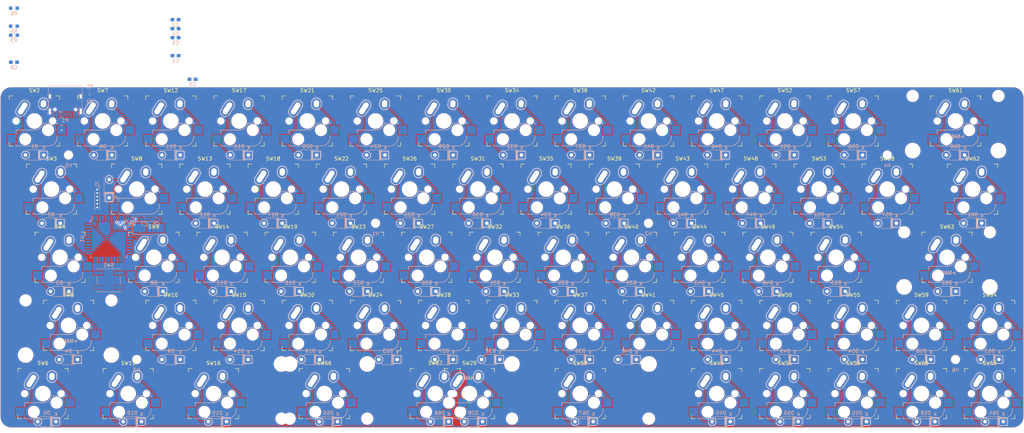
<source format=kicad_pcb>
(kicad_pcb (version 20171130) (host pcbnew "(5.1.9)-1")
  (layers (0 F.Cu signal) (31 B.Cu signal) (34 B.Paste user) (35 F.Paste user) (36 B.SilkS user hide) (37 F.SilkS user) (38 B.Mask user) (39 F.Mask user) (44 Edge.Cuts user))
  (net 0 "")
  (net 1 VCC)
  (net 2 GND)
  (net 3 "Net-(C6-Pad2)")
  (net 4 "Net-(C7-Pad1)")
  (net 5 "Net-(C8-Pad1)")
  (net 6 "Net-(D1-Pad2)")
  (net 7 row0)
  (net 8 "Net-(D2-Pad2)")
  (net 9 row1)
  (net 10 "Net-(D3-Pad2)")
  (net 11 row2)
  (net 12 "Net-(D4-Pad2)")
  (net 13 row3)
  (net 14 "Net-(D5-Pad2)")
  (net 15 row4)
  (net 16 "Net-(D6-Pad2)")
  (net 17 "Net-(D7-Pad2)")
  (net 18 "Net-(D8-Pad2)")
  (net 19 "Net-(D9-Pad2)")
  (net 20 "Net-(D10-Pad2)")
  (net 21 "Net-(D11-Pad2)")
  (net 22 "Net-(D12-Pad2)")
  (net 23 "Net-(D13-Pad2)")
  (net 24 "Net-(D14-Pad2)")
  (net 25 "Net-(D15-Pad2)")
  (net 26 "Net-(D16-Pad2)")
  (net 27 "Net-(D17-Pad2)")
  (net 28 "Net-(D18-Pad2)")
  (net 29 "Net-(D19-Pad2)")
  (net 30 "Net-(D20-Pad2)")
  (net 31 "Net-(D21-Pad2)")
  (net 32 "Net-(D22-Pad2)")
  (net 33 "Net-(D23-Pad2)")
  (net 34 "Net-(D24-Pad2)")
  (net 35 "Net-(D25-Pad2)")
  (net 36 "Net-(D26-Pad2)")
  (net 37 "Net-(D27-Pad2)")
  (net 38 "Net-(D28-Pad2)")
  (net 39 "Net-(D29-Pad2)")
  (net 40 "Net-(D30-Pad2)")
  (net 41 "Net-(D31-Pad2)")
  (net 42 "Net-(D32-Pad2)")
  (net 43 "Net-(D33-Pad2)")
  (net 44 "Net-(D34-Pad2)")
  (net 45 "Net-(D35-Pad2)")
  (net 46 "Net-(D36-Pad2)")
  (net 47 "Net-(D37-Pad2)")
  (net 48 "Net-(D38-Pad2)")
  (net 49 "Net-(D39-Pad2)")
  (net 50 "Net-(D40-Pad2)")
  (net 51 "Net-(D41-Pad2)")
  (net 52 "Net-(D42-Pad2)")
  (net 53 "Net-(D43-Pad2)")
  (net 54 "Net-(D44-Pad2)")
  (net 55 "Net-(D45-Pad2)")
  (net 56 "Net-(D46-Pad2)")
  (net 57 "Net-(D47-Pad2)")
  (net 58 "Net-(D48-Pad2)")
  (net 59 "Net-(D49-Pad2)")
  (net 60 "Net-(D50-Pad2)")
  (net 61 "Net-(D51-Pad2)")
  (net 62 "Net-(D52-Pad2)")
  (net 63 "Net-(D53-Pad2)")
  (net 64 "Net-(D54-Pad2)")
  (net 65 "Net-(D55-Pad2)")
  (net 66 "Net-(D56-Pad2)")
  (net 67 "Net-(D57-Pad2)")
  (net 68 "Net-(D58-Pad2)")
  (net 69 "Net-(D59-Pad2)")
  (net 70 "Net-(D60-Pad2)")
  (net 71 "Net-(D61-Pad2)")
  (net 72 "Net-(D62-Pad2)")
  (net 73 "Net-(D63-Pad2)")
  (net 74 "Net-(D64-Pad2)")
  (net 75 "Net-(P1-PadA5)")
  (net 76 "Net-(P1-PadA7)")
  (net 77 "Net-(P1-PadB5)")
  (net 78 "Net-(P1-PadA6)")
  (net 79 D-)
  (net 80 D+)
  (net 81 "Net-(R6-Pad2)")
  (net 82 col0)
  (net 83 col1)
  (net 84 col2)
  (net 85 col3)
  (net 86 col4)
  (net 87 col5)
  (net 88 col6)
  (net 89 col7)
  (net 90 col8)
  (net 91 col9)
  (net 92 col10)
  (net 93 col11)
  (net 94 col12)
  (net 95 col13)
  (net 96 "Net-(U1-Pad42)")
  (net 97 "Net-(U1-Pad41)")
  (net 98 "Net-(U1-Pad40)")
  (net 99 "Net-(U1-Pad39)")
  (net 100 "Net-(U1-Pad38)")
  (net 101 "Net-(U1-Pad37)")
  (net 102 "Net-(U1-Pad36)")
  (net 103 "Net-(U1-Pad32)")
  (net 104 "Net-(U1-Pad31)")
  (net 105 "Net-(U1-Pad30)")
  (net 106 "Net-(U1-Pad29)")
  (net 107 "Net-(U1-Pad28)")
  (net 108 "Net-(U1-Pad27)")
  (net 109 "Net-(U1-Pad26)")
  (net 110 "Net-(U1-Pad25)")
  (net 111 "Net-(U1-Pad22)")
  (net 112 "Net-(U1-Pad21)")
  (net 113 "Net-(U1-Pad20)")
  (net 114 "Net-(U1-Pad19)")
  (net 115 "Net-(U1-Pad18)")
  (net 116 "Net-(U1-Pad12)")
  (net 117 "Net-(U1-Pad8)")
  (net 118 "Net-(U1-Pad1)")
  (net 119 "Net-(D65-Pad2)")
  (net 120 "Net-(D66-Pad2)")
  (net 121 "Net-(D67-Pad2)")
  (net 122 SCLK)
  (net 123 MOSI)
  (net 124 MISO)
  (net 125 RESET)
  (module "MXSocketAlps:MXSocketAlps _1.75u" (layer F.Cu) (at 7.125 38)
    (fp_text reference SW4 (at 0 -8.5) (layer F.SilkS))
    (fp_text value SW_Push)
    (pad 1 thru_hole oval (at -3.255 -3.52 327.5) (size 2.5 4.75) (drill oval 1.5 3.75) (layers *.Cu *.Mask) (net 10 "Net-(D3-Pad2)"))
    (pad 2 thru_hole oval (at 2.52 -4.79 356.1) (size 2.5 3.08) (drill oval 1.5 2.08) (layers *.Cu *.Mask) (net 82 col0))
    (pad 2 smd rect (at 7.56 2.54 180) (size 2.55 2.5) (layers B.Cu B.Paste B.Mask) (net 82 col0))
    (pad "" np_thru_hole circle (at 5.08 0 180) (size 1.7018 1.7018) (drill 1.7018) (layers *.Cu *.Mask))
    (pad "" np_thru_hole circle (at -5.08 0 180) (size 1.7018 1.7018) (drill 1.7018) (layers *.Cu *.Mask))
    (pad "" np_thru_hole circle (at 3.81 2.54 180) (size 3 3) (drill 3) (layers *.Cu *.Mask))
    (pad "" np_thru_hole circle (at -2.54 5.08 180) (size 3 3) (drill 3) (layers *.Cu *.Mask))
    (pad "" np_thru_hole circle (at 0 0 180) (size 3.9878 3.9878) (drill 3.9878) (layers *.Cu *.Mask))
    (pad 1 smd rect (at -6.29 5.08 180) (size 2.55 2.5) (layers B.Cu B.Paste B.Mask) (net 10 "Net-(D3-Pad2)"))
  )
  (module Connector_PinHeader_1.00mm:PinHeader_1x06_P1.00mm_Vertical (layer B.Cu) (at 17.5 19.1 180)
    (fp_text reference J1 (at 0 1.56) (layer B.SilkS) (effects (justify mirror)))
    (fp_text value Debug)
    (pad 6 thru_hole oval (at 0 -5 180) (size 0.85 0.85) (drill 0.5) (layers *.Cu *.Mask) (net 1 VCC))
    (pad 5 thru_hole oval (at 0 -4 180) (size 0.85 0.85) (drill 0.5) (layers *.Cu *.Mask) (net 2 GND))
    (pad 4 thru_hole oval (at 0 -3 180) (size 0.85 0.85) (drill 0.5) (layers *.Cu *.Mask) (net 122 SCLK))
    (pad 3 thru_hole oval (at 0 -2 180) (size 0.85 0.85) (drill 0.5) (layers *.Cu *.Mask) (net 123 MOSI))
    (pad 2 thru_hole oval (at 0 -1 180) (size 0.85 0.85) (drill 0.5) (layers *.Cu *.Mask) (net 124 MISO))
    (pad 1 thru_hole rect (at 0 0 180) (size 0.85 0.85) (drill 0.5) (layers *.Cu *.Mask) (net 125 RESET))
  )
  (module MXSocketAlps:MXSocketAlps (layer F.Cu) (at 228 76)
    (fp_text reference SW56 (at 0 -8.5) (layer F.SilkS))
    (fp_text value SW_Push)
    (pad 1 thru_hole oval (at -3.255 -3.52 327.5) (size 2.5 4.75) (drill oval 1.5 3.75) (layers *.Cu *.Mask) (net 65 "Net-(D55-Pad2)"))
    (pad 2 thru_hole oval (at 2.52 -4.79 356.1) (size 2.5 3.08) (drill oval 1.5 2.08) (layers *.Cu *.Mask) (net 93 col11))
    (pad 2 smd rect (at 7.56 2.54 180) (size 2.55 2.5) (layers B.Cu B.Paste B.Mask) (net 93 col11))
    (pad "" np_thru_hole circle (at 5.08 0 180) (size 1.7018 1.7018) (drill 1.7018) (layers *.Cu *.Mask))
    (pad "" np_thru_hole circle (at -5.08 0 180) (size 1.7018 1.7018) (drill 1.7018) (layers *.Cu *.Mask))
    (pad "" np_thru_hole circle (at 3.81 2.54 180) (size 3 3) (drill 3) (layers *.Cu *.Mask))
    (pad "" np_thru_hole circle (at -2.54 5.08 180) (size 3 3) (drill 3) (layers *.Cu *.Mask))
    (pad "" np_thru_hole circle (at 0 0 180) (size 3.9878 3.9878) (drill 3.9878) (layers *.Cu *.Mask))
    (pad 1 smd rect (at -6.29 5.08 180) (size 2.55 2.5) (layers B.Cu B.Paste B.Mask) (net 65 "Net-(D55-Pad2)"))
  )
  (module MXSocketAlps:MXSocketAlps (layer F.Cu) (at 0 0)
    (fp_text reference SW2 (at 0 -8.5) (layer F.SilkS))
    (fp_text value SW_Push)
    (pad 1 thru_hole oval (at -3.255 -3.52 327.5) (size 2.5 4.75) (drill oval 1.5 3.75) (layers *.Cu *.Mask) (net 6 "Net-(D1-Pad2)"))
    (pad 2 thru_hole oval (at 2.52 -4.79 356.1) (size 2.5 3.08) (drill oval 1.5 2.08) (layers *.Cu *.Mask) (net 82 col0))
    (pad 2 smd rect (at 7.56 2.54 180) (size 2.55 2.5) (layers B.Cu B.Paste B.Mask) (net 82 col0))
    (pad "" np_thru_hole circle (at 5.08 0 180) (size 1.7018 1.7018) (drill 1.7018) (layers *.Cu *.Mask))
    (pad "" np_thru_hole circle (at -5.08 0 180) (size 1.7018 1.7018) (drill 1.7018) (layers *.Cu *.Mask))
    (pad "" np_thru_hole circle (at 3.81 2.54 180) (size 3 3) (drill 3) (layers *.Cu *.Mask))
    (pad "" np_thru_hole circle (at -2.54 5.08 180) (size 3 3) (drill 3) (layers *.Cu *.Mask))
    (pad "" np_thru_hole circle (at 0 0 180) (size 3.9878 3.9878) (drill 3.9878) (layers *.Cu *.Mask))
    (pad 1 smd rect (at -6.29 5.08 180) (size 2.55 2.5) (layers B.Cu B.Paste B.Mask) (net 6 "Net-(D1-Pad2)"))
  )
  (module Diode_THT:D_T-1_P5.08mm_Horizontal (layer B.Cu) (at 155.6 83.8 180)
    (fp_text reference D67 (at 2.54 2.42) (layer B.SilkS) (effects (justify mirror)))
    (fp_text value D_Small)
    (fp_text user K (at 0 2) (layer B.SilkS) (effects (justify mirror)))
    (pad 2 thru_hole oval (at 5.08 0 180) (size 2 2) (drill 1) (layers *.Cu *.Mask) (net 121 "Net-(D67-Pad2)"))
    (pad 1 thru_hole rect (at 0 0 180) (size 2 2) (drill 1) (layers *.Cu *.Mask) (net 15 row4))
  )
  (module Diode_THT:D_T-1_P5.08mm_Horizontal (layer B.Cu) (at 115.35 83.8 180)
    (fp_text reference D66 (at 2.54 2.42) (layer B.SilkS) (effects (justify mirror)))
    (fp_text value D_Small)
    (fp_text user K (at 0 2) (layer B.SilkS) (effects (justify mirror)))
    (pad 2 thru_hole oval (at 5.08 0 180) (size 2 2) (drill 1) (layers *.Cu *.Mask) (net 120 "Net-(D66-Pad2)"))
    (pad 1 thru_hole rect (at 0 0 180) (size 2 2) (drill 1) (layers *.Cu *.Mask) (net 15 row4))
  )
  (module Diode_THT:D_T-1_P5.08mm_Horizontal (layer B.Cu) (at 84.4 83.8 180)
    (fp_text reference D65 (at 2.54 2.42) (layer B.SilkS) (effects (justify mirror)))
    (fp_text value D_Small)
    (fp_text user K (at 0 2) (layer B.SilkS) (effects (justify mirror)))
    (pad 2 thru_hole oval (at 5.08 0 180) (size 2 2) (drill 1) (layers *.Cu *.Mask) (net 119 "Net-(D65-Pad2)"))
    (pad 1 thru_hole rect (at 0 0 180) (size 2 2) (drill 1) (layers *.Cu *.Mask) (net 15 row4))
  )
  (module Diode_THT:D_T-1_P5.08mm_Horizontal (layer B.Cu) (at 269.78 83.8 180)
    (fp_text reference D64 (at 2.54 2.42) (layer B.SilkS) (effects (justify mirror)))
    (fp_text value D_Small)
    (fp_text user K (at 0 2) (layer B.SilkS) (effects (justify mirror)))
    (pad 2 thru_hole oval (at 5.08 0 180) (size 2 2) (drill 1) (layers *.Cu *.Mask) (net 74 "Net-(D64-Pad2)"))
    (pad 1 thru_hole rect (at 0 0 180) (size 2 2) (drill 1) (layers *.Cu *.Mask) (net 15 row4))
  )
  (module Diode_THT:D_T-1_P5.08mm_Horizontal (layer B.Cu) (at 268.6 66.5 180)
    (fp_text reference D63 (at 2.54 2.42) (layer B.SilkS) (effects (justify mirror)))
    (fp_text value D_Small)
    (fp_text user K (at 0 2) (layer B.SilkS) (effects (justify mirror)))
    (pad 2 thru_hole oval (at 5.08 0 180) (size 2 2) (drill 1) (layers *.Cu *.Mask) (net 73 "Net-(D63-Pad2)"))
    (pad 1 thru_hole rect (at 0 0 180) (size 2 2) (drill 1) (layers *.Cu *.Mask) (net 13 row3))
  )
  (module Diode_THT:D_T-1_P5.08mm_Horizontal (layer B.Cu) (at 256.6 47.5 180)
    (fp_text reference D62 (at 2.54 2.42) (layer B.SilkS) (effects (justify mirror)))
    (fp_text value D_Small)
    (fp_text user K (at 0 2) (layer B.SilkS) (effects (justify mirror)))
    (pad 2 thru_hole oval (at 5.08 0 180) (size 2 2) (drill 1) (layers *.Cu *.Mask) (net 72 "Net-(D62-Pad2)"))
    (pad 1 thru_hole rect (at 0 0 180) (size 2 2) (drill 1) (layers *.Cu *.Mask) (net 11 row2))
  )
  (module Diode_THT:D_T-1_P5.08mm_Horizontal (layer B.Cu) (at 263.8 28.5 180)
    (fp_text reference D61 (at 2.54 2.42) (layer B.SilkS) (effects (justify mirror)))
    (fp_text value D_Small)
    (fp_text user K (at 0 2) (layer B.SilkS) (effects (justify mirror)))
    (pad 2 thru_hole oval (at 5.08 0 180) (size 2 2) (drill 1) (layers *.Cu *.Mask) (net 71 "Net-(D61-Pad2)"))
    (pad 1 thru_hole rect (at 0 0 180) (size 2 2) (drill 1) (layers *.Cu *.Mask) (net 9 row1))
  )
  (module Diode_THT:D_T-1_P5.08mm_Horizontal (layer B.Cu) (at 259 9.5 180)
    (fp_text reference D60 (at 2.54 2.42) (layer B.SilkS) (effects (justify mirror)))
    (fp_text value D_Small)
    (fp_text user K (at 0 2) (layer B.SilkS) (effects (justify mirror)))
    (pad 2 thru_hole oval (at 5.08 0 180) (size 2 2) (drill 1) (layers *.Cu *.Mask) (net 70 "Net-(D60-Pad2)"))
    (pad 1 thru_hole rect (at 0 0 180) (size 2 2) (drill 1) (layers *.Cu *.Mask) (net 7 row0))
  )
  (module Diode_THT:D_T-1_P5.08mm_Horizontal (layer B.Cu) (at 250.78 83.8 180)
    (fp_text reference D59 (at 2.54 2.42) (layer B.SilkS) (effects (justify mirror)))
    (fp_text value D_Small)
    (fp_text user K (at 0 2) (layer B.SilkS) (effects (justify mirror)))
    (pad 2 thru_hole oval (at 5.08 0 180) (size 2 2) (drill 1) (layers *.Cu *.Mask) (net 69 "Net-(D59-Pad2)"))
    (pad 1 thru_hole rect (at 0 0 180) (size 2 2) (drill 1) (layers *.Cu *.Mask) (net 15 row4))
  )
  (module Diode_THT:D_T-1_P5.08mm_Horizontal (layer B.Cu) (at 249.6 66.5 180)
    (fp_text reference D58 (at 2.54 2.42) (layer B.SilkS) (effects (justify mirror)))
    (fp_text value D_Small)
    (fp_text user K (at 0 2) (layer B.SilkS) (effects (justify mirror)))
    (pad 2 thru_hole oval (at 5.08 0 180) (size 2 2) (drill 1) (layers *.Cu *.Mask) (net 68 "Net-(D58-Pad2)"))
    (pad 1 thru_hole rect (at 0 0 180) (size 2 2) (drill 1) (layers *.Cu *.Mask) (net 13 row3))
  )
  (module Diode_THT:D_T-1_P5.08mm_Horizontal (layer B.Cu) (at 240 28.5 180)
    (fp_text reference D57 (at 2.54 2.42) (layer B.SilkS) (effects (justify mirror)))
    (fp_text value D_Small)
    (fp_text user K (at 0 2) (layer B.SilkS) (effects (justify mirror)))
    (pad 2 thru_hole oval (at 5.08 0 180) (size 2 2) (drill 1) (layers *.Cu *.Mask) (net 67 "Net-(D57-Pad2)"))
    (pad 1 thru_hole rect (at 0 0 180) (size 2 2) (drill 1) (layers *.Cu *.Mask) (net 9 row1))
  )
  (module Diode_THT:D_T-1_P5.08mm_Horizontal (layer B.Cu) (at 230.6 9.5 180)
    (fp_text reference D56 (at 2.54 2.42) (layer B.SilkS) (effects (justify mirror)))
    (fp_text value D_Small)
    (fp_text user K (at 0 2) (layer B.SilkS) (effects (justify mirror)))
    (pad 2 thru_hole oval (at 5.08 0 180) (size 2 2) (drill 1) (layers *.Cu *.Mask) (net 66 "Net-(D56-Pad2)"))
    (pad 1 thru_hole rect (at 0 0 180) (size 2 2) (drill 1) (layers *.Cu *.Mask) (net 7 row0))
  )
  (module Diode_THT:D_T-1_P5.08mm_Horizontal (layer B.Cu) (at 231.68 83.8 180)
    (fp_text reference D55 (at 2.54 2.42) (layer B.SilkS) (effects (justify mirror)))
    (fp_text value D_Small)
    (fp_text user K (at 0 2) (layer B.SilkS) (effects (justify mirror)))
    (pad 2 thru_hole oval (at 5.08 0 180) (size 2 2) (drill 1) (layers *.Cu *.Mask) (net 65 "Net-(D55-Pad2)"))
    (pad 1 thru_hole rect (at 0 0 180) (size 2 2) (drill 1) (layers *.Cu *.Mask) (net 15 row4))
  )
  (module Diode_THT:D_T-1_P5.08mm_Horizontal (layer B.Cu) (at 230.6 66.5 180)
    (fp_text reference D54 (at 2.54 2.42) (layer B.SilkS) (effects (justify mirror)))
    (fp_text value D_Small)
    (fp_text user K (at 0 2) (layer B.SilkS) (effects (justify mirror)))
    (pad 2 thru_hole oval (at 5.08 0 180) (size 2 2) (drill 1) (layers *.Cu *.Mask) (net 64 "Net-(D54-Pad2)"))
    (pad 1 thru_hole rect (at 0 0 180) (size 2 2) (drill 1) (layers *.Cu *.Mask) (net 13 row3))
  )
  (module Diode_THT:D_T-1_P5.08mm_Horizontal (layer B.Cu) (at 225.8 47.5 180)
    (fp_text reference D53 (at 2.54 2.42) (layer B.SilkS) (effects (justify mirror)))
    (fp_text value D_Small)
    (fp_text user K (at 0 2) (layer B.SilkS) (effects (justify mirror)))
    (pad 2 thru_hole oval (at 5.08 0 180) (size 2 2) (drill 1) (layers *.Cu *.Mask) (net 63 "Net-(D53-Pad2)"))
    (pad 1 thru_hole rect (at 0 0 180) (size 2 2) (drill 1) (layers *.Cu *.Mask) (net 11 row2))
  )
  (module Diode_THT:D_T-1_P5.08mm_Horizontal (layer B.Cu) (at 221 28.5 180)
    (fp_text reference D52 (at 2.54 2.42) (layer B.SilkS) (effects (justify mirror)))
    (fp_text value D_Small)
    (fp_text user K (at 0 2) (layer B.SilkS) (effects (justify mirror)))
    (pad 2 thru_hole oval (at 5.08 0 180) (size 2 2) (drill 1) (layers *.Cu *.Mask) (net 62 "Net-(D52-Pad2)"))
    (pad 1 thru_hole rect (at 0 0 180) (size 2 2) (drill 1) (layers *.Cu *.Mask) (net 9 row1))
  )
  (module Diode_THT:D_T-1_P5.08mm_Horizontal (layer B.Cu) (at 211.6 9.5 180)
    (fp_text reference D51 (at 2.54 2.42) (layer B.SilkS) (effects (justify mirror)))
    (fp_text value D_Small)
    (fp_text user K (at 0 2) (layer B.SilkS) (effects (justify mirror)))
    (pad 2 thru_hole oval (at 5.08 0 180) (size 2 2) (drill 1) (layers *.Cu *.Mask) (net 61 "Net-(D51-Pad2)"))
    (pad 1 thru_hole rect (at 0 0 180) (size 2 2) (drill 1) (layers *.Cu *.Mask) (net 7 row0))
  )
  (module Diode_THT:D_T-1_P5.08mm_Horizontal (layer B.Cu) (at 212.68 83.8 180)
    (fp_text reference D50 (at 2.54 2.42) (layer B.SilkS) (effects (justify mirror)))
    (fp_text value D_Small)
    (fp_text user K (at 0 2) (layer B.SilkS) (effects (justify mirror)))
    (pad 2 thru_hole oval (at 5.08 0 180) (size 2 2) (drill 1) (layers *.Cu *.Mask) (net 60 "Net-(D50-Pad2)"))
    (pad 1 thru_hole rect (at 0 0 180) (size 2 2) (drill 1) (layers *.Cu *.Mask) (net 15 row4))
  )
  (module Diode_THT:D_T-1_P5.08mm_Horizontal (layer B.Cu) (at 211.6 66.5 180)
    (fp_text reference D49 (at 2.54 2.42) (layer B.SilkS) (effects (justify mirror)))
    (fp_text value D_Small)
    (fp_text user K (at 0 2) (layer B.SilkS) (effects (justify mirror)))
    (pad 2 thru_hole oval (at 5.08 0 180) (size 2 2) (drill 1) (layers *.Cu *.Mask) (net 59 "Net-(D49-Pad2)"))
    (pad 1 thru_hole rect (at 0 0 180) (size 2 2) (drill 1) (layers *.Cu *.Mask) (net 13 row3))
  )
  (module Diode_THT:D_T-1_P5.08mm_Horizontal (layer B.Cu) (at 206.8 47.5 180)
    (fp_text reference D48 (at 2.54 2.42) (layer B.SilkS) (effects (justify mirror)))
    (fp_text value D_Small)
    (fp_text user K (at 0 2) (layer B.SilkS) (effects (justify mirror)))
    (pad 2 thru_hole oval (at 5.08 0 180) (size 2 2) (drill 1) (layers *.Cu *.Mask) (net 58 "Net-(D48-Pad2)"))
    (pad 1 thru_hole rect (at 0 0 180) (size 2 2) (drill 1) (layers *.Cu *.Mask) (net 11 row2))
  )
  (module Diode_THT:D_T-1_P5.08mm_Horizontal (layer B.Cu) (at 202.2 28.5 180)
    (fp_text reference D47 (at 2.54 2.42) (layer B.SilkS) (effects (justify mirror)))
    (fp_text value D_Small)
    (fp_text user K (at 0 2) (layer B.SilkS) (effects (justify mirror)))
    (pad 2 thru_hole oval (at 5.08 0 180) (size 2 2) (drill 1) (layers *.Cu *.Mask) (net 57 "Net-(D47-Pad2)"))
    (pad 1 thru_hole rect (at 0 0 180) (size 2 2) (drill 1) (layers *.Cu *.Mask) (net 9 row1))
  )
  (module Diode_THT:D_T-1_P5.08mm_Horizontal (layer B.Cu) (at 192.5 9.5 180)
    (fp_text reference D46 (at 2.54 2.42) (layer B.SilkS) (effects (justify mirror)))
    (fp_text value D_Small)
    (fp_text user K (at 0 2) (layer B.SilkS) (effects (justify mirror)))
    (pad 2 thru_hole oval (at 5.08 0 180) (size 2 2) (drill 1) (layers *.Cu *.Mask) (net 56 "Net-(D46-Pad2)"))
    (pad 1 thru_hole rect (at 0 0 180) (size 2 2) (drill 1) (layers *.Cu *.Mask) (net 7 row0))
  )
  (module Diode_THT:D_T-1_P5.08mm_Horizontal (layer B.Cu) (at 193.78 83.8 180)
    (fp_text reference D45 (at 2.54 2.42) (layer B.SilkS) (effects (justify mirror)))
    (fp_text value D_Small)
    (fp_text user K (at 0 2) (layer B.SilkS) (effects (justify mirror)))
    (pad 2 thru_hole oval (at 5.08 0 180) (size 2 2) (drill 1) (layers *.Cu *.Mask) (net 55 "Net-(D45-Pad2)"))
    (pad 1 thru_hole rect (at 0 0 180) (size 2 2) (drill 1) (layers *.Cu *.Mask) (net 15 row4))
  )
  (module Diode_THT:D_T-1_P5.08mm_Horizontal (layer B.Cu) (at 192.6 66.5 180)
    (fp_text reference D44 (at 2.54 2.42) (layer B.SilkS) (effects (justify mirror)))
    (fp_text value D_Small)
    (fp_text user K (at 0 2) (layer B.SilkS) (effects (justify mirror)))
    (pad 2 thru_hole oval (at 5.08 0 180) (size 2 2) (drill 1) (layers *.Cu *.Mask) (net 54 "Net-(D44-Pad2)"))
    (pad 1 thru_hole rect (at 0 0 180) (size 2 2) (drill 1) (layers *.Cu *.Mask) (net 13 row3))
  )
  (module Diode_THT:D_T-1_P5.08mm_Horizontal (layer B.Cu) (at 187.8 47.5 180)
    (fp_text reference D43 (at 2.54 2.42) (layer B.SilkS) (effects (justify mirror)))
    (fp_text value D_Small)
    (fp_text user K (at 0 2) (layer B.SilkS) (effects (justify mirror)))
    (pad 2 thru_hole oval (at 5.08 0 180) (size 2 2) (drill 1) (layers *.Cu *.Mask) (net 53 "Net-(D43-Pad2)"))
    (pad 1 thru_hole rect (at 0 0 180) (size 2 2) (drill 1) (layers *.Cu *.Mask) (net 11 row2))
  )
  (module Diode_THT:D_T-1_P5.08mm_Horizontal (layer B.Cu) (at 183 28.5 180)
    (fp_text reference D42 (at 2.54 2.42) (layer B.SilkS) (effects (justify mirror)))
    (fp_text value D_Small)
    (fp_text user K (at 0 2) (layer B.SilkS) (effects (justify mirror)))
    (pad 2 thru_hole oval (at 5.08 0 180) (size 2 2) (drill 1) (layers *.Cu *.Mask) (net 52 "Net-(D42-Pad2)"))
    (pad 1 thru_hole rect (at 0 0 180) (size 2 2) (drill 1) (layers *.Cu *.Mask) (net 9 row1))
  )
  (module Diode_THT:D_T-1_P5.08mm_Horizontal (layer B.Cu) (at 173.6 9.5 180)
    (fp_text reference D41 (at 2.54 2.42) (layer B.SilkS) (effects (justify mirror)))
    (fp_text value D_Small)
    (fp_text user K (at 0 2) (layer B.SilkS) (effects (justify mirror)))
    (pad 2 thru_hole oval (at 5.08 0 180) (size 2 2) (drill 1) (layers *.Cu *.Mask) (net 51 "Net-(D41-Pad2)"))
    (pad 1 thru_hole rect (at 0 0 180) (size 2 2) (drill 1) (layers *.Cu *.Mask) (net 7 row0))
  )
  (module Diode_THT:D_T-1_P5.08mm_Horizontal (layer B.Cu) (at 167.6 66.5 180)
    (fp_text reference D40 (at 2.54 2.42) (layer B.SilkS) (effects (justify mirror)))
    (fp_text value D_Small)
    (fp_text user K (at 0 2) (layer B.SilkS) (effects (justify mirror)))
    (pad 2 thru_hole oval (at 5.08 0 180) (size 2 2) (drill 1) (layers *.Cu *.Mask) (net 50 "Net-(D40-Pad2)"))
    (pad 1 thru_hole rect (at 0 0 180) (size 2 2) (drill 1) (layers *.Cu *.Mask) (net 13 row3))
  )
  (module Diode_THT:D_T-1_P5.08mm_Horizontal (layer B.Cu) (at 168.8 47.5 180)
    (fp_text reference D39 (at 2.54 2.42) (layer B.SilkS) (effects (justify mirror)))
    (fp_text value D_Small)
    (fp_text user K (at 0 2) (layer B.SilkS) (effects (justify mirror)))
    (pad 2 thru_hole oval (at 5.08 0 180) (size 2 2) (drill 1) (layers *.Cu *.Mask) (net 49 "Net-(D39-Pad2)"))
    (pad 1 thru_hole rect (at 0 0 180) (size 2 2) (drill 1) (layers *.Cu *.Mask) (net 11 row2))
  )
  (module Diode_THT:D_T-1_P5.08mm_Horizontal (layer B.Cu) (at 164.2 28.5 180)
    (fp_text reference D38 (at 2.54 2.42) (layer B.SilkS) (effects (justify mirror)))
    (fp_text value D_Small)
    (fp_text user K (at 0 2) (layer B.SilkS) (effects (justify mirror)))
    (pad 2 thru_hole oval (at 5.08 0 180) (size 2 2) (drill 1) (layers *.Cu *.Mask) (net 48 "Net-(D38-Pad2)"))
    (pad 1 thru_hole rect (at 0 0 180) (size 2 2) (drill 1) (layers *.Cu *.Mask) (net 9 row1))
  )
  (module Diode_THT:D_T-1_P5.08mm_Horizontal (layer B.Cu) (at 154.6 9.5 180)
    (fp_text reference D37 (at 2.54 2.42) (layer B.SilkS) (effects (justify mirror)))
    (fp_text value D_Small)
    (fp_text user K (at 0 2) (layer B.SilkS) (effects (justify mirror)))
    (pad 2 thru_hole oval (at 5.08 0 180) (size 2 2) (drill 1) (layers *.Cu *.Mask) (net 47 "Net-(D37-Pad2)"))
    (pad 1 thru_hole rect (at 0 0 180) (size 2 2) (drill 1) (layers *.Cu *.Mask) (net 7 row0))
  )
  (module Diode_THT:D_T-1_P5.08mm_Horizontal (layer B.Cu) (at 154.6 66.5 180)
    (fp_text reference D36 (at 2.54 2.42) (layer B.SilkS) (effects (justify mirror)))
    (fp_text value D_Small)
    (fp_text user K (at 0 2) (layer B.SilkS) (effects (justify mirror)))
    (pad 2 thru_hole oval (at 5.08 0 180) (size 2 2) (drill 1) (layers *.Cu *.Mask) (net 46 "Net-(D36-Pad2)"))
    (pad 1 thru_hole rect (at 0 0 180) (size 2 2) (drill 1) (layers *.Cu *.Mask) (net 13 row3))
  )
  (module Diode_THT:D_T-1_P5.08mm_Horizontal (layer B.Cu) (at 149.8 47.5 180)
    (fp_text reference D35 (at 2.54 2.42) (layer B.SilkS) (effects (justify mirror)))
    (fp_text value D_Small)
    (fp_text user K (at 0 2) (layer B.SilkS) (effects (justify mirror)))
    (pad 2 thru_hole oval (at 5.08 0 180) (size 2 2) (drill 1) (layers *.Cu *.Mask) (net 45 "Net-(D35-Pad2)"))
    (pad 1 thru_hole rect (at 0 0 180) (size 2 2) (drill 1) (layers *.Cu *.Mask) (net 11 row2))
  )
  (module Diode_THT:D_T-1_P5.08mm_Horizontal (layer B.Cu) (at 145 28.5 180)
    (fp_text reference D34 (at 2.54 2.42) (layer B.SilkS) (effects (justify mirror)))
    (fp_text value D_Small)
    (fp_text user K (at 0 2) (layer B.SilkS) (effects (justify mirror)))
    (pad 2 thru_hole oval (at 5.08 0 180) (size 2 2) (drill 1) (layers *.Cu *.Mask) (net 44 "Net-(D34-Pad2)"))
    (pad 1 thru_hole rect (at 0 0 180) (size 2 2) (drill 1) (layers *.Cu *.Mask) (net 9 row1))
  )
  (module Diode_THT:D_T-1_P5.08mm_Horizontal (layer B.Cu) (at 135.6 9.5 180)
    (fp_text reference D33 (at 2.54 2.42) (layer B.SilkS) (effects (justify mirror)))
    (fp_text value D_Small)
    (fp_text user K (at 0 2) (layer B.SilkS) (effects (justify mirror)))
    (pad 2 thru_hole oval (at 5.08 0 180) (size 2 2) (drill 1) (layers *.Cu *.Mask) (net 43 "Net-(D33-Pad2)"))
    (pad 1 thru_hole rect (at 0 0 180) (size 2 2) (drill 1) (layers *.Cu *.Mask) (net 7 row0))
  )
  (module Diode_THT:D_T-1_P5.08mm_Horizontal (layer B.Cu) (at 129.6 66.5 180)
    (fp_text reference D32 (at 2.54 2.42) (layer B.SilkS) (effects (justify mirror)))
    (fp_text value D_Small)
    (fp_text user K (at 0 2) (layer B.SilkS) (effects (justify mirror)))
    (pad 2 thru_hole oval (at 5.08 0 180) (size 2 2) (drill 1) (layers *.Cu *.Mask) (net 42 "Net-(D32-Pad2)"))
    (pad 1 thru_hole rect (at 0 0 180) (size 2 2) (drill 1) (layers *.Cu *.Mask) (net 13 row3))
  )
  (module Diode_THT:D_T-1_P5.08mm_Horizontal (layer B.Cu) (at 130.8 47.5 180)
    (fp_text reference D31 (at 2.54 2.42) (layer B.SilkS) (effects (justify mirror)))
    (fp_text value D_Small)
    (fp_text user K (at 0 2) (layer B.SilkS) (effects (justify mirror)))
    (pad 2 thru_hole oval (at 5.08 0 180) (size 2 2) (drill 1) (layers *.Cu *.Mask) (net 41 "Net-(D31-Pad2)"))
    (pad 1 thru_hole rect (at 0 0 180) (size 2 2) (drill 1) (layers *.Cu *.Mask) (net 11 row2))
  )
  (module Diode_THT:D_T-1_P5.08mm_Horizontal (layer B.Cu) (at 126 28.5 180)
    (fp_text reference D30 (at 2.54 2.42) (layer B.SilkS) (effects (justify mirror)))
    (fp_text value D_Small)
    (fp_text user K (at 0 2) (layer B.SilkS) (effects (justify mirror)))
    (pad 2 thru_hole oval (at 5.08 0 180) (size 2 2) (drill 1) (layers *.Cu *.Mask) (net 40 "Net-(D30-Pad2)"))
    (pad 1 thru_hole rect (at 0 0 180) (size 2 2) (drill 1) (layers *.Cu *.Mask) (net 9 row1))
  )
  (module Diode_THT:D_T-1_P5.08mm_Horizontal (layer B.Cu) (at 116.6 9.5 180)
    (fp_text reference D29 (at 2.54 2.42) (layer B.SilkS) (effects (justify mirror)))
    (fp_text value D_Small)
    (fp_text user K (at 0 2) (layer B.SilkS) (effects (justify mirror)))
    (pad 2 thru_hole oval (at 5.08 0 180) (size 2 2) (drill 1) (layers *.Cu *.Mask) (net 39 "Net-(D29-Pad2)"))
    (pad 1 thru_hole rect (at 0 0 180) (size 2 2) (drill 1) (layers *.Cu *.Mask) (net 7 row0))
  )
  (module Diode_THT:D_T-1_P5.08mm_Horizontal (layer B.Cu) (at 124.8 83.8 180)
    (fp_text reference D28 (at 2.54 2.42) (layer B.SilkS) (effects (justify mirror)))
    (fp_text value D_Small)
    (fp_text user K (at 0 2) (layer B.SilkS) (effects (justify mirror)))
    (pad 2 thru_hole oval (at 5.08 0 180) (size 2 2) (drill 1) (layers *.Cu *.Mask) (net 38 "Net-(D28-Pad2)"))
    (pad 1 thru_hole rect (at 0 0 180) (size 2 2) (drill 1) (layers *.Cu *.Mask) (net 15 row4))
  )
  (module Diode_THT:D_T-1_P5.08mm_Horizontal (layer B.Cu) (at 116.6 66.5 180)
    (fp_text reference D27 (at 2.54 2.42) (layer B.SilkS) (effects (justify mirror)))
    (fp_text value D_Small)
    (fp_text user K (at 0 2) (layer B.SilkS) (effects (justify mirror)))
    (pad 2 thru_hole oval (at 5.08 0 180) (size 2 2) (drill 1) (layers *.Cu *.Mask) (net 37 "Net-(D27-Pad2)"))
    (pad 1 thru_hole rect (at 0 0 180) (size 2 2) (drill 1) (layers *.Cu *.Mask) (net 13 row3))
  )
  (module Diode_THT:D_T-1_P5.08mm_Horizontal (layer B.Cu) (at 111.8 47.5 180)
    (fp_text reference D26 (at 2.54 2.42) (layer B.SilkS) (effects (justify mirror)))
    (fp_text value D_Small)
    (fp_text user K (at 0 2) (layer B.SilkS) (effects (justify mirror)))
    (pad 2 thru_hole oval (at 5.08 0 180) (size 2 2) (drill 1) (layers *.Cu *.Mask) (net 36 "Net-(D26-Pad2)"))
    (pad 1 thru_hole rect (at 0 0 180) (size 2 2) (drill 1) (layers *.Cu *.Mask) (net 11 row2))
  )
  (module Diode_THT:D_T-1_P5.08mm_Horizontal (layer B.Cu) (at 107 28.5 180)
    (fp_text reference D25 (at 2.54 2.42) (layer B.SilkS) (effects (justify mirror)))
    (fp_text value D_Small)
    (fp_text user K (at 0 2) (layer B.SilkS) (effects (justify mirror)))
    (pad 2 thru_hole oval (at 5.08 0 180) (size 2 2) (drill 1) (layers *.Cu *.Mask) (net 35 "Net-(D25-Pad2)"))
    (pad 1 thru_hole rect (at 0 0 180) (size 2 2) (drill 1) (layers *.Cu *.Mask) (net 9 row1))
  )
  (module Diode_THT:D_T-1_P5.08mm_Horizontal (layer B.Cu) (at 97.6 9.5 180)
    (fp_text reference D24 (at 2.54 2.42) (layer B.SilkS) (effects (justify mirror)))
    (fp_text value D_Small)
    (fp_text user K (at 0 2) (layer B.SilkS) (effects (justify mirror)))
    (pad 2 thru_hole oval (at 5.08 0 180) (size 2 2) (drill 1) (layers *.Cu *.Mask) (net 34 "Net-(D24-Pad2)"))
    (pad 1 thru_hole rect (at 0 0 180) (size 2 2) (drill 1) (layers *.Cu *.Mask) (net 7 row0))
  )
  (module Diode_THT:D_T-1_P5.08mm_Horizontal (layer B.Cu) (at 101 66.5 180)
    (fp_text reference D23 (at 2.54 2.42) (layer B.SilkS) (effects (justify mirror)))
    (fp_text value D_Small)
    (fp_text user K (at 0 2) (layer B.SilkS) (effects (justify mirror)))
    (pad 2 thru_hole oval (at 5.08 0 180) (size 2 2) (drill 1) (layers *.Cu *.Mask) (net 33 "Net-(D23-Pad2)"))
    (pad 1 thru_hole rect (at 0 0 180) (size 2 2) (drill 1) (layers *.Cu *.Mask) (net 13 row3))
  )
  (module Diode_THT:D_T-1_P5.08mm_Horizontal (layer B.Cu) (at 92.8 47.5 180)
    (fp_text reference D22 (at 2.54 2.42) (layer B.SilkS) (effects (justify mirror)))
    (fp_text value D_Small)
    (fp_text user K (at 0 2) (layer B.SilkS) (effects (justify mirror)))
    (pad 2 thru_hole oval (at 5.08 0 180) (size 2 2) (drill 1) (layers *.Cu *.Mask) (net 32 "Net-(D22-Pad2)"))
    (pad 1 thru_hole rect (at 0 0 180) (size 2 2) (drill 1) (layers *.Cu *.Mask) (net 11 row2))
  )
  (module Diode_THT:D_T-1_P5.08mm_Horizontal (layer B.Cu) (at 88 28.5 180)
    (fp_text reference D21 (at 2.54 2.42) (layer B.SilkS) (effects (justify mirror)))
    (fp_text value D_Small)
    (fp_text user K (at 0 2) (layer B.SilkS) (effects (justify mirror)))
    (pad 2 thru_hole oval (at 5.08 0 180) (size 2 2) (drill 1) (layers *.Cu *.Mask) (net 31 "Net-(D21-Pad2)"))
    (pad 1 thru_hole rect (at 0 0 180) (size 2 2) (drill 1) (layers *.Cu *.Mask) (net 9 row1))
  )
  (module Diode_THT:D_T-1_P5.08mm_Horizontal (layer B.Cu) (at 78.6 9.5 180)
    (fp_text reference D20 (at 2.54 2.42) (layer B.SilkS) (effects (justify mirror)))
    (fp_text value D_Small)
    (fp_text user K (at 0 2) (layer B.SilkS) (effects (justify mirror)))
    (pad 2 thru_hole oval (at 5.08 0 180) (size 2 2) (drill 1) (layers *.Cu *.Mask) (net 30 "Net-(D20-Pad2)"))
    (pad 1 thru_hole rect (at 0 0 180) (size 2 2) (drill 1) (layers *.Cu *.Mask) (net 7 row0))
  )
  (module Diode_THT:D_T-1_P5.08mm_Horizontal (layer B.Cu) (at 79.4 66.5 180)
    (fp_text reference D19 (at 2.54 2.42) (layer B.SilkS) (effects (justify mirror)))
    (fp_text value D_Small)
    (fp_text user K (at 0 2) (layer B.SilkS) (effects (justify mirror)))
    (pad 2 thru_hole oval (at 5.08 0 180) (size 2 2) (drill 1) (layers *.Cu *.Mask) (net 29 "Net-(D19-Pad2)"))
    (pad 1 thru_hole rect (at 0 0 180) (size 2 2) (drill 1) (layers *.Cu *.Mask) (net 13 row3))
  )
  (module Diode_THT:D_T-1_P5.08mm_Horizontal (layer B.Cu) (at 73.8 47.5 180)
    (fp_text reference D18 (at 2.54 2.42) (layer B.SilkS) (effects (justify mirror)))
    (fp_text value D_Small)
    (fp_text user K (at 0 2) (layer B.SilkS) (effects (justify mirror)))
    (pad 2 thru_hole oval (at 5.08 0 180) (size 2 2) (drill 1) (layers *.Cu *.Mask) (net 28 "Net-(D18-Pad2)"))
    (pad 1 thru_hole rect (at 0 0 180) (size 2 2) (drill 1) (layers *.Cu *.Mask) (net 11 row2))
  )
  (module Diode_THT:D_T-1_P5.08mm_Horizontal (layer B.Cu) (at 69 28.5 180)
    (fp_text reference D17 (at 2.54 2.42) (layer B.SilkS) (effects (justify mirror)))
    (fp_text value D_Small)
    (fp_text user K (at 0 2) (layer B.SilkS) (effects (justify mirror)))
    (pad 2 thru_hole oval (at 5.08 0 180) (size 2 2) (drill 1) (layers *.Cu *.Mask) (net 27 "Net-(D17-Pad2)"))
    (pad 1 thru_hole rect (at 0 0 180) (size 2 2) (drill 1) (layers *.Cu *.Mask) (net 9 row1))
  )
  (module Diode_THT:D_T-1_P5.08mm_Horizontal (layer B.Cu) (at 59.6 9.5 180)
    (fp_text reference D16 (at 2.54 2.42) (layer B.SilkS) (effects (justify mirror)))
    (fp_text value D_Small)
    (fp_text user K (at 0 2) (layer B.SilkS) (effects (justify mirror)))
    (pad 2 thru_hole oval (at 5.08 0 180) (size 2 2) (drill 1) (layers *.Cu *.Mask) (net 26 "Net-(D16-Pad2)"))
    (pad 1 thru_hole rect (at 0 0 180) (size 2 2) (drill 1) (layers *.Cu *.Mask) (net 7 row0))
  )
  (module Diode_THT:D_T-1_P5.08mm_Horizontal (layer B.Cu) (at 53.5 83.8 180)
    (fp_text reference D15 (at 2.54 2.42) (layer B.SilkS) (effects (justify mirror)))
    (fp_text value D_Small)
    (fp_text user K (at 0 2) (layer B.SilkS) (effects (justify mirror)))
    (pad 2 thru_hole oval (at 5.08 0 180) (size 2 2) (drill 1) (layers *.Cu *.Mask) (net 25 "Net-(D15-Pad2)"))
    (pad 1 thru_hole rect (at 0 0 180) (size 2 2) (drill 1) (layers *.Cu *.Mask) (net 15 row4))
  )
  (module Diode_THT:D_T-1_P5.08mm_Horizontal (layer B.Cu) (at 59.5 66.5 180)
    (fp_text reference D14 (at 2.54 2.42) (layer B.SilkS) (effects (justify mirror)))
    (fp_text value D_Small)
    (fp_text user K (at 0 2) (layer B.SilkS) (effects (justify mirror)))
    (pad 2 thru_hole oval (at 5.08 0 180) (size 2 2) (drill 1) (layers *.Cu *.Mask) (net 24 "Net-(D14-Pad2)"))
    (pad 1 thru_hole rect (at 0 0 180) (size 2 2) (drill 1) (layers *.Cu *.Mask) (net 13 row3))
  )
  (module Diode_THT:D_T-1_P5.08mm_Horizontal (layer B.Cu) (at 54.8 47.5 180)
    (fp_text reference D13 (at 2.54 2.42) (layer B.SilkS) (effects (justify mirror)))
    (fp_text value D_Small)
    (fp_text user K (at 0 2) (layer B.SilkS) (effects (justify mirror)))
    (pad 2 thru_hole oval (at 5.08 0 180) (size 2 2) (drill 1) (layers *.Cu *.Mask) (net 23 "Net-(D13-Pad2)"))
    (pad 1 thru_hole rect (at 0 0 180) (size 2 2) (drill 1) (layers *.Cu *.Mask) (net 11 row2))
  )
  (module Diode_THT:D_T-1_P5.08mm_Horizontal (layer B.Cu) (at 50 28.5 180)
    (fp_text reference D12 (at 2.54 2.42) (layer B.SilkS) (effects (justify mirror)))
    (fp_text value D_Small)
    (fp_text user K (at 0 2) (layer B.SilkS) (effects (justify mirror)))
    (pad 2 thru_hole oval (at 5.08 0 180) (size 2 2) (drill 1) (layers *.Cu *.Mask) (net 22 "Net-(D12-Pad2)"))
    (pad 1 thru_hole rect (at 0 0 180) (size 2 2) (drill 1) (layers *.Cu *.Mask) (net 9 row1))
  )
  (module Diode_THT:D_T-1_P5.08mm_Horizontal (layer B.Cu) (at 40.6 9.5 180)
    (fp_text reference D11 (at 2.54 2.42) (layer B.SilkS) (effects (justify mirror)))
    (fp_text value D_Small)
    (fp_text user K (at 0 2) (layer B.SilkS) (effects (justify mirror)))
    (pad 2 thru_hole oval (at 5.08 0 180) (size 2 2) (drill 1) (layers *.Cu *.Mask) (net 21 "Net-(D11-Pad2)"))
    (pad 1 thru_hole rect (at 0 0 180) (size 2 2) (drill 1) (layers *.Cu *.Mask) (net 7 row0))
  )
  (module Diode_THT:D_T-1_P5.08mm_Horizontal (layer B.Cu) (at 29.8 83.8 180)
    (fp_text reference D10 (at 2.54 2.42) (layer B.SilkS) (effects (justify mirror)))
    (fp_text value D_Small)
    (fp_text user K (at 0 2) (layer B.SilkS) (effects (justify mirror)))
    (pad 2 thru_hole oval (at 5.08 0 180) (size 2 2) (drill 1) (layers *.Cu *.Mask) (net 20 "Net-(D10-Pad2)"))
    (pad 1 thru_hole rect (at 0 0 180) (size 2 2) (drill 1) (layers *.Cu *.Mask) (net 15 row4))
  )
  (module Diode_THT:D_T-1_P5.08mm_Horizontal (layer B.Cu) (at 40.6 66.5 180)
    (fp_text reference D9 (at 2.54 2.42) (layer B.SilkS) (effects (justify mirror)))
    (fp_text value D_Small)
    (fp_text user K (at 0 2) (layer B.SilkS) (effects (justify mirror)))
    (pad 2 thru_hole oval (at 5.08 0 180) (size 2 2) (drill 1) (layers *.Cu *.Mask) (net 19 "Net-(D9-Pad2)"))
    (pad 1 thru_hole rect (at 0 0 180) (size 2 2) (drill 1) (layers *.Cu *.Mask) (net 13 row3))
  )
  (module Diode_THT:D_T-1_P5.08mm_Horizontal (layer B.Cu) (at 35.8 47.5 180)
    (fp_text reference D8 (at 2.54 2.42) (layer B.SilkS) (effects (justify mirror)))
    (fp_text value D_Small)
    (fp_text user K (at 0 2) (layer B.SilkS) (effects (justify mirror)))
    (pad 2 thru_hole oval (at 5.08 0 180) (size 2 2) (drill 1) (layers *.Cu *.Mask) (net 18 "Net-(D8-Pad2)"))
    (pad 1 thru_hole rect (at 0 0 180) (size 2 2) (drill 1) (layers *.Cu *.Mask) (net 11 row2))
  )
  (module Diode_THT:D_T-1_P5.08mm_Horizontal (layer B.Cu) (at 20.8 21.4 90)
    (fp_text reference D7 (at 2.54 2.42 90) (layer B.SilkS) (effects (justify mirror)))
    (fp_text value D_Small)
    (fp_text user K (at 0 2 90) (layer B.SilkS) (effects (justify mirror)))
    (pad 2 thru_hole oval (at 5.08 0 90) (size 2 2) (drill 1) (layers *.Cu *.Mask) (net 17 "Net-(D7-Pad2)"))
    (pad 1 thru_hole rect (at 0 0 90) (size 2 2) (drill 1) (layers *.Cu *.Mask) (net 9 row1))
  )
  (module Diode_THT:D_T-1_P5.08mm_Horizontal (layer B.Cu) (at 21.6 9.5 180)
    (fp_text reference D6 (at 2.54 2.42) (layer B.SilkS) (effects (justify mirror)))
    (fp_text value D_Small)
    (fp_text user K (at 0 2) (layer B.SilkS) (effects (justify mirror)))
    (pad 2 thru_hole oval (at 5.08 0 180) (size 2 2) (drill 1) (layers *.Cu *.Mask) (net 16 "Net-(D6-Pad2)"))
    (pad 1 thru_hole rect (at 0 0 180) (size 2 2) (drill 1) (layers *.Cu *.Mask) (net 7 row0))
  )
  (module Diode_THT:D_T-1_P5.08mm_Horizontal (layer B.Cu) (at 6 83.8 180)
    (fp_text reference D5 (at 2.54 2.42) (layer B.SilkS) (effects (justify mirror)))
    (fp_text value D_Small)
    (fp_text user K (at 0 2) (layer B.SilkS) (effects (justify mirror)))
    (pad 2 thru_hole oval (at 5.08 0 180) (size 2 2) (drill 1) (layers *.Cu *.Mask) (net 14 "Net-(D5-Pad2)"))
    (pad 1 thru_hole rect (at 0 0 180) (size 2 2) (drill 1) (layers *.Cu *.Mask) (net 15 row4))
  )
  (module Diode_THT:D_T-1_P5.08mm_Horizontal (layer B.Cu) (at 12 66.5 180)
    (fp_text reference D4 (at 2.54 2.42) (layer B.SilkS) (effects (justify mirror)))
    (fp_text value D_Small)
    (fp_text user K (at 0 2) (layer B.SilkS) (effects (justify mirror)))
    (pad 2 thru_hole oval (at 5.08 0 180) (size 2 2) (drill 1) (layers *.Cu *.Mask) (net 12 "Net-(D4-Pad2)"))
    (pad 1 thru_hole rect (at 0 0 180) (size 2 2) (drill 1) (layers *.Cu *.Mask) (net 13 row3))
  )
  (module Diode_THT:D_T-1_P5.08mm_Horizontal (layer B.Cu) (at 9.6 47.5 180)
    (fp_text reference D3 (at 2.54 2.42) (layer B.SilkS) (effects (justify mirror)))
    (fp_text value D_Small)
    (fp_text user K (at 0 2) (layer B.SilkS) (effects (justify mirror)))
    (pad 2 thru_hole oval (at 5.08 0 180) (size 2 2) (drill 1) (layers *.Cu *.Mask) (net 10 "Net-(D3-Pad2)"))
    (pad 1 thru_hole rect (at 0 0 180) (size 2 2) (drill 1) (layers *.Cu *.Mask) (net 11 row2))
  )
  (module Diode_THT:D_T-1_P5.08mm_Horizontal (layer B.Cu) (at 7.2 28.5 180)
    (fp_text reference D2 (at 2.54 2.42) (layer B.SilkS) (effects (justify mirror)))
    (fp_text value D_Small)
    (fp_text user K (at 0 2) (layer B.SilkS) (effects (justify mirror)))
    (pad 2 thru_hole oval (at 5.08 0 180) (size 2 2) (drill 1) (layers *.Cu *.Mask) (net 8 "Net-(D2-Pad2)"))
    (pad 1 thru_hole rect (at 0 0 180) (size 2 2) (drill 1) (layers *.Cu *.Mask) (net 9 row1))
  )
  (module Diode_THT:D_T-1_P5.08mm_Horizontal (layer B.Cu) (at 2.6 9.5 180)
    (fp_text reference D1 (at 2.54 2.42) (layer B.SilkS) (effects (justify mirror)))
    (fp_text value D_Small)
    (fp_text user K (at 0 2) (layer B.SilkS) (effects (justify mirror)))
    (pad 2 thru_hole oval (at 5.08 0 180) (size 2 2) (drill 1) (layers *.Cu *.Mask) (net 6 "Net-(D1-Pad2)"))
    (pad 1 thru_hole rect (at 0 0 180) (size 2 2) (drill 1) (layers *.Cu *.Mask) (net 7 row0))
  )
  (module MXSocketAlps:MXSocketAlps_3u (layer F.Cu) (at 152 76)
    (fp_text reference SW68 (at 0 -8.5 180) (layer F.SilkS))
    (fp_text value SW_Push)
    (pad "" np_thru_hole circle (at -19 -8.255 180) (size 3.9878 3.9878) (drill 3.9878) (layers *.Cu *.Mask))
    (pad "" np_thru_hole circle (at 19 -8.255 180) (size 3.9878 3.9878) (drill 3.9878) (layers *.Cu *.Mask))
    (pad "" np_thru_hole circle (at -19 6.985 180) (size 3.048 3.048) (drill 3.048) (layers *.Cu *.Mask))
    (pad "" np_thru_hole circle (at 19 6.985 180) (size 3.048 3.048) (drill 3.048) (layers *.Cu *.Mask))
    (pad 1 thru_hole oval (at -3.255 -3.52 327.5) (size 2.5 4.75) (drill oval 1.5 3.75) (layers *.Cu *.Mask) (net 121 "Net-(D67-Pad2)"))
    (pad 2 thru_hole oval (at 2.52 -4.79 356.1) (size 2.5 3.08) (drill oval 1.5 2.08) (layers *.Cu *.Mask) (net 88 col6))
    (pad 2 smd rect (at 7.56 2.54 180) (size 2.55 2.5) (layers B.Cu B.Paste B.Mask) (net 88 col6))
    (pad "" np_thru_hole circle (at 5.08 0 180) (size 1.7018 1.7018) (drill 1.7018) (layers *.Cu *.Mask))
    (pad "" np_thru_hole circle (at -5.08 0 180) (size 1.7018 1.7018) (drill 1.7018) (layers *.Cu *.Mask))
    (pad "" np_thru_hole circle (at 3.81 2.54 180) (size 3 3) (drill 3) (layers *.Cu *.Mask))
    (pad "" np_thru_hole circle (at -2.54 5.08 180) (size 3 3) (drill 3) (layers *.Cu *.Mask))
    (pad "" np_thru_hole circle (at 0 0 180) (size 3.9878 3.9878) (drill 3.9878) (layers *.Cu *.Mask))
    (pad 1 smd rect (at -6.29 5.08 180) (size 2.55 2.5) (layers B.Cu B.Paste B.Mask) (net 121 "Net-(D67-Pad2)"))
  )
  (module MXSocketAlps:MXSocketAlps_6.25u (layer F.Cu) (at 121.125 76)
    (fp_text reference SW29 (at 0 -8.5) (layer F.SilkS))
    (fp_text value SW_Push)
    (fp_text user >NAME (at 0 -4.318 180) (layer B.SilkS) (effects (font (thickness 0.2)) (justify mirror)))
    (pad "" np_thru_hole circle (at -50.038 -8.255 180) (size 3.9878 3.9878) (drill 3.9878) (layers *.Cu *.Mask))
    (pad "" np_thru_hole circle (at -50.038 6.985 180) (size 3.048 3.048) (drill 3.048) (layers *.Cu *.Mask))
    (pad "" np_thru_hole circle (at 50.038 -8.255 180) (size 3.9878 3.9878) (drill 3.9878) (layers *.Cu *.Mask))
    (pad "" np_thru_hole circle (at 50.038 6.985 180) (size 3.048 3.048) (drill 3.048) (layers *.Cu *.Mask))
    (pad 1 thru_hole oval (at -3.255 -3.52 327.5) (size 2.5 4.75) (drill oval 1.5 3.75) (layers *.Cu *.Mask) (net 38 "Net-(D28-Pad2)"))
    (pad 2 thru_hole oval (at 2.52 -4.79 356.1) (size 2.5 3.08) (drill oval 1.5 2.08) (layers *.Cu *.Mask) (net 87 col5))
    (pad 2 smd rect (at 7.56 2.54 180) (size 2.55 2.5) (layers B.Cu B.Paste B.Mask) (net 87 col5))
    (pad "" np_thru_hole circle (at 5.08 0 180) (size 1.7018 1.7018) (drill 1.7018) (layers *.Cu *.Mask))
    (pad "" np_thru_hole circle (at -5.08 0 180) (size 1.7018 1.7018) (drill 1.7018) (layers *.Cu *.Mask))
    (pad "" np_thru_hole circle (at 3.81 2.54 180) (size 3 3) (drill 3) (layers *.Cu *.Mask))
    (pad "" np_thru_hole circle (at -2.54 5.08 180) (size 3 3) (drill 3) (layers *.Cu *.Mask))
    (pad "" np_thru_hole circle (at 0 0 180) (size 3.9878 3.9878) (drill 3.9878) (layers *.Cu *.Mask))
    (pad 1 smd rect (at -6.3 5.4 180) (size 2.55 1.85) (layers B.Cu B.Paste B.Mask) (net 38 "Net-(D28-Pad2)"))
  )
  (module MXSocketAlps:MXSocketAlps_1.5u (layer F.Cu) (at 261.25 19)
    (fp_text reference SW62 (at 0 -8.5) (layer F.SilkS))
    (fp_text value SW_Push)
    (pad 1 thru_hole oval (at -3.255 -3.52 327.5) (size 2.5 4.75) (drill oval 1.5 3.75) (layers *.Cu *.Mask) (net 71 "Net-(D61-Pad2)"))
    (pad 2 thru_hole oval (at 2.52 -4.79 356.1) (size 2.5 3.08) (drill oval 1.5 2.08) (layers *.Cu *.Mask) (net 95 col13))
    (pad 2 smd rect (at 7.56 2.54 180) (size 2.55 2.5) (layers B.Cu B.Paste B.Mask) (net 95 col13))
    (pad "" np_thru_hole circle (at 5.08 0 180) (size 1.7018 1.7018) (drill 1.7018) (layers *.Cu *.Mask))
    (pad "" np_thru_hole circle (at -5.08 0 180) (size 1.7018 1.7018) (drill 1.7018) (layers *.Cu *.Mask))
    (pad "" np_thru_hole circle (at 3.81 2.54 180) (size 3 3) (drill 3) (layers *.Cu *.Mask))
    (pad "" np_thru_hole circle (at -2.54 5.08 180) (size 3 3) (drill 3) (layers *.Cu *.Mask))
    (pad "" np_thru_hole circle (at 0 0 180) (size 3.9878 3.9878) (drill 3.9878) (layers *.Cu *.Mask))
    (pad 1 smd rect (at -6.29 5.08 180) (size 2.55 2.5) (layers B.Cu B.Paste B.Mask) (net 71 "Net-(D61-Pad2)"))
  )
  (module MXSocketAlps:MXSocketAlps_2u (layer F.Cu) (at 80.75 76)
    (fp_text reference SW66 (at 0 -8.5 180) (layer F.SilkS))
    (fp_text value SW_Push)
    (pad "" np_thru_hole circle (at 0 0 180) (size 3.9878 3.9878) (drill 3.9878) (layers *.Cu *.Mask))
    (pad "" np_thru_hole circle (at 11.938 -8.255 180) (size 3.9878 3.9878) (drill 3.9878) (layers *.Cu *.Mask))
    (pad "" np_thru_hole circle (at 11.938 6.985 180) (size 3.048 3.048) (drill 3.048) (layers *.Cu *.Mask))
    (pad "" np_thru_hole circle (at -11.938 6.985 180) (size 3.048 3.048) (drill 3.048) (layers *.Cu *.Mask))
    (pad "" np_thru_hole circle (at -11.938 -8.255 180) (size 3.9878 3.9878) (drill 3.9878) (layers *.Cu *.Mask))
    (pad 1 thru_hole oval (at -3.255 -3.52 327.5) (size 2.5 4.75) (drill oval 1.5 3.75) (layers *.Cu *.Mask) (net 119 "Net-(D65-Pad2)"))
    (pad 2 thru_hole oval (at 2.52 -4.79 356.1) (size 2.5 3.08) (drill oval 1.5 2.08) (layers *.Cu *.Mask) (net 85 col3))
    (pad 2 smd rect (at 7.56 2.54 180) (size 2.55 2.5) (layers B.Cu B.Paste B.Mask) (net 85 col3))
    (pad "" np_thru_hole circle (at 5.08 0 180) (size 1.7018 1.7018) (drill 1.7018) (layers *.Cu *.Mask))
    (pad "" np_thru_hole circle (at -5.08 0 180) (size 1.7018 1.7018) (drill 1.7018) (layers *.Cu *.Mask))
    (pad "" np_thru_hole circle (at 3.81 2.54 180) (size 3 3) (drill 3) (layers *.Cu *.Mask))
    (pad "" np_thru_hole circle (at -2.54 5.08 180) (size 3 3) (drill 3) (layers *.Cu *.Mask))
    (pad 1 smd rect (at -6.29 5.08 180) (size 2.55 2.5) (layers B.Cu B.Paste B.Mask) (net 119 "Net-(D65-Pad2)"))
  )
  (module MXSocketAlps:MXSocketAlps_1.25u (layer F.Cu) (at 49.875 76)
    (fp_text reference SW16 (at 0 -8.5) (layer F.SilkS))
    (fp_text value SW_Push)
    (pad 1 thru_hole oval (at -3.255 -3.52 327.5) (size 2.5 4.75) (drill oval 1.5 3.75) (layers *.Cu *.Mask) (net 25 "Net-(D15-Pad2)"))
    (pad 2 thru_hole oval (at 2.52 -4.79 356.1) (size 2.5 3.08) (drill oval 1.5 2.08) (layers *.Cu *.Mask) (net 84 col2))
    (pad 2 smd rect (at 7.56 2.54 180) (size 2.55 2.5) (layers B.Cu B.Paste B.Mask) (net 84 col2))
    (pad "" np_thru_hole circle (at 5.08 0 180) (size 1.7018 1.7018) (drill 1.7018) (layers *.Cu *.Mask))
    (pad "" np_thru_hole circle (at -5.08 0 180) (size 1.7018 1.7018) (drill 1.7018) (layers *.Cu *.Mask))
    (pad "" np_thru_hole circle (at 3.81 2.54 180) (size 3 3) (drill 3) (layers *.Cu *.Mask))
    (pad "" np_thru_hole circle (at -2.54 5.08 180) (size 3 3) (drill 3) (layers *.Cu *.Mask))
    (pad "" np_thru_hole circle (at 0 0 180) (size 3.9878 3.9878) (drill 3.9878) (layers *.Cu *.Mask))
    (pad 1 smd rect (at -6.29 5.08 180) (size 2.55 2.5) (layers B.Cu B.Paste B.Mask) (net 25 "Net-(D15-Pad2)"))
  )
  (module MXSocketAlps:MXSocketAlps_1.25u (layer F.Cu) (at 26.125 76)
    (fp_text reference SW11 (at 0 -8.5) (layer F.SilkS))
    (fp_text value SW_Push)
    (pad 1 thru_hole oval (at -3.255 -3.52 327.5) (size 2.5 4.75) (drill oval 1.5 3.75) (layers *.Cu *.Mask) (net 20 "Net-(D10-Pad2)"))
    (pad 2 thru_hole oval (at 2.52 -4.79 356.1) (size 2.5 3.08) (drill oval 1.5 2.08) (layers *.Cu *.Mask) (net 83 col1))
    (pad 2 smd rect (at 7.56 2.54 180) (size 2.55 2.5) (layers B.Cu B.Paste B.Mask) (net 83 col1))
    (pad "" np_thru_hole circle (at 5.08 0 180) (size 1.7018 1.7018) (drill 1.7018) (layers *.Cu *.Mask))
    (pad "" np_thru_hole circle (at -5.08 0 180) (size 1.7018 1.7018) (drill 1.7018) (layers *.Cu *.Mask))
    (pad "" np_thru_hole circle (at 3.81 2.54 180) (size 3 3) (drill 3) (layers *.Cu *.Mask))
    (pad "" np_thru_hole circle (at -2.54 5.08 180) (size 3 3) (drill 3) (layers *.Cu *.Mask))
    (pad "" np_thru_hole circle (at 0 0 180) (size 3.9878 3.9878) (drill 3.9878) (layers *.Cu *.Mask))
    (pad 1 smd rect (at -6.29 5.08 180) (size 2.55 2.5) (layers B.Cu B.Paste B.Mask) (net 20 "Net-(D10-Pad2)"))
  )
  (module MXSocketAlps:MXSocketAlps_1.25u (layer F.Cu) (at 2.375 76)
    (fp_text reference SW6 (at 0 -8.5) (layer F.SilkS))
    (fp_text value SW_Push)
    (pad 1 thru_hole oval (at -3.255 -3.52 327.5) (size 2.5 4.75) (drill oval 1.5 3.75) (layers *.Cu *.Mask) (net 14 "Net-(D5-Pad2)"))
    (pad 2 thru_hole oval (at 2.52 -4.79 356.1) (size 2.5 3.08) (drill oval 1.5 2.08) (layers *.Cu *.Mask) (net 82 col0))
    (pad 2 smd rect (at 7.56 2.54 180) (size 2.55 2.5) (layers B.Cu B.Paste B.Mask) (net 82 col0))
    (pad "" np_thru_hole circle (at 5.08 0 180) (size 1.7018 1.7018) (drill 1.7018) (layers *.Cu *.Mask))
    (pad "" np_thru_hole circle (at -5.08 0 180) (size 1.7018 1.7018) (drill 1.7018) (layers *.Cu *.Mask))
    (pad "" np_thru_hole circle (at 3.81 2.54 180) (size 3 3) (drill 3) (layers *.Cu *.Mask))
    (pad "" np_thru_hole circle (at -2.54 5.08 180) (size 3 3) (drill 3) (layers *.Cu *.Mask))
    (pad "" np_thru_hole circle (at 0 0 180) (size 3.9878 3.9878) (drill 3.9878) (layers *.Cu *.Mask))
    (pad 1 smd rect (at -6.29 5.08 180) (size 2.55 2.5) (layers B.Cu B.Paste B.Mask) (net 14 "Net-(D5-Pad2)"))
  )
  (module MXSocketAlps:MXSocketAlps_2u (layer F.Cu) (at 9.5 57)
    (fp_text reference SW5 (at 0 -8.5) (layer F.SilkS))
    (fp_text value SW_Push)
    (fp_text user >NAME (at 0 4.318) (layer B.SilkS) (effects (font (thickness 0.2)) (justify mirror)))
    (pad "" np_thru_hole circle (at 0 0 180) (size 3.9878 3.9878) (drill 3.9878) (layers *.Cu *.Mask))
    (pad "" np_thru_hole circle (at -11.938 8.255) (size 3.9878 3.9878) (drill 3.9878) (layers *.Cu *.Mask))
    (pad "" np_thru_hole circle (at -11.938 -6.985) (size 3.048 3.048) (drill 3.048) (layers *.Cu *.Mask))
    (pad "" np_thru_hole circle (at 11.938 -6.985) (size 3.048 3.048) (drill 3.048) (layers *.Cu *.Mask))
    (pad "" np_thru_hole circle (at 11.938 8.255) (size 3.9878 3.9878) (drill 3.9878) (layers *.Cu *.Mask))
    (pad 1 thru_hole oval (at -3.255 -3.52 327.5) (size 2.5 4.75) (drill oval 1.5 3.75) (layers *.Cu *.Mask) (net 12 "Net-(D4-Pad2)"))
    (pad 2 thru_hole oval (at 2.52 -4.79 356.1) (size 2.5 3.08) (drill oval 1.5 2.08) (layers *.Cu *.Mask) (net 82 col0))
    (pad 2 smd rect (at 7.56 2.54 180) (size 2.55 2.5) (layers B.Cu B.Paste B.Mask) (net 82 col0))
    (pad "" np_thru_hole circle (at 5.08 0 180) (size 1.7018 1.7018) (drill 1.7018) (layers *.Cu *.Mask))
    (pad "" np_thru_hole circle (at -5.08 0 180) (size 1.7018 1.7018) (drill 1.7018) (layers *.Cu *.Mask))
    (pad "" np_thru_hole circle (at 3.81 2.54 180) (size 3 3) (drill 3) (layers *.Cu *.Mask))
    (pad "" np_thru_hole circle (at -2.54 5.08 180) (size 3 3) (drill 3) (layers *.Cu *.Mask))
    (pad 1 smd rect (at -6.29 5.08 180) (size 2.55 2.5) (layers B.Cu B.Paste B.Mask) (net 12 "Net-(D4-Pad2)"))
  )
  (module MXSocketAlps:MXSocketAlps_1.5u (layer F.Cu) (at 4.75 19)
    (fp_text reference SW3 (at 0 -8.5) (layer F.SilkS))
    (fp_text value SW_Push)
    (pad 1 thru_hole oval (at -3.255 -3.52 327.5) (size 2.5 4.75) (drill oval 1.5 3.75) (layers *.Cu *.Mask) (net 8 "Net-(D2-Pad2)"))
    (pad 2 thru_hole oval (at 2.52 -4.79 356.1) (size 2.5 3.08) (drill oval 1.5 2.08) (layers *.Cu *.Mask) (net 82 col0))
    (pad 2 smd rect (at 7.56 2.54 180) (size 2.55 2.5) (layers B.Cu B.Paste B.Mask) (net 82 col0))
    (pad "" np_thru_hole circle (at 5.08 0 180) (size 1.7018 1.7018) (drill 1.7018) (layers *.Cu *.Mask))
    (pad "" np_thru_hole circle (at -5.08 0 180) (size 1.7018 1.7018) (drill 1.7018) (layers *.Cu *.Mask))
    (pad "" np_thru_hole circle (at 3.81 2.54 180) (size 3 3) (drill 3) (layers *.Cu *.Mask))
    (pad "" np_thru_hole circle (at -2.54 5.08 180) (size 3 3) (drill 3) (layers *.Cu *.Mask))
    (pad "" np_thru_hole circle (at 0 0 180) (size 3.9878 3.9878) (drill 3.9878) (layers *.Cu *.Mask))
    (pad 1 smd rect (at -6.29 5.08 180) (size 2.55 2.5) (layers B.Cu B.Paste B.Mask) (net 8 "Net-(D2-Pad2)"))
  )
  (module MXSocketAlps:MXSocketAlps_2u (layer F.Cu) (at 256.5 0)
    (fp_text reference SW61 (at 0 -8.5) (layer F.SilkS))
    (fp_text value SW_Push)
    (fp_text user >NAME (at 0 4.318) (layer B.SilkS) (effects (font (thickness 0.2)) (justify mirror)))
    (pad "" np_thru_hole circle (at 0 0 180) (size 3.9878 3.9878) (drill 3.9878) (layers *.Cu *.Mask))
    (pad "" np_thru_hole circle (at -11.938 8.255) (size 3.9878 3.9878) (drill 3.9878) (layers *.Cu *.Mask))
    (pad "" np_thru_hole circle (at -11.938 -6.985) (size 3.048 3.048) (drill 3.048) (layers *.Cu *.Mask))
    (pad "" np_thru_hole circle (at 11.938 -6.985) (size 3.048 3.048) (drill 3.048) (layers *.Cu *.Mask))
    (pad "" np_thru_hole circle (at 11.938 8.255) (size 3.9878 3.9878) (drill 3.9878) (layers *.Cu *.Mask))
    (pad 1 thru_hole oval (at -3.255 -3.52 327.5) (size 2.5 4.75) (drill oval 1.5 3.75) (layers *.Cu *.Mask) (net 70 "Net-(D60-Pad2)"))
    (pad 2 thru_hole oval (at 2.52 -4.79 356.1) (size 2.5 3.08) (drill oval 1.5 2.08) (layers *.Cu *.Mask) (net 95 col13))
    (pad 2 smd rect (at 7.56 2.54 180) (size 2.55 2.5) (layers B.Cu B.Paste B.Mask) (net 95 col13))
    (pad "" np_thru_hole circle (at 5.08 0 180) (size 1.7018 1.7018) (drill 1.7018) (layers *.Cu *.Mask))
    (pad "" np_thru_hole circle (at -5.08 0 180) (size 1.7018 1.7018) (drill 1.7018) (layers *.Cu *.Mask))
    (pad "" np_thru_hole circle (at 3.81 2.54 180) (size 3 3) (drill 3) (layers *.Cu *.Mask))
    (pad "" np_thru_hole circle (at -2.54 5.08 180) (size 3 3) (drill 3) (layers *.Cu *.Mask))
    (pad 1 smd rect (at -6.29 5.08 180) (size 2.55 2.5) (layers B.Cu B.Paste B.Mask) (net 70 "Net-(D60-Pad2)"))
  )
  (module Crystal:Crystal_SMD_5032-2Pin_5.0x3.2mm_HandSoldering (layer B.Cu) (at 31.93 29.81)
    (fp_text reference Y1 (at 0 2.8) (layer B.SilkS) (effects (justify mirror)))
    (fp_text value Crystal_Small)
    (pad 2 smd rect (at 2.6 0) (size 3.5 2.4) (layers B.Cu B.Paste B.Mask) (net 3 "Net-(C6-Pad2)"))
    (pad 1 smd rect (at -2.6 0) (size 3.5 2.4) (layers B.Cu B.Paste B.Mask) (net 4 "Net-(C7-Pad1)"))
  )
  (module Package_QFP:TQFP-44_10x10mm_P0.8mm (layer B.Cu) (at 20.71 32.89 270)
    (fp_text reference U1 (at 0 7.45 90) (layer B.SilkS) (effects (justify mirror)))
    (fp_text value ATmega32U4-AU)
    (pad 44 smd rect (at -4 5.7 180) (size 1.5 0.55) (layers B.Cu B.Paste B.Mask) (net 1 VCC))
    (pad 43 smd rect (at -3.2 5.7 180) (size 1.5 0.55) (layers B.Cu B.Paste B.Mask) (net 2 GND))
    (pad 42 smd rect (at -2.4 5.7 180) (size 1.5 0.55) (layers B.Cu B.Paste B.Mask) (net 96 "Net-(U1-Pad42)"))
    (pad 41 smd rect (at -1.6 5.7 180) (size 1.5 0.55) (layers B.Cu B.Paste B.Mask) (net 97 "Net-(U1-Pad41)"))
    (pad 40 smd rect (at -0.8 5.7 180) (size 1.5 0.55) (layers B.Cu B.Paste B.Mask) (net 98 "Net-(U1-Pad40)"))
    (pad 39 smd rect (at 0 5.7 180) (size 1.5 0.55) (layers B.Cu B.Paste B.Mask) (net 99 "Net-(U1-Pad39)"))
    (pad 38 smd rect (at 0.8 5.7 180) (size 1.5 0.55) (layers B.Cu B.Paste B.Mask) (net 100 "Net-(U1-Pad38)"))
    (pad 37 smd rect (at 1.6 5.7 180) (size 1.5 0.55) (layers B.Cu B.Paste B.Mask) (net 101 "Net-(U1-Pad37)"))
    (pad 36 smd rect (at 2.4 5.7 180) (size 1.5 0.55) (layers B.Cu B.Paste B.Mask) (net 102 "Net-(U1-Pad36)"))
    (pad 35 smd rect (at 3.2 5.7 180) (size 1.5 0.55) (layers B.Cu B.Paste B.Mask) (net 2 GND))
    (pad 34 smd rect (at 4 5.7 180) (size 1.5 0.55) (layers B.Cu B.Paste B.Mask) (net 1 VCC))
    (pad 33 smd rect (at 5.7 4 270) (size 1.5 0.55) (layers B.Cu B.Paste B.Mask) (net 81 "Net-(R6-Pad2)"))
    (pad 32 smd rect (at 5.7 3.2 270) (size 1.5 0.55) (layers B.Cu B.Paste B.Mask) (net 103 "Net-(U1-Pad32)"))
    (pad 31 smd rect (at 5.7 2.4 270) (size 1.5 0.55) (layers B.Cu B.Paste B.Mask) (net 104 "Net-(U1-Pad31)"))
    (pad 30 smd rect (at 5.7 1.6 270) (size 1.5 0.55) (layers B.Cu B.Paste B.Mask) (net 105 "Net-(U1-Pad30)"))
    (pad 29 smd rect (at 5.7 0.8 270) (size 1.5 0.55) (layers B.Cu B.Paste B.Mask) (net 106 "Net-(U1-Pad29)"))
    (pad 28 smd rect (at 5.7 0 270) (size 1.5 0.55) (layers B.Cu B.Paste B.Mask) (net 107 "Net-(U1-Pad28)"))
    (pad 27 smd rect (at 5.7 -0.8 270) (size 1.5 0.55) (layers B.Cu B.Paste B.Mask) (net 108 "Net-(U1-Pad27)"))
    (pad 26 smd rect (at 5.7 -1.6 270) (size 1.5 0.55) (layers B.Cu B.Paste B.Mask) (net 109 "Net-(U1-Pad26)"))
    (pad 25 smd rect (at 5.7 -2.4 270) (size 1.5 0.55) (layers B.Cu B.Paste B.Mask) (net 110 "Net-(U1-Pad25)"))
    (pad 24 smd rect (at 5.7 -3.2 270) (size 1.5 0.55) (layers B.Cu B.Paste B.Mask) (net 1 VCC))
    (pad 23 smd rect (at 5.7 -4 270) (size 1.5 0.55) (layers B.Cu B.Paste B.Mask) (net 2 GND))
    (pad 22 smd rect (at 4 -5.7 180) (size 1.5 0.55) (layers B.Cu B.Paste B.Mask) (net 111 "Net-(U1-Pad22)"))
    (pad 21 smd rect (at 3.2 -5.7 180) (size 1.5 0.55) (layers B.Cu B.Paste B.Mask) (net 112 "Net-(U1-Pad21)"))
    (pad 20 smd rect (at 2.4 -5.7 180) (size 1.5 0.55) (layers B.Cu B.Paste B.Mask) (net 113 "Net-(U1-Pad20)"))
    (pad 19 smd rect (at 1.6 -5.7 180) (size 1.5 0.55) (layers B.Cu B.Paste B.Mask) (net 114 "Net-(U1-Pad19)"))
    (pad 18 smd rect (at 0.8 -5.7 180) (size 1.5 0.55) (layers B.Cu B.Paste B.Mask) (net 115 "Net-(U1-Pad18)"))
    (pad 17 smd rect (at 0 -5.7 180) (size 1.5 0.55) (layers B.Cu B.Paste B.Mask) (net 3 "Net-(C6-Pad2)"))
    (pad 16 smd rect (at -0.8 -5.7 180) (size 1.5 0.55) (layers B.Cu B.Paste B.Mask) (net 4 "Net-(C7-Pad1)"))
    (pad 15 smd rect (at -1.6 -5.7 180) (size 1.5 0.55) (layers B.Cu B.Paste B.Mask) (net 2 GND))
    (pad 14 smd rect (at -2.4 -5.7 180) (size 1.5 0.55) (layers B.Cu B.Paste B.Mask) (net 1 VCC))
    (pad 13 smd rect (at -3.2 -5.7 180) (size 1.5 0.55) (layers B.Cu B.Paste B.Mask) (net 125 RESET))
    (pad 12 smd rect (at -4 -5.7 180) (size 1.5 0.55) (layers B.Cu B.Paste B.Mask) (net 116 "Net-(U1-Pad12)"))
    (pad 11 smd rect (at -5.7 -4 270) (size 1.5 0.55) (layers B.Cu B.Paste B.Mask) (net 124 MISO))
    (pad 10 smd rect (at -5.7 -3.2 270) (size 1.5 0.55) (layers B.Cu B.Paste B.Mask) (net 123 MOSI))
    (pad 9 smd rect (at -5.7 -2.4 270) (size 1.5 0.55) (layers B.Cu B.Paste B.Mask) (net 122 SCLK))
    (pad 8 smd rect (at -5.7 -1.6 270) (size 1.5 0.55) (layers B.Cu B.Paste B.Mask) (net 117 "Net-(U1-Pad8)"))
    (pad 7 smd rect (at -5.7 -0.8 270) (size 1.5 0.55) (layers B.Cu B.Paste B.Mask) (net 1 VCC))
    (pad 6 smd rect (at -5.7 0 270) (size 1.5 0.55) (layers B.Cu B.Paste B.Mask) (net 5 "Net-(C8-Pad1)"))
    (pad 5 smd rect (at -5.7 0.8 270) (size 1.5 0.55) (layers B.Cu B.Paste B.Mask) (net 2 GND))
    (pad 4 smd rect (at -5.7 1.6 270) (size 1.5 0.55) (layers B.Cu B.Paste B.Mask) (net 80 D+))
    (pad 3 smd rect (at -5.7 2.4 270) (size 1.5 0.55) (layers B.Cu B.Paste B.Mask) (net 79 D-))
    (pad 2 smd rect (at -5.7 3.2 270) (size 1.5 0.55) (layers B.Cu B.Paste B.Mask) (net 1 VCC))
    (pad 1 smd rect (at -5.7 4 270) (size 1.5 0.55) (layers B.Cu B.Paste B.Mask) (net 118 "Net-(U1-Pad1)"))
  )
  (module MXSocketAlps:MXSocketAlps_1.25u (layer F.Cu) (at 111.625 76)
    (fp_text reference SW67 (at 0 -8.5) (layer F.SilkS))
    (fp_text value SW_Push)
    (pad 1 thru_hole oval (at -3.255 -3.52 327.5) (size 2.5 4.75) (drill oval 1.5 3.75) (layers *.Cu *.Mask) (net 120 "Net-(D66-Pad2)"))
    (pad 2 thru_hole oval (at 2.52 -4.79 356.1) (size 2.5 3.08) (drill oval 1.5 2.08) (layers *.Cu *.Mask) (net 86 col4))
    (pad 2 smd rect (at 7.56 2.54 180) (size 2.55 2.5) (layers B.Cu B.Paste B.Mask) (net 86 col4))
    (pad "" np_thru_hole circle (at 5.08 0 180) (size 1.7018 1.7018) (drill 1.7018) (layers *.Cu *.Mask))
    (pad "" np_thru_hole circle (at -5.08 0 180) (size 1.7018 1.7018) (drill 1.7018) (layers *.Cu *.Mask))
    (pad "" np_thru_hole circle (at 3.81 2.54 180) (size 3 3) (drill 3) (layers *.Cu *.Mask))
    (pad "" np_thru_hole circle (at -2.54 5.08 180) (size 3 3) (drill 3) (layers *.Cu *.Mask))
    (pad "" np_thru_hole circle (at 0 0 180) (size 3.9878 3.9878) (drill 3.9878) (layers *.Cu *.Mask))
    (pad 1 smd rect (at -6.29 5.08 180) (size 2.55 2.5) (layers B.Cu B.Paste B.Mask) (net 120 "Net-(D66-Pad2)"))
  )
  (module MXSocketAlps:MXSocketAlps (layer F.Cu) (at 266 76)
    (fp_text reference SW65 (at 0 -8.5) (layer F.SilkS))
    (fp_text value SW_Push)
    (pad 1 thru_hole oval (at -3.255 -3.52 327.5) (size 2.5 4.75) (drill oval 1.5 3.75) (layers *.Cu *.Mask) (net 74 "Net-(D64-Pad2)"))
    (pad 2 thru_hole oval (at 2.52 -4.79 356.1) (size 2.5 3.08) (drill oval 1.5 2.08) (layers *.Cu *.Mask) (net 95 col13))
    (pad 2 smd rect (at 7.56 2.54 180) (size 2.55 2.5) (layers B.Cu B.Paste B.Mask) (net 95 col13))
    (pad "" np_thru_hole circle (at 5.08 0 180) (size 1.7018 1.7018) (drill 1.7018) (layers *.Cu *.Mask))
    (pad "" np_thru_hole circle (at -5.08 0 180) (size 1.7018 1.7018) (drill 1.7018) (layers *.Cu *.Mask))
    (pad "" np_thru_hole circle (at 3.81 2.54 180) (size 3 3) (drill 3) (layers *.Cu *.Mask))
    (pad "" np_thru_hole circle (at -2.54 5.08 180) (size 3 3) (drill 3) (layers *.Cu *.Mask))
    (pad "" np_thru_hole circle (at 0 0 180) (size 3.9878 3.9878) (drill 3.9878) (layers *.Cu *.Mask))
    (pad 1 smd rect (at -6.29 5.08 180) (size 2.55 2.5) (layers B.Cu B.Paste B.Mask) (net 74 "Net-(D64-Pad2)"))
  )
  (module MXSocketAlps:MXSocketAlps (layer F.Cu) (at 266 57)
    (fp_text reference SW64 (at 0 -8.5) (layer F.SilkS))
    (fp_text value SW_Push)
    (pad 1 thru_hole oval (at -3.255 -3.52 327.5) (size 2.5 4.75) (drill oval 1.5 3.75) (layers *.Cu *.Mask) (net 73 "Net-(D63-Pad2)"))
    (pad 2 thru_hole oval (at 2.52 -4.79 356.1) (size 2.5 3.08) (drill oval 1.5 2.08) (layers *.Cu *.Mask) (net 95 col13))
    (pad 2 smd rect (at 7.56 2.54 180) (size 2.55 2.5) (layers B.Cu B.Paste B.Mask) (net 95 col13))
    (pad "" np_thru_hole circle (at 5.08 0 180) (size 1.7018 1.7018) (drill 1.7018) (layers *.Cu *.Mask))
    (pad "" np_thru_hole circle (at -5.08 0 180) (size 1.7018 1.7018) (drill 1.7018) (layers *.Cu *.Mask))
    (pad "" np_thru_hole circle (at 3.81 2.54 180) (size 3 3) (drill 3) (layers *.Cu *.Mask))
    (pad "" np_thru_hole circle (at -2.54 5.08 180) (size 3 3) (drill 3) (layers *.Cu *.Mask))
    (pad "" np_thru_hole circle (at 0 0 180) (size 3.9878 3.9878) (drill 3.9878) (layers *.Cu *.Mask))
    (pad 1 smd rect (at -6.29 5.08 180) (size 2.55 2.5) (layers B.Cu B.Paste B.Mask) (net 73 "Net-(D63-Pad2)"))
  )
  (module MXSocketAlps:MXSocketAlps_2.25u (layer F.Cu) (at 254.125 38)
    (fp_text reference SW63 (at 0 -8.5) (layer F.SilkS))
    (fp_text value SW_Push)
    (fp_text user >NAME (at 0 4.318) (layer B.SilkS) (effects (font (thickness 0.2)) (justify mirror)))
    (pad "" np_thru_hole circle (at 11.938 8.255) (size 3.9878 3.9878) (drill 3.9878) (layers *.Cu *.Mask))
    (pad "" np_thru_hole circle (at -11.938 -6.985) (size 3.048 3.048) (drill 3.048) (layers *.Cu *.Mask))
    (pad "" np_thru_hole circle (at 11.938 -6.985) (size 3.048 3.048) (drill 3.048) (layers *.Cu *.Mask))
    (pad "" np_thru_hole circle (at -11.938 8.255) (size 3.9878 3.9878) (drill 3.9878) (layers *.Cu *.Mask))
    (pad 1 thru_hole oval (at -3.255 -3.52 327.5) (size 2.5 4.75) (drill oval 1.5 3.75) (layers *.Cu *.Mask) (net 72 "Net-(D62-Pad2)"))
    (pad 2 thru_hole oval (at 2.52 -4.79 356.1) (size 2.5 3.08) (drill oval 1.5 2.08) (layers *.Cu *.Mask) (net 95 col13))
    (pad 2 smd rect (at 7.56 2.54 180) (size 2.55 2.5) (layers B.Cu B.Paste B.Mask) (net 95 col13))
    (pad "" np_thru_hole circle (at 5.08 0 180) (size 1.7018 1.7018) (drill 1.7018) (layers *.Cu *.Mask))
    (pad "" np_thru_hole circle (at -5.08 0 180) (size 1.7018 1.7018) (drill 1.7018) (layers *.Cu *.Mask))
    (pad "" np_thru_hole circle (at 3.81 2.54 180) (size 3 3) (drill 3) (layers *.Cu *.Mask))
    (pad "" np_thru_hole circle (at -2.54 5.08 180) (size 3 3) (drill 3) (layers *.Cu *.Mask))
    (pad "" np_thru_hole circle (at 0 0 180) (size 3.9878 3.9878) (drill 3.9878) (layers *.Cu *.Mask))
    (pad 1 smd rect (at -6.29 5.08 180) (size 2.55 2.5) (layers B.Cu B.Paste B.Mask) (net 72 "Net-(D62-Pad2)"))
  )
  (module MXSocketAlps:MXSocketAlps (layer F.Cu) (at 247 76)
    (fp_text reference SW60 (at 0 -8.5) (layer F.SilkS))
    (fp_text value SW_Push)
    (pad 1 thru_hole oval (at -3.255 -3.52 327.5) (size 2.5 4.75) (drill oval 1.5 3.75) (layers *.Cu *.Mask) (net 69 "Net-(D59-Pad2)"))
    (pad 2 thru_hole oval (at 2.52 -4.79 356.1) (size 2.5 3.08) (drill oval 1.5 2.08) (layers *.Cu *.Mask) (net 94 col12))
    (pad 2 smd rect (at 7.56 2.54 180) (size 2.55 2.5) (layers B.Cu B.Paste B.Mask) (net 94 col12))
    (pad "" np_thru_hole circle (at 5.08 0 180) (size 1.7018 1.7018) (drill 1.7018) (layers *.Cu *.Mask))
    (pad "" np_thru_hole circle (at -5.08 0 180) (size 1.7018 1.7018) (drill 1.7018) (layers *.Cu *.Mask))
    (pad "" np_thru_hole circle (at 3.81 2.54 180) (size 3 3) (drill 3) (layers *.Cu *.Mask))
    (pad "" np_thru_hole circle (at -2.54 5.08 180) (size 3 3) (drill 3) (layers *.Cu *.Mask))
    (pad "" np_thru_hole circle (at 0 0 180) (size 3.9878 3.9878) (drill 3.9878) (layers *.Cu *.Mask))
    (pad 1 smd rect (at -6.29 5.08 180) (size 2.55 2.5) (layers B.Cu B.Paste B.Mask) (net 69 "Net-(D59-Pad2)"))
  )
  (module MXSocketAlps:MXSocketAlps (layer F.Cu) (at 247 57)
    (fp_text reference SW59 (at 0 -8.5) (layer F.SilkS))
    (fp_text value SW_Push)
    (pad 1 thru_hole oval (at -3.255 -3.52 327.5) (size 2.5 4.75) (drill oval 1.5 3.75) (layers *.Cu *.Mask) (net 68 "Net-(D58-Pad2)"))
    (pad 2 thru_hole oval (at 2.52 -4.79 356.1) (size 2.5 3.08) (drill oval 1.5 2.08) (layers *.Cu *.Mask) (net 94 col12))
    (pad 2 smd rect (at 7.56 2.54 180) (size 2.55 2.5) (layers B.Cu B.Paste B.Mask) (net 94 col12))
    (pad "" np_thru_hole circle (at 5.08 0 180) (size 1.7018 1.7018) (drill 1.7018) (layers *.Cu *.Mask))
    (pad "" np_thru_hole circle (at -5.08 0 180) (size 1.7018 1.7018) (drill 1.7018) (layers *.Cu *.Mask))
    (pad "" np_thru_hole circle (at 3.81 2.54 180) (size 3 3) (drill 3) (layers *.Cu *.Mask))
    (pad "" np_thru_hole circle (at -2.54 5.08 180) (size 3 3) (drill 3) (layers *.Cu *.Mask))
    (pad "" np_thru_hole circle (at 0 0 180) (size 3.9878 3.9878) (drill 3.9878) (layers *.Cu *.Mask))
    (pad 1 smd rect (at -6.29 5.08 180) (size 2.55 2.5) (layers B.Cu B.Paste B.Mask) (net 68 "Net-(D58-Pad2)"))
  )
  (module MXSocketAlps:MXSocketAlps (layer F.Cu) (at 237.5 19)
    (fp_text reference SW58 (at 0 -8.5) (layer F.SilkS))
    (fp_text value SW_Push)
    (pad 1 thru_hole oval (at -3.255 -3.52 327.5) (size 2.5 4.75) (drill oval 1.5 3.75) (layers *.Cu *.Mask) (net 67 "Net-(D57-Pad2)"))
    (pad 2 thru_hole oval (at 2.52 -4.79 356.1) (size 2.5 3.08) (drill oval 1.5 2.08) (layers *.Cu *.Mask) (net 94 col12))
    (pad 2 smd rect (at 7.56 2.54 180) (size 2.55 2.5) (layers B.Cu B.Paste B.Mask) (net 94 col12))
    (pad "" np_thru_hole circle (at 5.08 0 180) (size 1.7018 1.7018) (drill 1.7018) (layers *.Cu *.Mask))
    (pad "" np_thru_hole circle (at -5.08 0 180) (size 1.7018 1.7018) (drill 1.7018) (layers *.Cu *.Mask))
    (pad "" np_thru_hole circle (at 3.81 2.54 180) (size 3 3) (drill 3) (layers *.Cu *.Mask))
    (pad "" np_thru_hole circle (at -2.54 5.08 180) (size 3 3) (drill 3) (layers *.Cu *.Mask))
    (pad "" np_thru_hole circle (at 0 0 180) (size 3.9878 3.9878) (drill 3.9878) (layers *.Cu *.Mask))
    (pad 1 smd rect (at -6.29 5.08 180) (size 2.55 2.5) (layers B.Cu B.Paste B.Mask) (net 67 "Net-(D57-Pad2)"))
  )
  (module MXSocketAlps:MXSocketAlps (layer F.Cu) (at 228 0)
    (fp_text reference SW57 (at 0 -8.5) (layer F.SilkS))
    (fp_text value SW_Push)
    (pad 1 thru_hole oval (at -3.255 -3.52 327.5) (size 2.5 4.75) (drill oval 1.5 3.75) (layers *.Cu *.Mask) (net 66 "Net-(D56-Pad2)"))
    (pad 2 thru_hole oval (at 2.52 -4.79 356.1) (size 2.5 3.08) (drill oval 1.5 2.08) (layers *.Cu *.Mask) (net 94 col12))
    (pad 2 smd rect (at 7.56 2.54 180) (size 2.55 2.5) (layers B.Cu B.Paste B.Mask) (net 94 col12))
    (pad "" np_thru_hole circle (at 5.08 0 180) (size 1.7018 1.7018) (drill 1.7018) (layers *.Cu *.Mask))
    (pad "" np_thru_hole circle (at -5.08 0 180) (size 1.7018 1.7018) (drill 1.7018) (layers *.Cu *.Mask))
    (pad "" np_thru_hole circle (at 3.81 2.54 180) (size 3 3) (drill 3) (layers *.Cu *.Mask))
    (pad "" np_thru_hole circle (at -2.54 5.08 180) (size 3 3) (drill 3) (layers *.Cu *.Mask))
    (pad "" np_thru_hole circle (at 0 0 180) (size 3.9878 3.9878) (drill 3.9878) (layers *.Cu *.Mask))
    (pad 1 smd rect (at -6.29 5.08 180) (size 2.55 2.5) (layers B.Cu B.Paste B.Mask) (net 66 "Net-(D56-Pad2)"))
  )
  (module MXSocketAlps:MXSocketAlps (layer F.Cu) (at 228 57)
    (fp_text reference SW55 (at 0 -8.5) (layer F.SilkS))
    (fp_text value SW_Push)
    (pad 1 thru_hole oval (at -3.255 -3.52 327.5) (size 2.5 4.75) (drill oval 1.5 3.75) (layers *.Cu *.Mask) (net 64 "Net-(D54-Pad2)"))
    (pad 2 thru_hole oval (at 2.52 -4.79 356.1) (size 2.5 3.08) (drill oval 1.5 2.08) (layers *.Cu *.Mask) (net 93 col11))
    (pad 2 smd rect (at 7.56 2.54 180) (size 2.55 2.5) (layers B.Cu B.Paste B.Mask) (net 93 col11))
    (pad "" np_thru_hole circle (at 5.08 0 180) (size 1.7018 1.7018) (drill 1.7018) (layers *.Cu *.Mask))
    (pad "" np_thru_hole circle (at -5.08 0 180) (size 1.7018 1.7018) (drill 1.7018) (layers *.Cu *.Mask))
    (pad "" np_thru_hole circle (at 3.81 2.54 180) (size 3 3) (drill 3) (layers *.Cu *.Mask))
    (pad "" np_thru_hole circle (at -2.54 5.08 180) (size 3 3) (drill 3) (layers *.Cu *.Mask))
    (pad "" np_thru_hole circle (at 0 0 180) (size 3.9878 3.9878) (drill 3.9878) (layers *.Cu *.Mask))
    (pad 1 smd rect (at -6.29 5.08 180) (size 2.55 2.5) (layers B.Cu B.Paste B.Mask) (net 64 "Net-(D54-Pad2)"))
  )
  (module MXSocketAlps:MXSocketAlps (layer F.Cu) (at 223.25 38)
    (fp_text reference SW54 (at 0 -8.5) (layer F.SilkS))
    (fp_text value SW_Push)
    (pad 1 thru_hole oval (at -3.255 -3.52 327.5) (size 2.5 4.75) (drill oval 1.5 3.75) (layers *.Cu *.Mask) (net 63 "Net-(D53-Pad2)"))
    (pad 2 thru_hole oval (at 2.52 -4.79 356.1) (size 2.5 3.08) (drill oval 1.5 2.08) (layers *.Cu *.Mask) (net 93 col11))
    (pad 2 smd rect (at 7.56 2.54 180) (size 2.55 2.5) (layers B.Cu B.Paste B.Mask) (net 93 col11))
    (pad "" np_thru_hole circle (at 5.08 0 180) (size 1.7018 1.7018) (drill 1.7018) (layers *.Cu *.Mask))
    (pad "" np_thru_hole circle (at -5.08 0 180) (size 1.7018 1.7018) (drill 1.7018) (layers *.Cu *.Mask))
    (pad "" np_thru_hole circle (at 3.81 2.54 180) (size 3 3) (drill 3) (layers *.Cu *.Mask))
    (pad "" np_thru_hole circle (at -2.54 5.08 180) (size 3 3) (drill 3) (layers *.Cu *.Mask))
    (pad "" np_thru_hole circle (at 0 0 180) (size 3.9878 3.9878) (drill 3.9878) (layers *.Cu *.Mask))
    (pad 1 smd rect (at -6.29 5.08 180) (size 2.55 2.5) (layers B.Cu B.Paste B.Mask) (net 63 "Net-(D53-Pad2)"))
  )
  (module MXSocketAlps:MXSocketAlps (layer F.Cu) (at 218.5 19)
    (fp_text reference SW53 (at 0 -8.5) (layer F.SilkS))
    (fp_text value SW_Push)
    (pad 1 thru_hole oval (at -3.255 -3.52 327.5) (size 2.5 4.75) (drill oval 1.5 3.75) (layers *.Cu *.Mask) (net 62 "Net-(D52-Pad2)"))
    (pad 2 thru_hole oval (at 2.52 -4.79 356.1) (size 2.5 3.08) (drill oval 1.5 2.08) (layers *.Cu *.Mask) (net 93 col11))
    (pad 2 smd rect (at 7.56 2.54 180) (size 2.55 2.5) (layers B.Cu B.Paste B.Mask) (net 93 col11))
    (pad "" np_thru_hole circle (at 5.08 0 180) (size 1.7018 1.7018) (drill 1.7018) (layers *.Cu *.Mask))
    (pad "" np_thru_hole circle (at -5.08 0 180) (size 1.7018 1.7018) (drill 1.7018) (layers *.Cu *.Mask))
    (pad "" np_thru_hole circle (at 3.81 2.54 180) (size 3 3) (drill 3) (layers *.Cu *.Mask))
    (pad "" np_thru_hole circle (at -2.54 5.08 180) (size 3 3) (drill 3) (layers *.Cu *.Mask))
    (pad "" np_thru_hole circle (at 0 0 180) (size 3.9878 3.9878) (drill 3.9878) (layers *.Cu *.Mask))
    (pad 1 smd rect (at -6.29 5.08 180) (size 2.55 2.5) (layers B.Cu B.Paste B.Mask) (net 62 "Net-(D52-Pad2)"))
  )
  (module MXSocketAlps:MXSocketAlps (layer F.Cu) (at 209 0)
    (fp_text reference SW52 (at 0 -8.5) (layer F.SilkS))
    (fp_text value SW_Push)
    (pad 1 thru_hole oval (at -3.255 -3.52 327.5) (size 2.5 4.75) (drill oval 1.5 3.75) (layers *.Cu *.Mask) (net 61 "Net-(D51-Pad2)"))
    (pad 2 thru_hole oval (at 2.52 -4.79 356.1) (size 2.5 3.08) (drill oval 1.5 2.08) (layers *.Cu *.Mask) (net 93 col11))
    (pad 2 smd rect (at 7.56 2.54 180) (size 2.55 2.5) (layers B.Cu B.Paste B.Mask) (net 93 col11))
    (pad "" np_thru_hole circle (at 5.08 0 180) (size 1.7018 1.7018) (drill 1.7018) (layers *.Cu *.Mask))
    (pad "" np_thru_hole circle (at -5.08 0 180) (size 1.7018 1.7018) (drill 1.7018) (layers *.Cu *.Mask))
    (pad "" np_thru_hole circle (at 3.81 2.54 180) (size 3 3) (drill 3) (layers *.Cu *.Mask))
    (pad "" np_thru_hole circle (at -2.54 5.08 180) (size 3 3) (drill 3) (layers *.Cu *.Mask))
    (pad "" np_thru_hole circle (at 0 0 180) (size 3.9878 3.9878) (drill 3.9878) (layers *.Cu *.Mask))
    (pad 1 smd rect (at -6.29 5.08 180) (size 2.55 2.5) (layers B.Cu B.Paste B.Mask) (net 61 "Net-(D51-Pad2)"))
  )
  (module MXSocketAlps:MXSocketAlps (layer F.Cu) (at 209 76)
    (fp_text reference SW51 (at 0 -8.5) (layer F.SilkS))
    (fp_text value SW_Push)
    (pad 1 thru_hole oval (at -3.255 -3.52 327.5) (size 2.5 4.75) (drill oval 1.5 3.75) (layers *.Cu *.Mask) (net 60 "Net-(D50-Pad2)"))
    (pad 2 thru_hole oval (at 2.52 -4.79 356.1) (size 2.5 3.08) (drill oval 1.5 2.08) (layers *.Cu *.Mask) (net 92 col10))
    (pad 2 smd rect (at 7.56 2.54 180) (size 2.55 2.5) (layers B.Cu B.Paste B.Mask) (net 92 col10))
    (pad "" np_thru_hole circle (at 5.08 0 180) (size 1.7018 1.7018) (drill 1.7018) (layers *.Cu *.Mask))
    (pad "" np_thru_hole circle (at -5.08 0 180) (size 1.7018 1.7018) (drill 1.7018) (layers *.Cu *.Mask))
    (pad "" np_thru_hole circle (at 3.81 2.54 180) (size 3 3) (drill 3) (layers *.Cu *.Mask))
    (pad "" np_thru_hole circle (at -2.54 5.08 180) (size 3 3) (drill 3) (layers *.Cu *.Mask))
    (pad "" np_thru_hole circle (at 0 0 180) (size 3.9878 3.9878) (drill 3.9878) (layers *.Cu *.Mask))
    (pad 1 smd rect (at -6.29 5.08 180) (size 2.55 2.5) (layers B.Cu B.Paste B.Mask) (net 60 "Net-(D50-Pad2)"))
  )
  (module MXSocketAlps:MXSocketAlps (layer F.Cu) (at 209 57)
    (fp_text reference SW50 (at 0 -8.5) (layer F.SilkS))
    (fp_text value SW_Push)
    (pad 1 thru_hole oval (at -3.255 -3.52 327.5) (size 2.5 4.75) (drill oval 1.5 3.75) (layers *.Cu *.Mask) (net 59 "Net-(D49-Pad2)"))
    (pad 2 thru_hole oval (at 2.52 -4.79 356.1) (size 2.5 3.08) (drill oval 1.5 2.08) (layers *.Cu *.Mask) (net 92 col10))
    (pad 2 smd rect (at 7.56 2.54 180) (size 2.55 2.5) (layers B.Cu B.Paste B.Mask) (net 92 col10))
    (pad "" np_thru_hole circle (at 5.08 0 180) (size 1.7018 1.7018) (drill 1.7018) (layers *.Cu *.Mask))
    (pad "" np_thru_hole circle (at -5.08 0 180) (size 1.7018 1.7018) (drill 1.7018) (layers *.Cu *.Mask))
    (pad "" np_thru_hole circle (at 3.81 2.54 180) (size 3 3) (drill 3) (layers *.Cu *.Mask))
    (pad "" np_thru_hole circle (at -2.54 5.08 180) (size 3 3) (drill 3) (layers *.Cu *.Mask))
    (pad "" np_thru_hole circle (at 0 0 180) (size 3.9878 3.9878) (drill 3.9878) (layers *.Cu *.Mask))
    (pad 1 smd rect (at -6.29 5.08 180) (size 2.55 2.5) (layers B.Cu B.Paste B.Mask) (net 59 "Net-(D49-Pad2)"))
  )
  (module MXSocketAlps:MXSocketAlps (layer F.Cu) (at 204.25 38)
    (fp_text reference SW49 (at 0 -8.5) (layer F.SilkS))
    (fp_text value SW_Push)
    (pad 1 thru_hole oval (at -3.255 -3.52 327.5) (size 2.5 4.75) (drill oval 1.5 3.75) (layers *.Cu *.Mask) (net 58 "Net-(D48-Pad2)"))
    (pad 2 thru_hole oval (at 2.52 -4.79 356.1) (size 2.5 3.08) (drill oval 1.5 2.08) (layers *.Cu *.Mask) (net 92 col10))
    (pad 2 smd rect (at 7.56 2.54 180) (size 2.55 2.5) (layers B.Cu B.Paste B.Mask) (net 92 col10))
    (pad "" np_thru_hole circle (at 5.08 0 180) (size 1.7018 1.7018) (drill 1.7018) (layers *.Cu *.Mask))
    (pad "" np_thru_hole circle (at -5.08 0 180) (size 1.7018 1.7018) (drill 1.7018) (layers *.Cu *.Mask))
    (pad "" np_thru_hole circle (at 3.81 2.54 180) (size 3 3) (drill 3) (layers *.Cu *.Mask))
    (pad "" np_thru_hole circle (at -2.54 5.08 180) (size 3 3) (drill 3) (layers *.Cu *.Mask))
    (pad "" np_thru_hole circle (at 0 0 180) (size 3.9878 3.9878) (drill 3.9878) (layers *.Cu *.Mask))
    (pad 1 smd rect (at -6.29 5.08 180) (size 2.55 2.5) (layers B.Cu B.Paste B.Mask) (net 58 "Net-(D48-Pad2)"))
  )
  (module MXSocketAlps:MXSocketAlps (layer F.Cu) (at 199.5 19)
    (fp_text reference SW48 (at 0 -8.5) (layer F.SilkS))
    (fp_text value SW_Push)
    (pad 1 thru_hole oval (at -3.255 -3.52 327.5) (size 2.5 4.75) (drill oval 1.5 3.75) (layers *.Cu *.Mask) (net 57 "Net-(D47-Pad2)"))
    (pad 2 thru_hole oval (at 2.52 -4.79 356.1) (size 2.5 3.08) (drill oval 1.5 2.08) (layers *.Cu *.Mask) (net 92 col10))
    (pad 2 smd rect (at 7.56 2.54 180) (size 2.55 2.5) (layers B.Cu B.Paste B.Mask) (net 92 col10))
    (pad "" np_thru_hole circle (at 5.08 0 180) (size 1.7018 1.7018) (drill 1.7018) (layers *.Cu *.Mask))
    (pad "" np_thru_hole circle (at -5.08 0 180) (size 1.7018 1.7018) (drill 1.7018) (layers *.Cu *.Mask))
    (pad "" np_thru_hole circle (at 3.81 2.54 180) (size 3 3) (drill 3) (layers *.Cu *.Mask))
    (pad "" np_thru_hole circle (at -2.54 5.08 180) (size 3 3) (drill 3) (layers *.Cu *.Mask))
    (pad "" np_thru_hole circle (at 0 0 180) (size 3.9878 3.9878) (drill 3.9878) (layers *.Cu *.Mask))
    (pad 1 smd rect (at -6.29 5.08 180) (size 2.55 2.5) (layers B.Cu B.Paste B.Mask) (net 57 "Net-(D47-Pad2)"))
  )
  (module MXSocketAlps:MXSocketAlps (layer F.Cu) (at 190 0)
    (fp_text reference SW47 (at 0 -8.5) (layer F.SilkS))
    (fp_text value SW_Push)
    (pad 1 thru_hole oval (at -3.255 -3.52 327.5) (size 2.5 4.75) (drill oval 1.5 3.75) (layers *.Cu *.Mask) (net 56 "Net-(D46-Pad2)"))
    (pad 2 thru_hole oval (at 2.52 -4.79 356.1) (size 2.5 3.08) (drill oval 1.5 2.08) (layers *.Cu *.Mask) (net 92 col10))
    (pad 2 smd rect (at 7.56 2.54 180) (size 2.55 2.5) (layers B.Cu B.Paste B.Mask) (net 92 col10))
    (pad "" np_thru_hole circle (at 5.08 0 180) (size 1.7018 1.7018) (drill 1.7018) (layers *.Cu *.Mask))
    (pad "" np_thru_hole circle (at -5.08 0 180) (size 1.7018 1.7018) (drill 1.7018) (layers *.Cu *.Mask))
    (pad "" np_thru_hole circle (at 3.81 2.54 180) (size 3 3) (drill 3) (layers *.Cu *.Mask))
    (pad "" np_thru_hole circle (at -2.54 5.08 180) (size 3 3) (drill 3) (layers *.Cu *.Mask))
    (pad "" np_thru_hole circle (at 0 0 180) (size 3.9878 3.9878) (drill 3.9878) (layers *.Cu *.Mask))
    (pad 1 smd rect (at -6.29 5.08 180) (size 2.55 2.5) (layers B.Cu B.Paste B.Mask) (net 56 "Net-(D46-Pad2)"))
  )
  (module MXSocketAlps:MXSocketAlps (layer F.Cu) (at 190 76)
    (fp_text reference SW46 (at 0 -8.5) (layer F.SilkS))
    (fp_text value SW_Push)
    (pad 1 thru_hole oval (at -3.255 -3.52 327.5) (size 2.5 4.75) (drill oval 1.5 3.75) (layers *.Cu *.Mask) (net 55 "Net-(D45-Pad2)"))
    (pad 2 thru_hole oval (at 2.52 -4.79 356.1) (size 2.5 3.08) (drill oval 1.5 2.08) (layers *.Cu *.Mask) (net 91 col9))
    (pad 2 smd rect (at 7.56 2.54 180) (size 2.55 2.5) (layers B.Cu B.Paste B.Mask) (net 91 col9))
    (pad "" np_thru_hole circle (at 5.08 0 180) (size 1.7018 1.7018) (drill 1.7018) (layers *.Cu *.Mask))
    (pad "" np_thru_hole circle (at -5.08 0 180) (size 1.7018 1.7018) (drill 1.7018) (layers *.Cu *.Mask))
    (pad "" np_thru_hole circle (at 3.81 2.54 180) (size 3 3) (drill 3) (layers *.Cu *.Mask))
    (pad "" np_thru_hole circle (at -2.54 5.08 180) (size 3 3) (drill 3) (layers *.Cu *.Mask))
    (pad "" np_thru_hole circle (at 0 0 180) (size 3.9878 3.9878) (drill 3.9878) (layers *.Cu *.Mask))
    (pad 1 smd rect (at -6.29 5.08 180) (size 2.55 2.5) (layers B.Cu B.Paste B.Mask) (net 55 "Net-(D45-Pad2)"))
  )
  (module MXSocketAlps:MXSocketAlps (layer F.Cu) (at 190 57)
    (fp_text reference SW45 (at 0 -8.5) (layer F.SilkS))
    (fp_text value SW_Push)
    (pad 1 thru_hole oval (at -3.255 -3.52 327.5) (size 2.5 4.75) (drill oval 1.5 3.75) (layers *.Cu *.Mask) (net 54 "Net-(D44-Pad2)"))
    (pad 2 thru_hole oval (at 2.52 -4.79 356.1) (size 2.5 3.08) (drill oval 1.5 2.08) (layers *.Cu *.Mask) (net 91 col9))
    (pad 2 smd rect (at 7.56 2.54 180) (size 2.55 2.5) (layers B.Cu B.Paste B.Mask) (net 91 col9))
    (pad "" np_thru_hole circle (at 5.08 0 180) (size 1.7018 1.7018) (drill 1.7018) (layers *.Cu *.Mask))
    (pad "" np_thru_hole circle (at -5.08 0 180) (size 1.7018 1.7018) (drill 1.7018) (layers *.Cu *.Mask))
    (pad "" np_thru_hole circle (at 3.81 2.54 180) (size 3 3) (drill 3) (layers *.Cu *.Mask))
    (pad "" np_thru_hole circle (at -2.54 5.08 180) (size 3 3) (drill 3) (layers *.Cu *.Mask))
    (pad "" np_thru_hole circle (at 0 0 180) (size 3.9878 3.9878) (drill 3.9878) (layers *.Cu *.Mask))
    (pad 1 smd rect (at -6.29 5.08 180) (size 2.55 2.5) (layers B.Cu B.Paste B.Mask) (net 54 "Net-(D44-Pad2)"))
  )
  (module MXSocketAlps:MXSocketAlps (layer F.Cu) (at 185.25 38)
    (fp_text reference SW44 (at 0 -8.5) (layer F.SilkS))
    (fp_text value SW_Push)
    (pad 1 thru_hole oval (at -3.255 -3.52 327.5) (size 2.5 4.75) (drill oval 1.5 3.75) (layers *.Cu *.Mask) (net 53 "Net-(D43-Pad2)"))
    (pad 2 thru_hole oval (at 2.52 -4.79 356.1) (size 2.5 3.08) (drill oval 1.5 2.08) (layers *.Cu *.Mask) (net 91 col9))
    (pad 2 smd rect (at 7.56 2.54 180) (size 2.55 2.5) (layers B.Cu B.Paste B.Mask) (net 91 col9))
    (pad "" np_thru_hole circle (at 5.08 0 180) (size 1.7018 1.7018) (drill 1.7018) (layers *.Cu *.Mask))
    (pad "" np_thru_hole circle (at -5.08 0 180) (size 1.7018 1.7018) (drill 1.7018) (layers *.Cu *.Mask))
    (pad "" np_thru_hole circle (at 3.81 2.54 180) (size 3 3) (drill 3) (layers *.Cu *.Mask))
    (pad "" np_thru_hole circle (at -2.54 5.08 180) (size 3 3) (drill 3) (layers *.Cu *.Mask))
    (pad "" np_thru_hole circle (at 0 0 180) (size 3.9878 3.9878) (drill 3.9878) (layers *.Cu *.Mask))
    (pad 1 smd rect (at -6.29 5.08 180) (size 2.55 2.5) (layers B.Cu B.Paste B.Mask) (net 53 "Net-(D43-Pad2)"))
  )
  (module MXSocketAlps:MXSocketAlps (layer F.Cu) (at 180.5 19)
    (fp_text reference SW43 (at 0 -8.5) (layer F.SilkS))
    (fp_text value SW_Push)
    (pad 1 thru_hole oval (at -3.255 -3.52 327.5) (size 2.5 4.75) (drill oval 1.5 3.75) (layers *.Cu *.Mask) (net 52 "Net-(D42-Pad2)"))
    (pad 2 thru_hole oval (at 2.52 -4.79 356.1) (size 2.5 3.08) (drill oval 1.5 2.08) (layers *.Cu *.Mask) (net 91 col9))
    (pad 2 smd rect (at 7.56 2.54 180) (size 2.55 2.5) (layers B.Cu B.Paste B.Mask) (net 91 col9))
    (pad "" np_thru_hole circle (at 5.08 0 180) (size 1.7018 1.7018) (drill 1.7018) (layers *.Cu *.Mask))
    (pad "" np_thru_hole circle (at -5.08 0 180) (size 1.7018 1.7018) (drill 1.7018) (layers *.Cu *.Mask))
    (pad "" np_thru_hole circle (at 3.81 2.54 180) (size 3 3) (drill 3) (layers *.Cu *.Mask))
    (pad "" np_thru_hole circle (at -2.54 5.08 180) (size 3 3) (drill 3) (layers *.Cu *.Mask))
    (pad "" np_thru_hole circle (at 0 0 180) (size 3.9878 3.9878) (drill 3.9878) (layers *.Cu *.Mask))
    (pad 1 smd rect (at -6.29 5.08 180) (size 2.55 2.5) (layers B.Cu B.Paste B.Mask) (net 52 "Net-(D42-Pad2)"))
  )
  (module MXSocketAlps:MXSocketAlps (layer F.Cu) (at 171 0)
    (fp_text reference SW42 (at 0 -8.5) (layer F.SilkS))
    (fp_text value SW_Push)
    (pad 1 thru_hole oval (at -3.255 -3.52 327.5) (size 2.5 4.75) (drill oval 1.5 3.75) (layers *.Cu *.Mask) (net 51 "Net-(D41-Pad2)"))
    (pad 2 thru_hole oval (at 2.52 -4.79 356.1) (size 2.5 3.08) (drill oval 1.5 2.08) (layers *.Cu *.Mask) (net 91 col9))
    (pad 2 smd rect (at 7.56 2.54 180) (size 2.55 2.5) (layers B.Cu B.Paste B.Mask) (net 91 col9))
    (pad "" np_thru_hole circle (at 5.08 0 180) (size 1.7018 1.7018) (drill 1.7018) (layers *.Cu *.Mask))
    (pad "" np_thru_hole circle (at -5.08 0 180) (size 1.7018 1.7018) (drill 1.7018) (layers *.Cu *.Mask))
    (pad "" np_thru_hole circle (at 3.81 2.54 180) (size 3 3) (drill 3) (layers *.Cu *.Mask))
    (pad "" np_thru_hole circle (at -2.54 5.08 180) (size 3 3) (drill 3) (layers *.Cu *.Mask))
    (pad "" np_thru_hole circle (at 0 0 180) (size 3.9878 3.9878) (drill 3.9878) (layers *.Cu *.Mask))
    (pad 1 smd rect (at -6.29 5.08 180) (size 2.55 2.5) (layers B.Cu B.Paste B.Mask) (net 51 "Net-(D41-Pad2)"))
  )
  (module MXSocketAlps:MXSocketAlps (layer F.Cu) (at 171 57)
    (fp_text reference SW41 (at 0 -8.5) (layer F.SilkS))
    (fp_text value SW_Push)
    (pad 1 thru_hole oval (at -3.255 -3.52 327.5) (size 2.5 4.75) (drill oval 1.5 3.75) (layers *.Cu *.Mask) (net 50 "Net-(D40-Pad2)"))
    (pad 2 thru_hole oval (at 2.52 -4.79 356.1) (size 2.5 3.08) (drill oval 1.5 2.08) (layers *.Cu *.Mask) (net 90 col8))
    (pad 2 smd rect (at 7.56 2.54 180) (size 2.55 2.5) (layers B.Cu B.Paste B.Mask) (net 90 col8))
    (pad "" np_thru_hole circle (at 5.08 0 180) (size 1.7018 1.7018) (drill 1.7018) (layers *.Cu *.Mask))
    (pad "" np_thru_hole circle (at -5.08 0 180) (size 1.7018 1.7018) (drill 1.7018) (layers *.Cu *.Mask))
    (pad "" np_thru_hole circle (at 3.81 2.54 180) (size 3 3) (drill 3) (layers *.Cu *.Mask))
    (pad "" np_thru_hole circle (at -2.54 5.08 180) (size 3 3) (drill 3) (layers *.Cu *.Mask))
    (pad "" np_thru_hole circle (at 0 0 180) (size 3.9878 3.9878) (drill 3.9878) (layers *.Cu *.Mask))
    (pad 1 smd rect (at -6.29 5.08 180) (size 2.55 2.5) (layers B.Cu B.Paste B.Mask) (net 50 "Net-(D40-Pad2)"))
  )
  (module MXSocketAlps:MXSocketAlps (layer F.Cu) (at 166.25 38)
    (fp_text reference SW40 (at 0 -8.5) (layer F.SilkS))
    (fp_text value SW_Push)
    (pad 1 thru_hole oval (at -3.255 -3.52 327.5) (size 2.5 4.75) (drill oval 1.5 3.75) (layers *.Cu *.Mask) (net 49 "Net-(D39-Pad2)"))
    (pad 2 thru_hole oval (at 2.52 -4.79 356.1) (size 2.5 3.08) (drill oval 1.5 2.08) (layers *.Cu *.Mask) (net 90 col8))
    (pad 2 smd rect (at 7.56 2.54 180) (size 2.55 2.5) (layers B.Cu B.Paste B.Mask) (net 90 col8))
    (pad "" np_thru_hole circle (at 5.08 0 180) (size 1.7018 1.7018) (drill 1.7018) (layers *.Cu *.Mask))
    (pad "" np_thru_hole circle (at -5.08 0 180) (size 1.7018 1.7018) (drill 1.7018) (layers *.Cu *.Mask))
    (pad "" np_thru_hole circle (at 3.81 2.54 180) (size 3 3) (drill 3) (layers *.Cu *.Mask))
    (pad "" np_thru_hole circle (at -2.54 5.08 180) (size 3 3) (drill 3) (layers *.Cu *.Mask))
    (pad "" np_thru_hole circle (at 0 0 180) (size 3.9878 3.9878) (drill 3.9878) (layers *.Cu *.Mask))
    (pad 1 smd rect (at -6.29 5.08 180) (size 2.55 2.5) (layers B.Cu B.Paste B.Mask) (net 49 "Net-(D39-Pad2)"))
  )
  (module MXSocketAlps:MXSocketAlps (layer F.Cu) (at 161.5 19)
    (fp_text reference SW39 (at 0 -8.5) (layer F.SilkS))
    (fp_text value SW_Push)
    (pad 1 thru_hole oval (at -3.255 -3.52 327.5) (size 2.5 4.75) (drill oval 1.5 3.75) (layers *.Cu *.Mask) (net 48 "Net-(D38-Pad2)"))
    (pad 2 thru_hole oval (at 2.52 -4.79 356.1) (size 2.5 3.08) (drill oval 1.5 2.08) (layers *.Cu *.Mask) (net 90 col8))
    (pad 2 smd rect (at 7.56 2.54 180) (size 2.55 2.5) (layers B.Cu B.Paste B.Mask) (net 90 col8))
    (pad "" np_thru_hole circle (at 5.08 0 180) (size 1.7018 1.7018) (drill 1.7018) (layers *.Cu *.Mask))
    (pad "" np_thru_hole circle (at -5.08 0 180) (size 1.7018 1.7018) (drill 1.7018) (layers *.Cu *.Mask))
    (pad "" np_thru_hole circle (at 3.81 2.54 180) (size 3 3) (drill 3) (layers *.Cu *.Mask))
    (pad "" np_thru_hole circle (at -2.54 5.08 180) (size 3 3) (drill 3) (layers *.Cu *.Mask))
    (pad "" np_thru_hole circle (at 0 0 180) (size 3.9878 3.9878) (drill 3.9878) (layers *.Cu *.Mask))
    (pad 1 smd rect (at -6.29 5.08 180) (size 2.55 2.5) (layers B.Cu B.Paste B.Mask) (net 48 "Net-(D38-Pad2)"))
  )
  (module MXSocketAlps:MXSocketAlps (layer F.Cu) (at 152 0)
    (fp_text reference SW38 (at 0 -8.5) (layer F.SilkS))
    (fp_text value SW_Push)
    (pad 1 thru_hole oval (at -3.255 -3.52 327.5) (size 2.5 4.75) (drill oval 1.5 3.75) (layers *.Cu *.Mask) (net 47 "Net-(D37-Pad2)"))
    (pad 2 thru_hole oval (at 2.52 -4.79 356.1) (size 2.5 3.08) (drill oval 1.5 2.08) (layers *.Cu *.Mask) (net 90 col8))
    (pad 2 smd rect (at 7.56 2.54 180) (size 2.55 2.5) (layers B.Cu B.Paste B.Mask) (net 90 col8))
    (pad "" np_thru_hole circle (at 5.08 0 180) (size 1.7018 1.7018) (drill 1.7018) (layers *.Cu *.Mask))
    (pad "" np_thru_hole circle (at -5.08 0 180) (size 1.7018 1.7018) (drill 1.7018) (layers *.Cu *.Mask))
    (pad "" np_thru_hole circle (at 3.81 2.54 180) (size 3 3) (drill 3) (layers *.Cu *.Mask))
    (pad "" np_thru_hole circle (at -2.54 5.08 180) (size 3 3) (drill 3) (layers *.Cu *.Mask))
    (pad "" np_thru_hole circle (at 0 0 180) (size 3.9878 3.9878) (drill 3.9878) (layers *.Cu *.Mask))
    (pad 1 smd rect (at -6.29 5.08 180) (size 2.55 2.5) (layers B.Cu B.Paste B.Mask) (net 47 "Net-(D37-Pad2)"))
  )
  (module MXSocketAlps:MXSocketAlps (layer F.Cu) (at 152 57)
    (fp_text reference SW37 (at 0 -8.5) (layer F.SilkS))
    (fp_text value SW_Push)
    (pad 1 thru_hole oval (at -3.255 -3.52 327.5) (size 2.5 4.75) (drill oval 1.5 3.75) (layers *.Cu *.Mask) (net 46 "Net-(D36-Pad2)"))
    (pad 2 thru_hole oval (at 2.52 -4.79 356.1) (size 2.5 3.08) (drill oval 1.5 2.08) (layers *.Cu *.Mask) (net 89 col7))
    (pad 2 smd rect (at 7.56 2.54 180) (size 2.55 2.5) (layers B.Cu B.Paste B.Mask) (net 89 col7))
    (pad "" np_thru_hole circle (at 5.08 0 180) (size 1.7018 1.7018) (drill 1.7018) (layers *.Cu *.Mask))
    (pad "" np_thru_hole circle (at -5.08 0 180) (size 1.7018 1.7018) (drill 1.7018) (layers *.Cu *.Mask))
    (pad "" np_thru_hole circle (at 3.81 2.54 180) (size 3 3) (drill 3) (layers *.Cu *.Mask))
    (pad "" np_thru_hole circle (at -2.54 5.08 180) (size 3 3) (drill 3) (layers *.Cu *.Mask))
    (pad "" np_thru_hole circle (at 0 0 180) (size 3.9878 3.9878) (drill 3.9878) (layers *.Cu *.Mask))
    (pad 1 smd rect (at -6.29 5.08 180) (size 2.55 2.5) (layers B.Cu B.Paste B.Mask) (net 46 "Net-(D36-Pad2)"))
  )
  (module MXSocketAlps:MXSocketAlps (layer F.Cu) (at 147.25 38)
    (fp_text reference SW36 (at 0 -8.5) (layer F.SilkS))
    (fp_text value SW_Push)
    (pad 1 thru_hole oval (at -3.255 -3.52 327.5) (size 2.5 4.75) (drill oval 1.5 3.75) (layers *.Cu *.Mask) (net 45 "Net-(D35-Pad2)"))
    (pad 2 thru_hole oval (at 2.52 -4.79 356.1) (size 2.5 3.08) (drill oval 1.5 2.08) (layers *.Cu *.Mask) (net 89 col7))
    (pad 2 smd rect (at 7.56 2.54 180) (size 2.55 2.5) (layers B.Cu B.Paste B.Mask) (net 89 col7))
    (pad "" np_thru_hole circle (at 5.08 0 180) (size 1.7018 1.7018) (drill 1.7018) (layers *.Cu *.Mask))
    (pad "" np_thru_hole circle (at -5.08 0 180) (size 1.7018 1.7018) (drill 1.7018) (layers *.Cu *.Mask))
    (pad "" np_thru_hole circle (at 3.81 2.54 180) (size 3 3) (drill 3) (layers *.Cu *.Mask))
    (pad "" np_thru_hole circle (at -2.54 5.08 180) (size 3 3) (drill 3) (layers *.Cu *.Mask))
    (pad "" np_thru_hole circle (at 0 0 180) (size 3.9878 3.9878) (drill 3.9878) (layers *.Cu *.Mask))
    (pad 1 smd rect (at -6.29 5.08 180) (size 2.55 2.5) (layers B.Cu B.Paste B.Mask) (net 45 "Net-(D35-Pad2)"))
  )
  (module MXSocketAlps:MXSocketAlps (layer F.Cu) (at 142.5 19)
    (fp_text reference SW35 (at 0 -8.5) (layer F.SilkS))
    (fp_text value SW_Push)
    (pad 1 thru_hole oval (at -3.255 -3.52 327.5) (size 2.5 4.75) (drill oval 1.5 3.75) (layers *.Cu *.Mask) (net 44 "Net-(D34-Pad2)"))
    (pad 2 thru_hole oval (at 2.52 -4.79 356.1) (size 2.5 3.08) (drill oval 1.5 2.08) (layers *.Cu *.Mask) (net 89 col7))
    (pad 2 smd rect (at 7.56 2.54 180) (size 2.55 2.5) (layers B.Cu B.Paste B.Mask) (net 89 col7))
    (pad "" np_thru_hole circle (at 5.08 0 180) (size 1.7018 1.7018) (drill 1.7018) (layers *.Cu *.Mask))
    (pad "" np_thru_hole circle (at -5.08 0 180) (size 1.7018 1.7018) (drill 1.7018) (layers *.Cu *.Mask))
    (pad "" np_thru_hole circle (at 3.81 2.54 180) (size 3 3) (drill 3) (layers *.Cu *.Mask))
    (pad "" np_thru_hole circle (at -2.54 5.08 180) (size 3 3) (drill 3) (layers *.Cu *.Mask))
    (pad "" np_thru_hole circle (at 0 0 180) (size 3.9878 3.9878) (drill 3.9878) (layers *.Cu *.Mask))
    (pad 1 smd rect (at -6.29 5.08 180) (size 2.55 2.5) (layers B.Cu B.Paste B.Mask) (net 44 "Net-(D34-Pad2)"))
  )
  (module MXSocketAlps:MXSocketAlps (layer F.Cu) (at 133 0)
    (fp_text reference SW34 (at 0 -8.5) (layer F.SilkS))
    (fp_text value SW_Push)
    (pad 1 thru_hole oval (at -3.255 -3.52 327.5) (size 2.5 4.75) (drill oval 1.5 3.75) (layers *.Cu *.Mask) (net 43 "Net-(D33-Pad2)"))
    (pad 2 thru_hole oval (at 2.52 -4.79 356.1) (size 2.5 3.08) (drill oval 1.5 2.08) (layers *.Cu *.Mask) (net 89 col7))
    (pad 2 smd rect (at 7.56 2.54 180) (size 2.55 2.5) (layers B.Cu B.Paste B.Mask) (net 89 col7))
    (pad "" np_thru_hole circle (at 5.08 0 180) (size 1.7018 1.7018) (drill 1.7018) (layers *.Cu *.Mask))
    (pad "" np_thru_hole circle (at -5.08 0 180) (size 1.7018 1.7018) (drill 1.7018) (layers *.Cu *.Mask))
    (pad "" np_thru_hole circle (at 3.81 2.54 180) (size 3 3) (drill 3) (layers *.Cu *.Mask))
    (pad "" np_thru_hole circle (at -2.54 5.08 180) (size 3 3) (drill 3) (layers *.Cu *.Mask))
    (pad "" np_thru_hole circle (at 0 0 180) (size 3.9878 3.9878) (drill 3.9878) (layers *.Cu *.Mask))
    (pad 1 smd rect (at -6.29 5.08 180) (size 2.55 2.5) (layers B.Cu B.Paste B.Mask) (net 43 "Net-(D33-Pad2)"))
  )
  (module MXSocketAlps:MXSocketAlps (layer F.Cu) (at 133 57)
    (fp_text reference SW33 (at 0 -8.5) (layer F.SilkS))
    (fp_text value SW_Push)
    (pad 1 thru_hole oval (at -3.255 -3.52 327.5) (size 2.5 4.75) (drill oval 1.5 3.75) (layers *.Cu *.Mask) (net 42 "Net-(D32-Pad2)"))
    (pad 2 thru_hole oval (at 2.52 -4.79 356.1) (size 2.5 3.08) (drill oval 1.5 2.08) (layers *.Cu *.Mask) (net 88 col6))
    (pad 2 smd rect (at 7.56 2.54 180) (size 2.55 2.5) (layers B.Cu B.Paste B.Mask) (net 88 col6))
    (pad "" np_thru_hole circle (at 5.08 0 180) (size 1.7018 1.7018) (drill 1.7018) (layers *.Cu *.Mask))
    (pad "" np_thru_hole circle (at -5.08 0 180) (size 1.7018 1.7018) (drill 1.7018) (layers *.Cu *.Mask))
    (pad "" np_thru_hole circle (at 3.81 2.54 180) (size 3 3) (drill 3) (layers *.Cu *.Mask))
    (pad "" np_thru_hole circle (at -2.54 5.08 180) (size 3 3) (drill 3) (layers *.Cu *.Mask))
    (pad "" np_thru_hole circle (at 0 0 180) (size 3.9878 3.9878) (drill 3.9878) (layers *.Cu *.Mask))
    (pad 1 smd rect (at -6.29 5.08 180) (size 2.55 2.5) (layers B.Cu B.Paste B.Mask) (net 42 "Net-(D32-Pad2)"))
  )
  (module MXSocketAlps:MXSocketAlps (layer F.Cu) (at 128.25 38)
    (fp_text reference SW32 (at 0 -8.5) (layer F.SilkS))
    (fp_text value SW_Push)
    (pad 1 thru_hole oval (at -3.255 -3.52 327.5) (size 2.5 4.75) (drill oval 1.5 3.75) (layers *.Cu *.Mask) (net 41 "Net-(D31-Pad2)"))
    (pad 2 thru_hole oval (at 2.52 -4.79 356.1) (size 2.5 3.08) (drill oval 1.5 2.08) (layers *.Cu *.Mask) (net 88 col6))
    (pad 2 smd rect (at 7.56 2.54 180) (size 2.55 2.5) (layers B.Cu B.Paste B.Mask) (net 88 col6))
    (pad "" np_thru_hole circle (at 5.08 0 180) (size 1.7018 1.7018) (drill 1.7018) (layers *.Cu *.Mask))
    (pad "" np_thru_hole circle (at -5.08 0 180) (size 1.7018 1.7018) (drill 1.7018) (layers *.Cu *.Mask))
    (pad "" np_thru_hole circle (at 3.81 2.54 180) (size 3 3) (drill 3) (layers *.Cu *.Mask))
    (pad "" np_thru_hole circle (at -2.54 5.08 180) (size 3 3) (drill 3) (layers *.Cu *.Mask))
    (pad "" np_thru_hole circle (at 0 0 180) (size 3.9878 3.9878) (drill 3.9878) (layers *.Cu *.Mask))
    (pad 1 smd rect (at -6.29 5.08 180) (size 2.55 2.5) (layers B.Cu B.Paste B.Mask) (net 41 "Net-(D31-Pad2)"))
  )
  (module MXSocketAlps:MXSocketAlps (layer F.Cu) (at 123.5 19)
    (fp_text reference SW31 (at 0 -8.5) (layer F.SilkS))
    (fp_text value SW_Push)
    (pad 1 thru_hole oval (at -3.255 -3.52 327.5) (size 2.5 4.75) (drill oval 1.5 3.75) (layers *.Cu *.Mask) (net 40 "Net-(D30-Pad2)"))
    (pad 2 thru_hole oval (at 2.52 -4.79 356.1) (size 2.5 3.08) (drill oval 1.5 2.08) (layers *.Cu *.Mask) (net 88 col6))
    (pad 2 smd rect (at 7.56 2.54 180) (size 2.55 2.5) (layers B.Cu B.Paste B.Mask) (net 88 col6))
    (pad "" np_thru_hole circle (at 5.08 0 180) (size 1.7018 1.7018) (drill 1.7018) (layers *.Cu *.Mask))
    (pad "" np_thru_hole circle (at -5.08 0 180) (size 1.7018 1.7018) (drill 1.7018) (layers *.Cu *.Mask))
    (pad "" np_thru_hole circle (at 3.81 2.54 180) (size 3 3) (drill 3) (layers *.Cu *.Mask))
    (pad "" np_thru_hole circle (at -2.54 5.08 180) (size 3 3) (drill 3) (layers *.Cu *.Mask))
    (pad "" np_thru_hole circle (at 0 0 180) (size 3.9878 3.9878) (drill 3.9878) (layers *.Cu *.Mask))
    (pad 1 smd rect (at -6.29 5.08 180) (size 2.55 2.5) (layers B.Cu B.Paste B.Mask) (net 40 "Net-(D30-Pad2)"))
  )
  (module MXSocketAlps:MXSocketAlps (layer F.Cu) (at 114 0)
    (fp_text reference SW30 (at 0 -8.5) (layer F.SilkS))
    (fp_text value SW_Push)
    (pad 1 thru_hole oval (at -3.255 -3.52 327.5) (size 2.5 4.75) (drill oval 1.5 3.75) (layers *.Cu *.Mask) (net 39 "Net-(D29-Pad2)"))
    (pad 2 thru_hole oval (at 2.52 -4.79 356.1) (size 2.5 3.08) (drill oval 1.5 2.08) (layers *.Cu *.Mask) (net 88 col6))
    (pad 2 smd rect (at 7.56 2.54 180) (size 2.55 2.5) (layers B.Cu B.Paste B.Mask) (net 88 col6))
    (pad "" np_thru_hole circle (at 5.08 0 180) (size 1.7018 1.7018) (drill 1.7018) (layers *.Cu *.Mask))
    (pad "" np_thru_hole circle (at -5.08 0 180) (size 1.7018 1.7018) (drill 1.7018) (layers *.Cu *.Mask))
    (pad "" np_thru_hole circle (at 3.81 2.54 180) (size 3 3) (drill 3) (layers *.Cu *.Mask))
    (pad "" np_thru_hole circle (at -2.54 5.08 180) (size 3 3) (drill 3) (layers *.Cu *.Mask))
    (pad "" np_thru_hole circle (at 0 0 180) (size 3.9878 3.9878) (drill 3.9878) (layers *.Cu *.Mask))
    (pad 1 smd rect (at -6.29 5.08 180) (size 2.55 2.5) (layers B.Cu B.Paste B.Mask) (net 39 "Net-(D29-Pad2)"))
  )
  (module MXSocketAlps:MXSocketAlps (layer F.Cu) (at 114 57)
    (fp_text reference SW28 (at 0 -8.5) (layer F.SilkS))
    (fp_text value SW_Push)
    (pad 1 thru_hole oval (at -3.255 -3.52 327.5) (size 2.5 4.75) (drill oval 1.5 3.75) (layers *.Cu *.Mask) (net 37 "Net-(D27-Pad2)"))
    (pad 2 thru_hole oval (at 2.52 -4.79 356.1) (size 2.5 3.08) (drill oval 1.5 2.08) (layers *.Cu *.Mask) (net 87 col5))
    (pad 2 smd rect (at 7.56 2.54 180) (size 2.55 2.5) (layers B.Cu B.Paste B.Mask) (net 87 col5))
    (pad "" np_thru_hole circle (at 5.08 0 180) (size 1.7018 1.7018) (drill 1.7018) (layers *.Cu *.Mask))
    (pad "" np_thru_hole circle (at -5.08 0 180) (size 1.7018 1.7018) (drill 1.7018) (layers *.Cu *.Mask))
    (pad "" np_thru_hole circle (at 3.81 2.54 180) (size 3 3) (drill 3) (layers *.Cu *.Mask))
    (pad "" np_thru_hole circle (at -2.54 5.08 180) (size 3 3) (drill 3) (layers *.Cu *.Mask))
    (pad "" np_thru_hole circle (at 0 0 180) (size 3.9878 3.9878) (drill 3.9878) (layers *.Cu *.Mask))
    (pad 1 smd rect (at -6.29 5.08 180) (size 2.55 2.5) (layers B.Cu B.Paste B.Mask) (net 37 "Net-(D27-Pad2)"))
  )
  (module MXSocketAlps:MXSocketAlps (layer F.Cu) (at 109.25 38)
    (fp_text reference SW27 (at 0 -8.5) (layer F.SilkS))
    (fp_text value SW_Push)
    (pad 1 thru_hole oval (at -3.255 -3.52 327.5) (size 2.5 4.75) (drill oval 1.5 3.75) (layers *.Cu *.Mask) (net 36 "Net-(D26-Pad2)"))
    (pad 2 thru_hole oval (at 2.52 -4.79 356.1) (size 2.5 3.08) (drill oval 1.5 2.08) (layers *.Cu *.Mask) (net 87 col5))
    (pad 2 smd rect (at 7.56 2.54 180) (size 2.55 2.5) (layers B.Cu B.Paste B.Mask) (net 87 col5))
    (pad "" np_thru_hole circle (at 5.08 0 180) (size 1.7018 1.7018) (drill 1.7018) (layers *.Cu *.Mask))
    (pad "" np_thru_hole circle (at -5.08 0 180) (size 1.7018 1.7018) (drill 1.7018) (layers *.Cu *.Mask))
    (pad "" np_thru_hole circle (at 3.81 2.54 180) (size 3 3) (drill 3) (layers *.Cu *.Mask))
    (pad "" np_thru_hole circle (at -2.54 5.08 180) (size 3 3) (drill 3) (layers *.Cu *.Mask))
    (pad "" np_thru_hole circle (at 0 0 180) (size 3.9878 3.9878) (drill 3.9878) (layers *.Cu *.Mask))
    (pad 1 smd rect (at -6.29 5.08 180) (size 2.55 2.5) (layers B.Cu B.Paste B.Mask) (net 36 "Net-(D26-Pad2)"))
  )
  (module MXSocketAlps:MXSocketAlps (layer F.Cu) (at 104.5 19)
    (fp_text reference SW26 (at 0 -8.5) (layer F.SilkS))
    (fp_text value SW_Push)
    (pad 1 thru_hole oval (at -3.255 -3.52 327.5) (size 2.5 4.75) (drill oval 1.5 3.75) (layers *.Cu *.Mask) (net 35 "Net-(D25-Pad2)"))
    (pad 2 thru_hole oval (at 2.52 -4.79 356.1) (size 2.5 3.08) (drill oval 1.5 2.08) (layers *.Cu *.Mask) (net 87 col5))
    (pad 2 smd rect (at 7.56 2.54 180) (size 2.55 2.5) (layers B.Cu B.Paste B.Mask) (net 87 col5))
    (pad "" np_thru_hole circle (at 5.08 0 180) (size 1.7018 1.7018) (drill 1.7018) (layers *.Cu *.Mask))
    (pad "" np_thru_hole circle (at -5.08 0 180) (size 1.7018 1.7018) (drill 1.7018) (layers *.Cu *.Mask))
    (pad "" np_thru_hole circle (at 3.81 2.54 180) (size 3 3) (drill 3) (layers *.Cu *.Mask))
    (pad "" np_thru_hole circle (at -2.54 5.08 180) (size 3 3) (drill 3) (layers *.Cu *.Mask))
    (pad "" np_thru_hole circle (at 0 0 180) (size 3.9878 3.9878) (drill 3.9878) (layers *.Cu *.Mask))
    (pad 1 smd rect (at -6.29 5.08 180) (size 2.55 2.5) (layers B.Cu B.Paste B.Mask) (net 35 "Net-(D25-Pad2)"))
  )
  (module MXSocketAlps:MXSocketAlps (layer F.Cu) (at 95 0)
    (fp_text reference SW25 (at 0 -8.5) (layer F.SilkS))
    (fp_text value SW_Push)
    (pad 1 thru_hole oval (at -3.255 -3.52 327.5) (size 2.5 4.75) (drill oval 1.5 3.75) (layers *.Cu *.Mask) (net 34 "Net-(D24-Pad2)"))
    (pad 2 thru_hole oval (at 2.52 -4.79 356.1) (size 2.5 3.08) (drill oval 1.5 2.08) (layers *.Cu *.Mask) (net 87 col5))
    (pad 2 smd rect (at 7.56 2.54 180) (size 2.55 2.5) (layers B.Cu B.Paste B.Mask) (net 87 col5))
    (pad "" np_thru_hole circle (at 5.08 0 180) (size 1.7018 1.7018) (drill 1.7018) (layers *.Cu *.Mask))
    (pad "" np_thru_hole circle (at -5.08 0 180) (size 1.7018 1.7018) (drill 1.7018) (layers *.Cu *.Mask))
    (pad "" np_thru_hole circle (at 3.81 2.54 180) (size 3 3) (drill 3) (layers *.Cu *.Mask))
    (pad "" np_thru_hole circle (at -2.54 5.08 180) (size 3 3) (drill 3) (layers *.Cu *.Mask))
    (pad "" np_thru_hole circle (at 0 0 180) (size 3.9878 3.9878) (drill 3.9878) (layers *.Cu *.Mask))
    (pad 1 smd rect (at -6.29 5.08 180) (size 2.55 2.5) (layers B.Cu B.Paste B.Mask) (net 34 "Net-(D24-Pad2)"))
  )
  (module MXSocketAlps:MXSocketAlps (layer F.Cu) (at 95 57)
    (fp_text reference SW24 (at 0 -8.5) (layer F.SilkS))
    (fp_text value SW_Push)
    (pad 1 thru_hole oval (at -3.255 -3.52 327.5) (size 2.5 4.75) (drill oval 1.5 3.75) (layers *.Cu *.Mask) (net 33 "Net-(D23-Pad2)"))
    (pad 2 thru_hole oval (at 2.52 -4.79 356.1) (size 2.5 3.08) (drill oval 1.5 2.08) (layers *.Cu *.Mask) (net 86 col4))
    (pad 2 smd rect (at 7.56 2.54 180) (size 2.55 2.5) (layers B.Cu B.Paste B.Mask) (net 86 col4))
    (pad "" np_thru_hole circle (at 5.08 0 180) (size 1.7018 1.7018) (drill 1.7018) (layers *.Cu *.Mask))
    (pad "" np_thru_hole circle (at -5.08 0 180) (size 1.7018 1.7018) (drill 1.7018) (layers *.Cu *.Mask))
    (pad "" np_thru_hole circle (at 3.81 2.54 180) (size 3 3) (drill 3) (layers *.Cu *.Mask))
    (pad "" np_thru_hole circle (at -2.54 5.08 180) (size 3 3) (drill 3) (layers *.Cu *.Mask))
    (pad "" np_thru_hole circle (at 0 0 180) (size 3.9878 3.9878) (drill 3.9878) (layers *.Cu *.Mask))
    (pad 1 smd rect (at -6.29 5.08 180) (size 2.55 2.5) (layers B.Cu B.Paste B.Mask) (net 33 "Net-(D23-Pad2)"))
  )
  (module MXSocketAlps:MXSocketAlps (layer F.Cu) (at 90.25 38)
    (fp_text reference SW23 (at 0 -8.5) (layer F.SilkS))
    (fp_text value SW_Push)
    (pad 1 thru_hole oval (at -3.255 -3.52 327.5) (size 2.5 4.75) (drill oval 1.5 3.75) (layers *.Cu *.Mask) (net 32 "Net-(D22-Pad2)"))
    (pad 2 thru_hole oval (at 2.52 -4.79 356.1) (size 2.5 3.08) (drill oval 1.5 2.08) (layers *.Cu *.Mask) (net 86 col4))
    (pad 2 smd rect (at 7.56 2.54 180) (size 2.55 2.5) (layers B.Cu B.Paste B.Mask) (net 86 col4))
    (pad "" np_thru_hole circle (at 5.08 0 180) (size 1.7018 1.7018) (drill 1.7018) (layers *.Cu *.Mask))
    (pad "" np_thru_hole circle (at -5.08 0 180) (size 1.7018 1.7018) (drill 1.7018) (layers *.Cu *.Mask))
    (pad "" np_thru_hole circle (at 3.81 2.54 180) (size 3 3) (drill 3) (layers *.Cu *.Mask))
    (pad "" np_thru_hole circle (at -2.54 5.08 180) (size 3 3) (drill 3) (layers *.Cu *.Mask))
    (pad "" np_thru_hole circle (at 0 0 180) (size 3.9878 3.9878) (drill 3.9878) (layers *.Cu *.Mask))
    (pad 1 smd rect (at -6.29 5.08 180) (size 2.55 2.5) (layers B.Cu B.Paste B.Mask) (net 32 "Net-(D22-Pad2)"))
  )
  (module MXSocketAlps:MXSocketAlps (layer F.Cu) (at 85.5 19)
    (fp_text reference SW22 (at 0 -8.5) (layer F.SilkS))
    (fp_text value SW_Push)
    (pad 1 thru_hole oval (at -3.255 -3.52 327.5) (size 2.5 4.75) (drill oval 1.5 3.75) (layers *.Cu *.Mask) (net 31 "Net-(D21-Pad2)"))
    (pad 2 thru_hole oval (at 2.52 -4.79 356.1) (size 2.5 3.08) (drill oval 1.5 2.08) (layers *.Cu *.Mask) (net 86 col4))
    (pad 2 smd rect (at 7.56 2.54 180) (size 2.55 2.5) (layers B.Cu B.Paste B.Mask) (net 86 col4))
    (pad "" np_thru_hole circle (at 5.08 0 180) (size 1.7018 1.7018) (drill 1.7018) (layers *.Cu *.Mask))
    (pad "" np_thru_hole circle (at -5.08 0 180) (size 1.7018 1.7018) (drill 1.7018) (layers *.Cu *.Mask))
    (pad "" np_thru_hole circle (at 3.81 2.54 180) (size 3 3) (drill 3) (layers *.Cu *.Mask))
    (pad "" np_thru_hole circle (at -2.54 5.08 180) (size 3 3) (drill 3) (layers *.Cu *.Mask))
    (pad "" np_thru_hole circle (at 0 0 180) (size 3.9878 3.9878) (drill 3.9878) (layers *.Cu *.Mask))
    (pad 1 smd rect (at -6.29 5.08 180) (size 2.55 2.5) (layers B.Cu B.Paste B.Mask) (net 31 "Net-(D21-Pad2)"))
  )
  (module MXSocketAlps:MXSocketAlps (layer F.Cu) (at 76 0)
    (fp_text reference SW21 (at 0 -8.5) (layer F.SilkS))
    (fp_text value SW_Push)
    (pad 1 thru_hole oval (at -3.255 -3.52 327.5) (size 2.5 4.75) (drill oval 1.5 3.75) (layers *.Cu *.Mask) (net 30 "Net-(D20-Pad2)"))
    (pad 2 thru_hole oval (at 2.52 -4.79 356.1) (size 2.5 3.08) (drill oval 1.5 2.08) (layers *.Cu *.Mask) (net 86 col4))
    (pad 2 smd rect (at 7.56 2.54 180) (size 2.55 2.5) (layers B.Cu B.Paste B.Mask) (net 86 col4))
    (pad "" np_thru_hole circle (at 5.08 0 180) (size 1.7018 1.7018) (drill 1.7018) (layers *.Cu *.Mask))
    (pad "" np_thru_hole circle (at -5.08 0 180) (size 1.7018 1.7018) (drill 1.7018) (layers *.Cu *.Mask))
    (pad "" np_thru_hole circle (at 3.81 2.54 180) (size 3 3) (drill 3) (layers *.Cu *.Mask))
    (pad "" np_thru_hole circle (at -2.54 5.08 180) (size 3 3) (drill 3) (layers *.Cu *.Mask))
    (pad "" np_thru_hole circle (at 0 0 180) (size 3.9878 3.9878) (drill 3.9878) (layers *.Cu *.Mask))
    (pad 1 smd rect (at -6.29 5.08 180) (size 2.55 2.5) (layers B.Cu B.Paste B.Mask) (net 30 "Net-(D20-Pad2)"))
  )
  (module MXSocketAlps:MXSocketAlps (layer F.Cu) (at 76 57)
    (fp_text reference SW20 (at 0 -8.5) (layer F.SilkS))
    (fp_text value SW_Push)
    (pad 1 thru_hole oval (at -3.255 -3.52 327.5) (size 2.5 4.75) (drill oval 1.5 3.75) (layers *.Cu *.Mask) (net 29 "Net-(D19-Pad2)"))
    (pad 2 thru_hole oval (at 2.52 -4.79 356.1) (size 2.5 3.08) (drill oval 1.5 2.08) (layers *.Cu *.Mask) (net 85 col3))
    (pad 2 smd rect (at 7.56 2.54 180) (size 2.55 2.5) (layers B.Cu B.Paste B.Mask) (net 85 col3))
    (pad "" np_thru_hole circle (at 5.08 0 180) (size 1.7018 1.7018) (drill 1.7018) (layers *.Cu *.Mask))
    (pad "" np_thru_hole circle (at -5.08 0 180) (size 1.7018 1.7018) (drill 1.7018) (layers *.Cu *.Mask))
    (pad "" np_thru_hole circle (at 3.81 2.54 180) (size 3 3) (drill 3) (layers *.Cu *.Mask))
    (pad "" np_thru_hole circle (at -2.54 5.08 180) (size 3 3) (drill 3) (layers *.Cu *.Mask))
    (pad "" np_thru_hole circle (at 0 0 180) (size 3.9878 3.9878) (drill 3.9878) (layers *.Cu *.Mask))
    (pad 1 smd rect (at -6.29 5.08 180) (size 2.55 2.5) (layers B.Cu B.Paste B.Mask) (net 29 "Net-(D19-Pad2)"))
  )
  (module MXSocketAlps:MXSocketAlps (layer F.Cu) (at 71.25 38)
    (fp_text reference SW19 (at 0 -8.5) (layer F.SilkS))
    (fp_text value SW_Push)
    (pad 1 thru_hole oval (at -3.255 -3.52 327.5) (size 2.5 4.75) (drill oval 1.5 3.75) (layers *.Cu *.Mask) (net 28 "Net-(D18-Pad2)"))
    (pad 2 thru_hole oval (at 2.52 -4.79 356.1) (size 2.5 3.08) (drill oval 1.5 2.08) (layers *.Cu *.Mask) (net 85 col3))
    (pad 2 smd rect (at 7.56 2.54 180) (size 2.55 2.5) (layers B.Cu B.Paste B.Mask) (net 85 col3))
    (pad "" np_thru_hole circle (at 5.08 0 180) (size 1.7018 1.7018) (drill 1.7018) (layers *.Cu *.Mask))
    (pad "" np_thru_hole circle (at -5.08 0 180) (size 1.7018 1.7018) (drill 1.7018) (layers *.Cu *.Mask))
    (pad "" np_thru_hole circle (at 3.81 2.54 180) (size 3 3) (drill 3) (layers *.Cu *.Mask))
    (pad "" np_thru_hole circle (at -2.54 5.08 180) (size 3 3) (drill 3) (layers *.Cu *.Mask))
    (pad "" np_thru_hole circle (at 0 0 180) (size 3.9878 3.9878) (drill 3.9878) (layers *.Cu *.Mask))
    (pad 1 smd rect (at -6.29 5.08 180) (size 2.55 2.5) (layers B.Cu B.Paste B.Mask) (net 28 "Net-(D18-Pad2)"))
  )
  (module MXSocketAlps:MXSocketAlps (layer F.Cu) (at 66.5 19)
    (fp_text reference SW18 (at 0 -8.5) (layer F.SilkS))
    (fp_text value SW_Push)
    (pad 1 thru_hole oval (at -3.255 -3.52 327.5) (size 2.5 4.75) (drill oval 1.5 3.75) (layers *.Cu *.Mask) (net 27 "Net-(D17-Pad2)"))
    (pad 2 thru_hole oval (at 2.52 -4.79 356.1) (size 2.5 3.08) (drill oval 1.5 2.08) (layers *.Cu *.Mask) (net 85 col3))
    (pad 2 smd rect (at 7.56 2.54 180) (size 2.55 2.5) (layers B.Cu B.Paste B.Mask) (net 85 col3))
    (pad "" np_thru_hole circle (at 5.08 0 180) (size 1.7018 1.7018) (drill 1.7018) (layers *.Cu *.Mask))
    (pad "" np_thru_hole circle (at -5.08 0 180) (size 1.7018 1.7018) (drill 1.7018) (layers *.Cu *.Mask))
    (pad "" np_thru_hole circle (at 3.81 2.54 180) (size 3 3) (drill 3) (layers *.Cu *.Mask))
    (pad "" np_thru_hole circle (at -2.54 5.08 180) (size 3 3) (drill 3) (layers *.Cu *.Mask))
    (pad "" np_thru_hole circle (at 0 0 180) (size 3.9878 3.9878) (drill 3.9878) (layers *.Cu *.Mask))
    (pad 1 smd rect (at -6.29 5.08 180) (size 2.55 2.5) (layers B.Cu B.Paste B.Mask) (net 27 "Net-(D17-Pad2)"))
  )
  (module MXSocketAlps:MXSocketAlps (layer F.Cu) (at 57 0)
    (fp_text reference SW17 (at 0 -8.5) (layer F.SilkS))
    (fp_text value SW_Push)
    (pad 1 thru_hole oval (at -3.255 -3.52 327.5) (size 2.5 4.75) (drill oval 1.5 3.75) (layers *.Cu *.Mask) (net 26 "Net-(D16-Pad2)"))
    (pad 2 thru_hole oval (at 2.52 -4.79 356.1) (size 2.5 3.08) (drill oval 1.5 2.08) (layers *.Cu *.Mask) (net 85 col3))
    (pad 2 smd rect (at 7.56 2.54 180) (size 2.55 2.5) (layers B.Cu B.Paste B.Mask) (net 85 col3))
    (pad "" np_thru_hole circle (at 5.08 0 180) (size 1.7018 1.7018) (drill 1.7018) (layers *.Cu *.Mask))
    (pad "" np_thru_hole circle (at -5.08 0 180) (size 1.7018 1.7018) (drill 1.7018) (layers *.Cu *.Mask))
    (pad "" np_thru_hole circle (at 3.81 2.54 180) (size 3 3) (drill 3) (layers *.Cu *.Mask))
    (pad "" np_thru_hole circle (at -2.54 5.08 180) (size 3 3) (drill 3) (layers *.Cu *.Mask))
    (pad "" np_thru_hole circle (at 0 0 180) (size 3.9878 3.9878) (drill 3.9878) (layers *.Cu *.Mask))
    (pad 1 smd rect (at -6.29 5.08 180) (size 2.55 2.5) (layers B.Cu B.Paste B.Mask) (net 26 "Net-(D16-Pad2)"))
  )
  (module MXSocketAlps:MXSocketAlps (layer F.Cu) (at 57 57)
    (fp_text reference SW15 (at 0 -8.5) (layer F.SilkS))
    (fp_text value SW_Push)
    (pad 1 thru_hole oval (at -3.255 -3.52 327.5) (size 2.5 4.75) (drill oval 1.5 3.75) (layers *.Cu *.Mask) (net 24 "Net-(D14-Pad2)"))
    (pad 2 thru_hole oval (at 2.52 -4.79 356.1) (size 2.5 3.08) (drill oval 1.5 2.08) (layers *.Cu *.Mask) (net 84 col2))
    (pad 2 smd rect (at 7.56 2.54 180) (size 2.55 2.5) (layers B.Cu B.Paste B.Mask) (net 84 col2))
    (pad "" np_thru_hole circle (at 5.08 0 180) (size 1.7018 1.7018) (drill 1.7018) (layers *.Cu *.Mask))
    (pad "" np_thru_hole circle (at -5.08 0 180) (size 1.7018 1.7018) (drill 1.7018) (layers *.Cu *.Mask))
    (pad "" np_thru_hole circle (at 3.81 2.54 180) (size 3 3) (drill 3) (layers *.Cu *.Mask))
    (pad "" np_thru_hole circle (at -2.54 5.08 180) (size 3 3) (drill 3) (layers *.Cu *.Mask))
    (pad "" np_thru_hole circle (at 0 0 180) (size 3.9878 3.9878) (drill 3.9878) (layers *.Cu *.Mask))
    (pad 1 smd rect (at -6.29 5.08 180) (size 2.55 2.5) (layers B.Cu B.Paste B.Mask) (net 24 "Net-(D14-Pad2)"))
  )
  (module MXSocketAlps:MXSocketAlps (layer F.Cu) (at 52.25 38)
    (fp_text reference SW14 (at 0 -8.5) (layer F.SilkS))
    (fp_text value SW_Push)
    (pad 1 thru_hole oval (at -3.255 -3.52 327.5) (size 2.5 4.75) (drill oval 1.5 3.75) (layers *.Cu *.Mask) (net 23 "Net-(D13-Pad2)"))
    (pad 2 thru_hole oval (at 2.52 -4.79 356.1) (size 2.5 3.08) (drill oval 1.5 2.08) (layers *.Cu *.Mask) (net 84 col2))
    (pad 2 smd rect (at 7.56 2.54 180) (size 2.55 2.5) (layers B.Cu B.Paste B.Mask) (net 84 col2))
    (pad "" np_thru_hole circle (at 5.08 0 180) (size 1.7018 1.7018) (drill 1.7018) (layers *.Cu *.Mask))
    (pad "" np_thru_hole circle (at -5.08 0 180) (size 1.7018 1.7018) (drill 1.7018) (layers *.Cu *.Mask))
    (pad "" np_thru_hole circle (at 3.81 2.54 180) (size 3 3) (drill 3) (layers *.Cu *.Mask))
    (pad "" np_thru_hole circle (at -2.54 5.08 180) (size 3 3) (drill 3) (layers *.Cu *.Mask))
    (pad "" np_thru_hole circle (at 0 0 180) (size 3.9878 3.9878) (drill 3.9878) (layers *.Cu *.Mask))
    (pad 1 smd rect (at -6.29 5.08 180) (size 2.55 2.5) (layers B.Cu B.Paste B.Mask) (net 23 "Net-(D13-Pad2)"))
  )
  (module MXSocketAlps:MXSocketAlps (layer F.Cu) (at 47.5 19)
    (fp_text reference SW13 (at 0 -8.5) (layer F.SilkS))
    (fp_text value SW_Push)
    (pad 1 thru_hole oval (at -3.255 -3.52 327.5) (size 2.5 4.75) (drill oval 1.5 3.75) (layers *.Cu *.Mask) (net 22 "Net-(D12-Pad2)"))
    (pad 2 thru_hole oval (at 2.52 -4.79 356.1) (size 2.5 3.08) (drill oval 1.5 2.08) (layers *.Cu *.Mask) (net 84 col2))
    (pad 2 smd rect (at 7.56 2.54 180) (size 2.55 2.5) (layers B.Cu B.Paste B.Mask) (net 84 col2))
    (pad "" np_thru_hole circle (at 5.08 0 180) (size 1.7018 1.7018) (drill 1.7018) (layers *.Cu *.Mask))
    (pad "" np_thru_hole circle (at -5.08 0 180) (size 1.7018 1.7018) (drill 1.7018) (layers *.Cu *.Mask))
    (pad "" np_thru_hole circle (at 3.81 2.54 180) (size 3 3) (drill 3) (layers *.Cu *.Mask))
    (pad "" np_thru_hole circle (at -2.54 5.08 180) (size 3 3) (drill 3) (layers *.Cu *.Mask))
    (pad "" np_thru_hole circle (at 0 0 180) (size 3.9878 3.9878) (drill 3.9878) (layers *.Cu *.Mask))
    (pad 1 smd rect (at -6.29 5.08 180) (size 2.55 2.5) (layers B.Cu B.Paste B.Mask) (net 22 "Net-(D12-Pad2)"))
  )
  (module MXSocketAlps:MXSocketAlps (layer F.Cu) (at 38 0)
    (fp_text reference SW12 (at 0 -8.5) (layer F.SilkS))
    (fp_text value SW_Push)
    (pad 1 thru_hole oval (at -3.255 -3.52 327.5) (size 2.5 4.75) (drill oval 1.5 3.75) (layers *.Cu *.Mask) (net 21 "Net-(D11-Pad2)"))
    (pad 2 thru_hole oval (at 2.52 -4.79 356.1) (size 2.5 3.08) (drill oval 1.5 2.08) (layers *.Cu *.Mask) (net 84 col2))
    (pad 2 smd rect (at 7.56 2.54 180) (size 2.55 2.5) (layers B.Cu B.Paste B.Mask) (net 84 col2))
    (pad "" np_thru_hole circle (at 5.08 0 180) (size 1.7018 1.7018) (drill 1.7018) (layers *.Cu *.Mask))
    (pad "" np_thru_hole circle (at -5.08 0 180) (size 1.7018 1.7018) (drill 1.7018) (layers *.Cu *.Mask))
    (pad "" np_thru_hole circle (at 3.81 2.54 180) (size 3 3) (drill 3) (layers *.Cu *.Mask))
    (pad "" np_thru_hole circle (at -2.54 5.08 180) (size 3 3) (drill 3) (layers *.Cu *.Mask))
    (pad "" np_thru_hole circle (at 0 0 180) (size 3.9878 3.9878) (drill 3.9878) (layers *.Cu *.Mask))
    (pad 1 smd rect (at -6.29 5.08 180) (size 2.55 2.5) (layers B.Cu B.Paste B.Mask) (net 21 "Net-(D11-Pad2)"))
  )
  (module MXSocketAlps:MXSocketAlps (layer F.Cu) (at 38 57)
    (fp_text reference SW10 (at 0 -8.5) (layer F.SilkS))
    (fp_text value SW_Push)
    (pad 1 thru_hole oval (at -3.255 -3.52 327.5) (size 2.5 4.75) (drill oval 1.5 3.75) (layers *.Cu *.Mask) (net 19 "Net-(D9-Pad2)"))
    (pad 2 thru_hole oval (at 2.52 -4.79 356.1) (size 2.5 3.08) (drill oval 1.5 2.08) (layers *.Cu *.Mask) (net 83 col1))
    (pad 2 smd rect (at 7.56 2.54 180) (size 2.55 2.5) (layers B.Cu B.Paste B.Mask) (net 83 col1))
    (pad "" np_thru_hole circle (at 5.08 0 180) (size 1.7018 1.7018) (drill 1.7018) (layers *.Cu *.Mask))
    (pad "" np_thru_hole circle (at -5.08 0 180) (size 1.7018 1.7018) (drill 1.7018) (layers *.Cu *.Mask))
    (pad "" np_thru_hole circle (at 3.81 2.54 180) (size 3 3) (drill 3) (layers *.Cu *.Mask))
    (pad "" np_thru_hole circle (at -2.54 5.08 180) (size 3 3) (drill 3) (layers *.Cu *.Mask))
    (pad "" np_thru_hole circle (at 0 0 180) (size 3.9878 3.9878) (drill 3.9878) (layers *.Cu *.Mask))
    (pad 1 smd rect (at -6.29 5.08 180) (size 2.55 2.5) (layers B.Cu B.Paste B.Mask) (net 19 "Net-(D9-Pad2)"))
  )
  (module MXSocketAlps:MXSocketAlps (layer F.Cu) (at 33.25 38)
    (fp_text reference SW9 (at 0 -8.5) (layer F.SilkS))
    (fp_text value SW_Push)
    (pad 1 thru_hole oval (at -3.255 -3.52 327.5) (size 2.5 4.75) (drill oval 1.5 3.75) (layers *.Cu *.Mask) (net 18 "Net-(D8-Pad2)"))
    (pad 2 thru_hole oval (at 2.52 -4.79 356.1) (size 2.5 3.08) (drill oval 1.5 2.08) (layers *.Cu *.Mask) (net 83 col1))
    (pad 2 smd rect (at 7.56 2.54 180) (size 2.55 2.5) (layers B.Cu B.Paste B.Mask) (net 83 col1))
    (pad "" np_thru_hole circle (at 5.08 0 180) (size 1.7018 1.7018) (drill 1.7018) (layers *.Cu *.Mask))
    (pad "" np_thru_hole circle (at -5.08 0 180) (size 1.7018 1.7018) (drill 1.7018) (layers *.Cu *.Mask))
    (pad "" np_thru_hole circle (at 3.81 2.54 180) (size 3 3) (drill 3) (layers *.Cu *.Mask))
    (pad "" np_thru_hole circle (at -2.54 5.08 180) (size 3 3) (drill 3) (layers *.Cu *.Mask))
    (pad "" np_thru_hole circle (at 0 0 180) (size 3.9878 3.9878) (drill 3.9878) (layers *.Cu *.Mask))
    (pad 1 smd rect (at -6.29 5.08 180) (size 2.55 2.5) (layers B.Cu B.Paste B.Mask) (net 18 "Net-(D8-Pad2)"))
  )
  (module MXSocketAlps:MXSocketAlps (layer F.Cu) (at 28.5 19)
    (fp_text reference SW8 (at 0 -8.5) (layer F.SilkS))
    (fp_text value SW_Push)
    (pad 1 thru_hole oval (at -3.255 -3.52 327.5) (size 2.5 4.75) (drill oval 1.5 3.75) (layers *.Cu *.Mask) (net 17 "Net-(D7-Pad2)"))
    (pad 2 thru_hole oval (at 2.52 -4.79 356.1) (size 2.5 3.08) (drill oval 1.5 2.08) (layers *.Cu *.Mask) (net 83 col1))
    (pad 2 smd rect (at 7.56 2.54 180) (size 2.55 2.5) (layers B.Cu B.Paste B.Mask) (net 83 col1))
    (pad "" np_thru_hole circle (at 5.08 0 180) (size 1.7018 1.7018) (drill 1.7018) (layers *.Cu *.Mask))
    (pad "" np_thru_hole circle (at -5.08 0 180) (size 1.7018 1.7018) (drill 1.7018) (layers *.Cu *.Mask))
    (pad "" np_thru_hole circle (at 3.81 2.54 180) (size 3 3) (drill 3) (layers *.Cu *.Mask))
    (pad "" np_thru_hole circle (at -2.54 5.08 180) (size 3 3) (drill 3) (layers *.Cu *.Mask))
    (pad "" np_thru_hole circle (at 0 0 180) (size 3.9878 3.9878) (drill 3.9878) (layers *.Cu *.Mask))
    (pad 1 smd rect (at -6.29 5.08 180) (size 2.55 2.5) (layers B.Cu B.Paste B.Mask) (net 17 "Net-(D7-Pad2)"))
  )
  (module MXSocketAlps:MXSocketAlps (layer F.Cu) (at 19 0)
    (fp_text reference SW7 (at 0 -8.5) (layer F.SilkS))
    (fp_text value SW_Push)
    (pad 1 thru_hole oval (at -3.255 -3.52 327.5) (size 2.5 4.75) (drill oval 1.5 3.75) (layers *.Cu *.Mask) (net 16 "Net-(D6-Pad2)"))
    (pad 2 thru_hole oval (at 2.52 -4.79 356.1) (size 2.5 3.08) (drill oval 1.5 2.08) (layers *.Cu *.Mask) (net 83 col1))
    (pad 2 smd rect (at 7.56 2.54 180) (size 2.55 2.5) (layers B.Cu B.Paste B.Mask) (net 83 col1))
    (pad "" np_thru_hole circle (at 5.08 0 180) (size 1.7018 1.7018) (drill 1.7018) (layers *.Cu *.Mask))
    (pad "" np_thru_hole circle (at -5.08 0 180) (size 1.7018 1.7018) (drill 1.7018) (layers *.Cu *.Mask))
    (pad "" np_thru_hole circle (at 3.81 2.54 180) (size 3 3) (drill 3) (layers *.Cu *.Mask))
    (pad "" np_thru_hole circle (at -2.54 5.08 180) (size 3 3) (drill 3) (layers *.Cu *.Mask))
    (pad "" np_thru_hole circle (at 0 0 180) (size 3.9878 3.9878) (drill 3.9878) (layers *.Cu *.Mask))
    (pad 1 smd rect (at -6.29 5.08 180) (size 2.55 2.5) (layers B.Cu B.Paste B.Mask) (net 16 "Net-(D6-Pad2)"))
  )
  (module Button_Switch_SMD:SW_Push_1P1T_NO_CK_KSC6xxJ (layer B.Cu) (at 20.7 44.4)
    (fp_text reference SW1 (at 0 -4.24) (layer B.SilkS) (effects (justify mirror)))
    (fp_text value SW_Push)
    (pad 2 smd rect (at 2.9 -2) (size 2.8 1) (layers B.Cu B.Paste B.Mask) (net 125 RESET))
    (pad 2 smd rect (at -2.9 -2) (size 2.8 1) (layers B.Cu B.Paste B.Mask) (net 125 RESET))
    (pad 1 smd rect (at 2.9 2) (size 2.8 1) (layers B.Cu B.Paste B.Mask) (net 2 GND))
    (pad 1 smd rect (at -2.9 2) (size 2.8 1) (layers B.Cu B.Paste B.Mask) (net 2 GND))
  )
  (module Resistor_SMD:R_0603_1608Metric_Pad0.98x0.95mm_HandSolder (layer B.Cu) (at -5.69 -31.45)
    (fp_text reference R6 (at 0 1.43) (layer B.SilkS) (effects (justify mirror)))
    (fp_text value 10k)
    (pad 2 smd roundrect (at 0.9125 0) (size 0.975 0.95) (layers B.Cu B.Paste B.Mask) (net 81 "Net-(R6-Pad2)"))
    (pad 1 smd roundrect (at -0.9125 0) (size 0.975 0.95) (layers B.Cu B.Paste B.Mask) (net 2 GND))
  )
  (module Resistor_SMD:R_0603_1608Metric_Pad0.98x0.95mm_HandSolder (layer B.Cu) (at 27.3 27.4)
    (fp_text reference R5 (at 0 1.43) (layer B.SilkS) (effects (justify mirror)))
    (fp_text value 10k)
    (pad 2 smd roundrect (at 0.9125 0) (size 0.975 0.95) (layers B.Cu B.Paste B.Mask) (net 125 RESET))
    (pad 1 smd roundrect (at -0.9125 0) (size 0.975 0.95) (layers B.Cu B.Paste B.Mask) (net 1 VCC))
  )
  (module Resistor_SMD:R_0603_1608Metric_Pad0.98x0.95mm_HandSolder (layer B.Cu) (at -5.69 -26.43)
    (fp_text reference R4 (at 0 1.43) (layer B.SilkS) (effects (justify mirror)))
    (fp_text value 22)
    (pad 2 smd roundrect (at 0.9125 0) (size 0.975 0.95) (layers B.Cu B.Paste B.Mask) (net 80 D+))
    (pad 1 smd roundrect (at -0.9125 0) (size 0.975 0.95) (layers B.Cu B.Paste B.Mask) (net 78 "Net-(P1-PadA6)"))
  )
  (module Resistor_SMD:R_0603_1608Metric_Pad0.98x0.95mm_HandSolder (layer B.Cu) (at -5.69 -23.92)
    (fp_text reference R3 (at 0 1.43) (layer B.SilkS) (effects (justify mirror)))
    (fp_text value 22)
    (pad 2 smd roundrect (at 0.9125 0) (size 0.975 0.95) (layers B.Cu B.Paste B.Mask) (net 79 D-))
    (pad 1 smd roundrect (at -0.9125 0) (size 0.975 0.95) (layers B.Cu B.Paste B.Mask) (net 76 "Net-(P1-PadA7)"))
  )
  (module Resistor_SMD:R_0603_1608Metric_Pad0.98x0.95mm_HandSolder (layer B.Cu) (at 15.4 -6.7)
    (fp_text reference R2 (at 0 1.43) (layer B.SilkS) (effects (justify mirror)))
    (fp_text value 22k)
    (pad 2 smd roundrect (at 0.9125 0) (size 0.975 0.95) (layers B.Cu B.Paste B.Mask) (net 1 VCC))
    (pad 1 smd roundrect (at -0.9125 0) (size 0.975 0.95) (layers B.Cu B.Paste B.Mask) (net 77 "Net-(P1-PadB5)"))
  )
  (module Resistor_SMD:R_0603_1608Metric_Pad0.98x0.95mm_HandSolder (layer B.Cu) (at 15.4 -8.2 180)
    (fp_text reference R1 (at 0 1.43) (layer B.SilkS) (effects (justify mirror)))
    (fp_text value 22k)
    (pad 2 smd roundrect (at 0.9125 0 180) (size 0.975 0.95) (layers B.Cu B.Paste B.Mask) (net 75 "Net-(P1-PadA5)"))
    (pad 1 smd roundrect (at -0.9125 0 180) (size 0.975 0.95) (layers B.Cu B.Paste B.Mask) (net 1 VCC))
  )
  (module Connector_USB:USB_C_Receptacle_HRO_TYPE-C-31-M-12 (layer B.Cu) (at 8.6 -5.8)
    (fp_text reference P1 (at 0 5.645) (layer B.SilkS) (effects (justify mirror)))
    (fp_text value USB_C_Plug_USB2.0)
    (pad B1 smd rect (at 3.25 4.045) (size 0.6 1.45) (layers B.Cu B.Paste B.Mask) (net 2 GND))
    (pad A9 smd rect (at 2.45 4.045) (size 0.6 1.45) (layers B.Cu B.Paste B.Mask) (net 1 VCC))
    (pad B9 smd rect (at -2.45 4.045) (size 0.6 1.45) (layers B.Cu B.Paste B.Mask) (net 1 VCC))
    (pad B12 smd rect (at -3.25 4.045) (size 0.6 1.45) (layers B.Cu B.Paste B.Mask) (net 2 GND))
    (pad A1 smd rect (at -3.25 4.045) (size 0.6 1.45) (layers B.Cu B.Paste B.Mask) (net 2 GND))
    (pad A4 smd rect (at -2.45 4.045) (size 0.6 1.45) (layers B.Cu B.Paste B.Mask) (net 1 VCC))
    (pad B4 smd rect (at 2.45 4.045) (size 0.6 1.45) (layers B.Cu B.Paste B.Mask) (net 1 VCC))
    (pad A12 smd rect (at 3.25 4.045) (size 0.6 1.45) (layers B.Cu B.Paste B.Mask) (net 2 GND))
    (pad B8 smd rect (at -1.75 4.045) (size 0.3 1.45) (layers B.Cu B.Paste B.Mask))
    (pad A5 smd rect (at -1.25 4.045) (size 0.3 1.45) (layers B.Cu B.Paste B.Mask) (net 75 "Net-(P1-PadA5)"))
    (pad B7 smd rect (at -0.75 4.045) (size 0.3 1.45) (layers B.Cu B.Paste B.Mask))
    (pad A7 smd rect (at 0.25 4.045) (size 0.3 1.45) (layers B.Cu B.Paste B.Mask) (net 76 "Net-(P1-PadA7)"))
    (pad B6 smd rect (at 0.75 4.045) (size 0.3 1.45) (layers B.Cu B.Paste B.Mask))
    (pad A8 smd rect (at 1.25 4.045) (size 0.3 1.45) (layers B.Cu B.Paste B.Mask))
    (pad B5 smd rect (at 1.75 4.045) (size 0.3 1.45) (layers B.Cu B.Paste B.Mask) (net 77 "Net-(P1-PadB5)"))
    (pad A6 smd rect (at -0.25 4.045) (size 0.3 1.45) (layers B.Cu B.Paste B.Mask) (net 78 "Net-(P1-PadA6)"))
    (pad S1 thru_hole oval (at 4.32 3.13) (size 1 2.1) (drill oval 0.6 1.7) (layers *.Cu *.Mask) (net 2 GND))
    (pad S1 thru_hole oval (at -4.32 3.13) (size 1 2.1) (drill oval 0.6 1.7) (layers *.Cu *.Mask) (net 2 GND))
    (pad "" np_thru_hole circle (at -2.89 2.6) (size 0.65 0.65) (drill 0.65) (layers *.Cu *.Mask))
    (pad S1 thru_hole oval (at -4.32 -1.05) (size 1 1.6) (drill oval 0.6 1.2) (layers *.Cu *.Mask) (net 2 GND))
    (pad "" np_thru_hole circle (at 2.89 2.6) (size 0.65 0.65) (drill 0.65) (layers *.Cu *.Mask))
    (pad S1 thru_hole oval (at 4.32 -1.05) (size 1 1.6) (drill oval 0.6 1.2) (layers *.Cu *.Mask) (net 2 GND))
  )
  (module MountingHole:MountingHole_2.2mm_M2_DIN965 (layer B.Cu) (at 256.5 66.5)
    (fp_text reference H6 (at 0 2.9) (layer B.SilkS) (effects (justify mirror)))
    (fp_text value MountingHole)
    (pad 1 np_thru_hole circle (at 0 0) (size 2.2 2.2) (drill 2.2) (layers *.Cu *.Mask))
  )
  (module MountingHole:MountingHole_2.2mm_M2_DIN965 (layer B.Cu) (at 9.5 9.5)
    (fp_text reference H5 (at 0 2.9) (layer B.SilkS) (effects (justify mirror)))
    (fp_text value MountingHole)
    (pad 1 np_thru_hole circle (at 0 0) (size 2.2 2.2) (drill 2.2) (layers *.Cu *.Mask))
  )
  (module MountingHole:MountingHole_2.2mm_M2_DIN965 (layer B.Cu) (at 237.5 9.5)
    (fp_text reference H4 (at 0 2.9) (layer B.SilkS) (effects (justify mirror)))
    (fp_text value MountingHole)
    (pad 1 np_thru_hole circle (at 0 0) (size 2.2 2.2) (drill 2.2) (layers *.Cu *.Mask))
  )
  (module MountingHole:MountingHole_2.2mm_M2_DIN965 (layer B.Cu) (at 28.5 66.5)
    (fp_text reference H3 (at 0 2.9) (layer B.SilkS) (effects (justify mirror)))
    (fp_text value MountingHole)
    (pad 1 np_thru_hole circle (at 0 0) (size 2.2 2.2) (drill 2.2) (layers *.Cu *.Mask))
  )
  (module MountingHole:MountingHole_2.2mm_M2_DIN965 (layer B.Cu) (at 171 28.5)
    (fp_text reference H2 (at 0 2.9) (layer B.SilkS) (effects (justify mirror)))
    (fp_text value MountingHole)
    (pad 1 np_thru_hole circle (at 0 0) (size 2.2 2.2) (drill 2.2) (layers *.Cu *.Mask))
  )
  (module MountingHole:MountingHole_2.2mm_M2_DIN965 (layer B.Cu) (at 95 28.5)
    (fp_text reference H1 (at 0 2.9) (layer B.SilkS) (effects (justify mirror)))
    (fp_text value MountingHole)
    (pad 1 np_thru_hole circle (at 0 0) (size 2.2 2.2) (drill 2.2) (layers *.Cu *.Mask))
  )
  (module Capacitor_SMD:C_0603_1608Metric_Pad1.08x0.95mm_HandSolder (layer B.Cu) (at -5.69 -16.39)
    (fp_text reference C8 (at 0 1.43) (layer B.SilkS) (effects (justify mirror)))
    (fp_text value 1u)
    (pad 2 smd roundrect (at 0.8625 0) (size 1.075 0.95) (layers B.Cu B.Paste B.Mask) (net 2 GND))
    (pad 1 smd roundrect (at -0.8625 0) (size 1.075 0.95) (layers B.Cu B.Paste B.Mask) (net 5 "Net-(C8-Pad1)"))
  )
  (module Capacitor_SMD:C_0603_1608Metric_Pad1.08x0.95mm_HandSolder (layer B.Cu) (at 30.6 27.4)
    (fp_text reference C7 (at 0 1.43) (layer B.SilkS) (effects (justify mirror)))
    (fp_text value 22p)
    (pad 2 smd roundrect (at 0.8625 0) (size 1.075 0.95) (layers B.Cu B.Paste B.Mask) (net 2 GND))
    (pad 1 smd roundrect (at -0.8625 0) (size 1.075 0.95) (layers B.Cu B.Paste B.Mask) (net 4 "Net-(C7-Pad1)"))
  )
  (module Capacitor_SMD:C_0603_1608Metric_Pad1.08x0.95mm_HandSolder (layer B.Cu) (at 33.9 27.4)
    (fp_text reference C6 (at 0 1.43) (layer B.SilkS) (effects (justify mirror)))
    (fp_text value 22p)
    (pad 2 smd roundrect (at 0.8625 0) (size 1.075 0.95) (layers B.Cu B.Paste B.Mask) (net 3 "Net-(C6-Pad2)"))
    (pad 1 smd roundrect (at -0.8625 0) (size 1.075 0.95) (layers B.Cu B.Paste B.Mask) (net 2 GND))
  )
  (module Capacitor_SMD:C_0603_1608Metric_Pad1.08x0.95mm_HandSolder (layer B.Cu) (at 39.3 -23.22)
    (fp_text reference C5 (at 0 1.43) (layer B.SilkS) (effects (justify mirror)))
    (fp_text value 4.7u)
    (pad 2 smd roundrect (at 0.8625 0) (size 1.075 0.95) (layers B.Cu B.Paste B.Mask) (net 1 VCC))
    (pad 1 smd roundrect (at -0.8625 0) (size 1.075 0.95) (layers B.Cu B.Paste B.Mask) (net 2 GND))
  )
  (module Capacitor_SMD:C_0603_1608Metric_Pad1.08x0.95mm_HandSolder (layer B.Cu) (at 39.3 -25.73)
    (fp_text reference C4 (at 0 1.43) (layer B.SilkS) (effects (justify mirror)))
    (fp_text value 0.1u)
    (pad 2 smd roundrect (at 0.8625 0) (size 1.075 0.95) (layers B.Cu B.Paste B.Mask) (net 1 VCC))
    (pad 1 smd roundrect (at -0.8625 0) (size 1.075 0.95) (layers B.Cu B.Paste B.Mask) (net 2 GND))
  )
  (module Capacitor_SMD:C_0603_1608Metric_Pad1.08x0.95mm_HandSolder (layer B.Cu) (at 44.05 -11.62)
    (fp_text reference C3 (at 0 1.43) (layer B.SilkS) (effects (justify mirror)))
    (fp_text value 0.1u)
    (pad 2 smd roundrect (at 0.8625 0) (size 1.075 0.95) (layers B.Cu B.Paste B.Mask) (net 1 VCC))
    (pad 1 smd roundrect (at -0.8625 0) (size 1.075 0.95) (layers B.Cu B.Paste B.Mask) (net 2 GND))
  )
  (module Capacitor_SMD:C_0603_1608Metric_Pad1.08x0.95mm_HandSolder (layer B.Cu) (at 39.3 -28.24)
    (fp_text reference C2 (at 0 1.43) (layer B.SilkS) (effects (justify mirror)))
    (fp_text value 0.1u)
    (pad 2 smd roundrect (at 0.8625 0) (size 1.075 0.95) (layers B.Cu B.Paste B.Mask) (net 1 VCC))
    (pad 1 smd roundrect (at -0.8625 0) (size 1.075 0.95) (layers B.Cu B.Paste B.Mask) (net 2 GND))
  )
  (module Capacitor_SMD:C_0603_1608Metric_Pad1.08x0.95mm_HandSolder (layer B.Cu) (at 39.3 -18.2)
    (fp_text reference C1 (at 0 1.43) (layer B.SilkS) (effects (justify mirror)))
    (fp_text value 0.1u)
    (pad 2 smd roundrect (at 0.8625 0) (size 1.075 0.95) (layers B.Cu B.Paste B.Mask) (net 1 VCC))
    (pad 1 smd roundrect (at -0.8625 0) (size 1.075 0.95) (layers B.Cu B.Paste B.Mask) (net 2 GND))
  )
  (gr_line (start 272.5 -9.5) (end -6.5 -9.5) (layer Edge.Cuts) (width 0.05))
  (gr_arc (start 272.5 -6.5) (end 275.5 -6.5) (angle -90) (layer Edge.Cuts) (width 0.05))
  (gr_line (start 275.5 82.5) (end 275.5 -6.5) (layer Edge.Cuts) (width 0.05))
  (gr_arc (start 272.5 82.5) (end 272.5 85.5) (angle -90) (layer Edge.Cuts) (width 0.05))
  (gr_line (start -6.5 85.5) (end 272.5 85.5) (layer Edge.Cuts) (width 0.05))
  (gr_arc (start -6.5 82.5) (end -9.5 82.5) (angle -90) (layer Edge.Cuts) (width 0.05))
  (gr_line (start -9.5 -6.5) (end -9.5 82.5) (layer Edge.Cuts) (width 0.05))
  (gr_arc (start -6.5 -6.5) (end -6.5 -9.5) (angle -90) (layer Edge.Cuts) (width 0.05))
  (segment (start 23.91 36.79) (end 23.91 38.59) (width 0.25) (layer B.Cu) (net 1))
  (segment (start 15.01 28.89) (end 16.01 28.89) (width 0.25) (layer B.Cu) (net 1))
  (segment (start 22.41 30.49) (end 26.41 30.49) (width 0.25) (layer B.Cu) (net 1))
  (segment (start 15.01 36.89) (end 16.01 36.89) (width 0.25) (layer B.Cu) (net 1))
  (segment (start 21.51 31.39) (end 20.79 32.11) (width 0.25) (layer B.Cu) (net 1))
  (segment (start 21.51 27.19) (end 21.51 31.39) (width 0.25) (layer B.Cu) (net 1))
  (segment (start 16.01 36.89) (end 20.79 32.11) (width 0.25) (layer B.Cu) (net 1))
  (segment (start 17.51 30.39) (end 18.695 31.575) (width 0.25) (layer B.Cu) (net 1))
  (segment (start 17.51 27.19) (end 17.51 30.39) (width 0.25) (layer B.Cu) (net 1))
  (segment (start 18.695 31.575) (end 23.91 36.79) (width 0.25) (layer B.Cu) (net 1))
  (segment (start 16.01 28.89) (end 18.695 31.575) (width 0.25) (layer B.Cu) (net 1))
  (segment (start 20.79 32.11) (end 22.41 30.49) (width 0.25) (layer B.Cu) (net 1))
  (segment (start 21.51 26.379998) (end 21.51 27.19) (width 0.25) (layer B.Cu) (net 1))
  (segment (start 21.774999 26.114999) (end 21.51 26.379998) (width 0.25) (layer B.Cu) (net 1))
  (segment (start 25.577499 26.114999) (end 21.774999 26.114999) (width 0.25) (layer B.Cu) (net 1))
  (segment (start 26.3875 26.925) (end 25.577499 26.114999) (width 0.25) (layer B.Cu) (net 1))
  (segment (start 26.3875 27.4) (end 26.3875 26.925) (width 0.25) (layer B.Cu) (net 1))
  (segment (start 16.3125 -8.2) (end 16.3125 -6.7) (width 0.25) (layer B.Cu) (net 1))
  (segment (start 14.88748 -5.27498) (end 16.3125 -6.7) (width 0.25) (layer B.Cu) (net 1))
  (segment (start 12.602978 -5.27498) (end 14.88748 -5.27498) (width 0.25) (layer B.Cu) (net 1))
  (segment (start 10.80001 -3.472012) (end 12.602978 -5.27498) (width 0.25) (layer B.Cu) (net 1))
  (segment (start 10.80001 -2.764992) (end 10.80001 -3.472012) (width 0.25) (layer B.Cu) (net 1))
  (segment (start 11.05 -2.515002) (end 10.80001 -2.764992) (width 0.25) (layer B.Cu) (net 1))
  (segment (start 11.05 -1.755) (end 11.05 -2.515002) (width 0.25) (layer B.Cu) (net 1))
  (segment (start 15.51249 -9.00001) (end 16.3125 -8.2) (width 0.25) (layer B.Cu) (net 1))
  (segment (start 11.64498 -7.67813) (end 12.96686 -9.00001) (width 0.25) (layer B.Cu) (net 1))
  (segment (start 12.96686 -9.00001) (end 15.51249 -9.00001) (width 0.25) (layer B.Cu) (net 1))
  (segment (start 9.667148 -4.24838) (end 11.64498 -6.226212) (width 0.25) (layer B.Cu) (net 1))
  (segment (start 11.64498 -6.226212) (end 11.64498 -7.67813) (width 0.25) (layer B.Cu) (net 1))
  (segment (start 7.883378 -4.24838) (end 9.667148 -4.24838) (width 0.25) (layer B.Cu) (net 1))
  (segment (start 6.15 -2.515002) (end 7.883378 -4.24838) (width 0.25) (layer B.Cu) (net 1))
  (segment (start 6.15 -1.755) (end 6.15 -2.515002) (width 0.25) (layer B.Cu) (net 1))
  (segment (start 26.41 32.89) (end 28.33641 32.89) (width 0.25) (layer B.Cu) (net 3))
  (segment (start 28.33641 32.89) (end 29.891409 31.335001) (width 0.25) (layer B.Cu) (net 3))
  (segment (start 33.004999 31.335001) (end 29.891409 31.335001) (width 0.25) (layer B.Cu) (net 3))
  (segment (start 34.53 29.81) (end 33.004999 31.335001) (width 0.25) (layer B.Cu) (net 3))
  (segment (start 34.7625 29.5775) (end 34.53 29.81) (width 0.25) (layer B.Cu) (net 3))
  (segment (start 34.7625 27.4) (end 34.7625 29.5775) (width 0.25) (layer B.Cu) (net 3))
  (segment (start 28.5 32.09) (end 26.41 32.09) (width 0.25) (layer B.Cu) (net 4))
  (segment (start 29.33 31.26) (end 28.5 32.09) (width 0.25) (layer B.Cu) (net 4))
  (segment (start 29.33 29.81) (end 29.33 31.26) (width 0.25) (layer B.Cu) (net 4))
  (segment (start 29.7375 29.4025) (end 29.33 29.81) (width 0.25) (layer B.Cu) (net 4))
  (segment (start 29.7375 27.4) (end 29.7375 29.4025) (width 0.25) (layer B.Cu) (net 4))
  (segment (start -3.255 2.045) (end -6.29 5.08) (width 0.25) (layer B.Cu) (net 6))
  (segment (start -3.255 -3.52) (end -3.255 2.045) (width 0.25) (layer B.Cu) (net 6))
  (segment (start -1.54 24.84) (end 2.12 28.5) (width 0.25) (layer B.Cu) (net 8))
  (segment (start -1.54 24.08) (end -1.54 24.84) (width 0.25) (layer B.Cu) (net 8))
  (segment (start 1.495 21.045) (end -1.54 24.08) (width 0.25) (layer B.Cu) (net 8))
  (segment (start 1.495 15.48) (end 1.495 21.045) (width 0.25) (layer B.Cu) (net 8))
  (segment (start 3.87 40.045) (end 0.835 43.08) (width 0.25) (layer B.Cu) (net 10))
  (segment (start 3.87 34.48) (end 3.87 40.045) (width 0.25) (layer B.Cu) (net 10))
  (segment (start 0.835 43.815) (end 4.52 47.5) (width 0.25) (layer B.Cu) (net 10))
  (segment (start 0.835 43.08) (end 0.835 43.815) (width 0.25) (layer B.Cu) (net 10))
  (segment (start 6.245 59.045) (end 3.21 62.08) (width 0.25) (layer B.Cu) (net 12))
  (segment (start 6.245 53.48) (end 6.245 59.045) (width 0.25) (layer B.Cu) (net 12))
  (segment (start 3.21 62.79) (end 6.92 66.5) (width 0.25) (layer B.Cu) (net 12))
  (segment (start 3.21 62.08) (end 3.21 62.79) (width 0.25) (layer B.Cu) (net 12))
  (segment (start -0.88 78.045) (end -3.915 81.08) (width 0.25) (layer B.Cu) (net 14))
  (segment (start -0.88 72.48) (end -0.88 78.045) (width 0.25) (layer B.Cu) (net 14))
  (segment (start -1.195 83.8) (end 0.92 83.8) (width 0.25) (layer B.Cu) (net 14))
  (segment (start -3.915 81.08) (end -1.195 83.8) (width 0.25) (layer B.Cu) (net 14))
  (segment (start 28.474999 85.125001) (end 29.8 83.8) (width 0.25) (layer B.Cu) (net 15))
  (segment (start 7.325001 85.125001) (end 28.474999 85.125001) (width 0.25) (layer B.Cu) (net 15))
  (segment (start 6 83.8) (end 7.325001 85.125001) (width 0.25) (layer B.Cu) (net 15))
  (segment (start 83.074999 85.125001) (end 84.4 83.8) (width 0.25) (layer B.Cu) (net 15))
  (segment (start 54.825001 85.125001) (end 83.074999 85.125001) (width 0.25) (layer B.Cu) (net 15))
  (segment (start 53.5 83.8) (end 54.825001 85.125001) (width 0.25) (layer B.Cu) (net 15))
  (segment (start 114.024999 85.125001) (end 115.35 83.8) (width 0.25) (layer B.Cu) (net 15))
  (segment (start 85.725001 85.125001) (end 114.024999 85.125001) (width 0.25) (layer B.Cu) (net 15))
  (segment (start 84.4 83.8) (end 85.725001 85.125001) (width 0.25) (layer B.Cu) (net 15))
  (segment (start 123.474999 85.125001) (end 124.8 83.8) (width 0.25) (layer B.Cu) (net 15))
  (segment (start 116.675001 85.125001) (end 123.474999 85.125001) (width 0.25) (layer B.Cu) (net 15))
  (segment (start 115.35 83.8) (end 116.675001 85.125001) (width 0.25) (layer B.Cu) (net 15))
  (segment (start 126.125001 85.125001) (end 124.8 83.8) (width 0.25) (layer B.Cu) (net 15))
  (segment (start 154.274999 85.125001) (end 126.125001 85.125001) (width 0.25) (layer B.Cu) (net 15))
  (segment (start 155.6 83.8) (end 154.274999 85.125001) (width 0.25) (layer B.Cu) (net 15))
  (segment (start 192.454999 85.125001) (end 193.78 83.8) (width 0.25) (layer B.Cu) (net 15))
  (segment (start 156.925001 85.125001) (end 192.454999 85.125001) (width 0.25) (layer B.Cu) (net 15))
  (segment (start 155.6 83.8) (end 156.925001 85.125001) (width 0.25) (layer B.Cu) (net 15))
  (segment (start 211.354999 85.125001) (end 212.68 83.8) (width 0.25) (layer B.Cu) (net 15))
  (segment (start 195.105001 85.125001) (end 211.354999 85.125001) (width 0.25) (layer B.Cu) (net 15))
  (segment (start 193.78 83.8) (end 195.105001 85.125001) (width 0.25) (layer B.Cu) (net 15))
  (segment (start 230.354999 85.125001) (end 231.68 83.8) (width 0.25) (layer B.Cu) (net 15))
  (segment (start 214.005001 85.125001) (end 230.354999 85.125001) (width 0.25) (layer B.Cu) (net 15))
  (segment (start 212.68 83.8) (end 214.005001 85.125001) (width 0.25) (layer B.Cu) (net 15))
  (segment (start 249.454999 85.125001) (end 250.78 83.8) (width 0.25) (layer B.Cu) (net 15))
  (segment (start 233.005001 85.125001) (end 249.454999 85.125001) (width 0.25) (layer B.Cu) (net 15))
  (segment (start 231.68 83.8) (end 233.005001 85.125001) (width 0.25) (layer B.Cu) (net 15))
  (segment (start 268.454999 85.125001) (end 269.78 83.8) (width 0.25) (layer B.Cu) (net 15))
  (segment (start 252.105001 85.125001) (end 268.454999 85.125001) (width 0.25) (layer B.Cu) (net 15))
  (segment (start 250.78 83.8) (end 252.105001 85.125001) (width 0.25) (layer B.Cu) (net 15))
  (segment (start 52.174999 85.125001) (end 53.5 83.8) (width 0.25) (layer B.Cu) (net 15))
  (segment (start 31.125001 85.125001) (end 52.174999 85.125001) (width 0.25) (layer B.Cu) (net 15))
  (segment (start 29.8 83.8) (end 31.125001 85.125001) (width 0.25) (layer B.Cu) (net 15))
  (segment (start 12.71 5.69) (end 16.52 9.5) (width 0.25) (layer B.Cu) (net 16))
  (segment (start 12.71 5.08) (end 12.71 5.69) (width 0.25) (layer B.Cu) (net 16))
  (segment (start 15.745 2.045) (end 12.71 5.08) (width 0.25) (layer B.Cu) (net 16))
  (segment (start 15.745 -3.52) (end 15.745 2.045) (width 0.25) (layer B.Cu) (net 16))
  (segment (start 24.405 16.32) (end 25.245 15.48) (width 0.25) (layer B.Cu) (net 17))
  (segment (start 20.8 16.32) (end 24.405 16.32) (width 0.25) (layer B.Cu) (net 17))
  (segment (start 22.21 18.515) (end 25.245 15.48) (width 0.25) (layer B.Cu) (net 17))
  (segment (start 22.21 24.08) (end 22.21 18.515) (width 0.25) (layer B.Cu) (net 17))
  (segment (start 29.995 40.045) (end 26.96 43.08) (width 0.25) (layer B.Cu) (net 18))
  (segment (start 29.995 34.48) (end 29.995 40.045) (width 0.25) (layer B.Cu) (net 18))
  (segment (start 26.96 43.74) (end 30.72 47.5) (width 0.25) (layer B.Cu) (net 18))
  (segment (start 26.96 43.08) (end 26.96 43.74) (width 0.25) (layer B.Cu) (net 18))
  (segment (start 34.745 59.045) (end 31.71 62.08) (width 0.25) (layer B.Cu) (net 19))
  (segment (start 34.745 53.48) (end 34.745 59.045) (width 0.25) (layer B.Cu) (net 19))
  (segment (start 31.71 62.69) (end 35.52 66.5) (width 0.25) (layer B.Cu) (net 19))
  (segment (start 31.71 62.08) (end 31.71 62.69) (width 0.25) (layer B.Cu) (net 19))
  (segment (start 22.87 78.045) (end 19.835 81.08) (width 0.25) (layer B.Cu) (net 20))
  (segment (start 22.87 72.48) (end 22.87 78.045) (width 0.25) (layer B.Cu) (net 20))
  (segment (start 22.555 83.8) (end 24.72 83.8) (width 0.25) (layer B.Cu) (net 20))
  (segment (start 19.835 81.08) (end 22.555 83.8) (width 0.25) (layer B.Cu) (net 20))
  (segment (start 31.735 5.08) (end 31.71 5.08) (width 0.25) (layer B.Cu) (net 21))
  (segment (start 34.745 2.07) (end 31.735 5.08) (width 0.25) (layer B.Cu) (net 21))
  (segment (start 34.745 -3.52) (end 34.745 2.07) (width 0.25) (layer B.Cu) (net 21))
  (segment (start 31.71 5.69) (end 35.52 9.5) (width 0.25) (layer B.Cu) (net 21))
  (segment (start 31.71 5.08) (end 31.71 5.69) (width 0.25) (layer B.Cu) (net 21))
  (segment (start 41.21 24.79) (end 44.92 28.5) (width 0.25) (layer B.Cu) (net 22))
  (segment (start 41.21 24.08) (end 41.21 24.79) (width 0.25) (layer B.Cu) (net 22))
  (segment (start 44.245 21.045) (end 41.21 24.08) (width 0.25) (layer B.Cu) (net 22))
  (segment (start 44.245 15.48) (end 44.245 21.045) (width 0.25) (layer B.Cu) (net 22))
  (segment (start 48.995 40.045) (end 45.96 43.08) (width 0.25) (layer B.Cu) (net 23))
  (segment (start 48.995 34.48) (end 48.995 40.045) (width 0.25) (layer B.Cu) (net 23))
  (segment (start 45.96 43.74) (end 49.72 47.5) (width 0.25) (layer B.Cu) (net 23))
  (segment (start 45.96 43.08) (end 45.96 43.74) (width 0.25) (layer B.Cu) (net 23))
  (segment (start 53.745 59.045) (end 50.71 62.08) (width 0.25) (layer B.Cu) (net 24))
  (segment (start 53.745 53.48) (end 53.745 59.045) (width 0.25) (layer B.Cu) (net 24))
  (segment (start 50.71 62.79) (end 54.42 66.5) (width 0.25) (layer B.Cu) (net 24))
  (segment (start 50.71 62.08) (end 50.71 62.79) (width 0.25) (layer B.Cu) (net 24))
  (segment (start 46.62 78.045) (end 43.585 81.08) (width 0.25) (layer B.Cu) (net 25))
  (segment (start 46.62 72.48) (end 46.62 78.045) (width 0.25) (layer B.Cu) (net 25))
  (segment (start 46.305 83.8) (end 48.42 83.8) (width 0.25) (layer B.Cu) (net 25))
  (segment (start 43.585 81.08) (end 46.305 83.8) (width 0.25) (layer B.Cu) (net 25))
  (segment (start 53.745 2.045) (end 50.71 5.08) (width 0.25) (layer B.Cu) (net 26))
  (segment (start 53.745 -3.52) (end 53.745 2.045) (width 0.25) (layer B.Cu) (net 26))
  (segment (start 50.71 5.69) (end 54.52 9.5) (width 0.25) (layer B.Cu) (net 26))
  (segment (start 50.71 5.08) (end 50.71 5.69) (width 0.25) (layer B.Cu) (net 26))
  (segment (start 63.245 21.045) (end 60.21 24.08) (width 0.25) (layer B.Cu) (net 27))
  (segment (start 63.245 15.48) (end 63.245 21.045) (width 0.25) (layer B.Cu) (net 27))
  (segment (start 60.21 24.79) (end 63.92 28.5) (width 0.25) (layer B.Cu) (net 27))
  (segment (start 60.21 24.08) (end 60.21 24.79) (width 0.25) (layer B.Cu) (net 27))
  (segment (start 67.995 40.045) (end 64.96 43.08) (width 0.25) (layer B.Cu) (net 28))
  (segment (start 67.995 34.48) (end 67.995 40.045) (width 0.25) (layer B.Cu) (net 28))
  (segment (start 64.96 43.74) (end 68.72 47.5) (width 0.25) (layer B.Cu) (net 28))
  (segment (start 64.96 43.08) (end 64.96 43.74) (width 0.25) (layer B.Cu) (net 28))
  (segment (start 72.745 59.045) (end 69.71 62.08) (width 0.25) (layer B.Cu) (net 29))
  (segment (start 72.745 53.48) (end 72.745 59.045) (width 0.25) (layer B.Cu) (net 29))
  (segment (start 69.9 62.08) (end 74.32 66.5) (width 0.25) (layer B.Cu) (net 29))
  (segment (start 69.71 62.08) (end 69.9 62.08) (width 0.25) (layer B.Cu) (net 29))
  (segment (start 72.745 2.045) (end 69.71 5.08) (width 0.25) (layer B.Cu) (net 30))
  (segment (start 72.745 -3.52) (end 72.745 2.045) (width 0.25) (layer B.Cu) (net 30))
  (segment (start 69.71 5.69) (end 73.52 9.5) (width 0.25) (layer B.Cu) (net 30))
  (segment (start 69.71 5.08) (end 69.71 5.69) (width 0.25) (layer B.Cu) (net 30))
  (segment (start 82.245 21.045) (end 79.21 24.08) (width 0.25) (layer B.Cu) (net 31))
  (segment (start 82.245 15.48) (end 82.245 21.045) (width 0.25) (layer B.Cu) (net 31))
  (segment (start 79.21 24.79) (end 82.92 28.5) (width 0.25) (layer B.Cu) (net 31))
  (segment (start 79.21 24.08) (end 79.21 24.79) (width 0.25) (layer B.Cu) (net 31))
  (segment (start 86.995 40.045) (end 83.96 43.08) (width 0.25) (layer B.Cu) (net 32))
  (segment (start 86.995 34.48) (end 86.995 40.045) (width 0.25) (layer B.Cu) (net 32))
  (segment (start 83.96 43.74) (end 87.72 47.5) (width 0.25) (layer B.Cu) (net 32))
  (segment (start 83.96 43.08) (end 83.96 43.74) (width 0.25) (layer B.Cu) (net 32))
  (segment (start 91.745 59.045) (end 88.71 62.08) (width 0.25) (layer B.Cu) (net 33))
  (segment (start 91.745 53.48) (end 91.745 59.045) (width 0.25) (layer B.Cu) (net 33))
  (segment (start 93.325001 63.905001) (end 95.92 66.5) (width 0.25) (layer B.Cu) (net 33))
  (segment (start 90.535001 63.905001) (end 93.325001 63.905001) (width 0.25) (layer B.Cu) (net 33))
  (segment (start 88.71 62.08) (end 90.535001 63.905001) (width 0.25) (layer B.Cu) (net 33))
  (segment (start 91.745 2.045) (end 88.71 5.08) (width 0.25) (layer B.Cu) (net 34))
  (segment (start 91.745 -3.52) (end 91.745 2.045) (width 0.25) (layer B.Cu) (net 34))
  (segment (start 88.71 5.69) (end 92.52 9.5) (width 0.25) (layer B.Cu) (net 34))
  (segment (start 88.71 5.08) (end 88.71 5.69) (width 0.25) (layer B.Cu) (net 34))
  (segment (start 101.245 21.045) (end 98.21 24.08) (width 0.25) (layer B.Cu) (net 35))
  (segment (start 101.245 15.48) (end 101.245 21.045) (width 0.25) (layer B.Cu) (net 35))
  (segment (start 98.21 24.79) (end 101.92 28.5) (width 0.25) (layer B.Cu) (net 35))
  (segment (start 98.21 24.08) (end 98.21 24.79) (width 0.25) (layer B.Cu) (net 35))
  (segment (start 105.995 40.045) (end 102.96 43.08) (width 0.25) (layer B.Cu) (net 36))
  (segment (start 105.995 34.48) (end 105.995 40.045) (width 0.25) (layer B.Cu) (net 36))
  (segment (start 102.96 43.74) (end 106.72 47.5) (width 0.25) (layer B.Cu) (net 36))
  (segment (start 102.96 43.08) (end 102.96 43.74) (width 0.25) (layer B.Cu) (net 36))
  (segment (start 115.276002 81.4) (end 114.825 81.4) (width 0.25) (layer B.Cu) (net 38))
  (segment (start 117.260001 79.416001) (end 115.276002 81.4) (width 0.25) (layer B.Cu) (net 38))
  (segment (start 117.260001 77.354997) (end 117.260001 79.416001) (width 0.25) (layer B.Cu) (net 38))
  (segment (start 117.880901 76.734097) (end 117.260001 77.354997) (width 0.25) (layer B.Cu) (net 38))
  (segment (start 117.880901 72.490901) (end 117.880901 76.734097) (width 0.25) (layer B.Cu) (net 38))
  (segment (start 117.87 72.48) (end 117.880901 72.490901) (width 0.25) (layer B.Cu) (net 38))
  (segment (start 116.203998 81.4) (end 118.603998 83.8) (width 0.25) (layer B.Cu) (net 38))
  (segment (start 118.603998 83.8) (end 119.72 83.8) (width 0.25) (layer B.Cu) (net 38))
  (segment (start 114.825 81.4) (end 116.203998 81.4) (width 0.25) (layer B.Cu) (net 38))
  (segment (start 110.745 2.045) (end 107.71 5.08) (width 0.25) (layer B.Cu) (net 39))
  (segment (start 110.745 -3.52) (end 110.745 2.045) (width 0.25) (layer B.Cu) (net 39))
  (segment (start 107.71 5.69) (end 111.52 9.5) (width 0.25) (layer B.Cu) (net 39))
  (segment (start 107.71 5.08) (end 107.71 5.69) (width 0.25) (layer B.Cu) (net 39))
  (segment (start 120.245 21.045) (end 117.21 24.08) (width 0.25) (layer B.Cu) (net 40))
  (segment (start 120.245 15.48) (end 120.245 21.045) (width 0.25) (layer B.Cu) (net 40))
  (segment (start 117.21 24.79) (end 120.92 28.5) (width 0.25) (layer B.Cu) (net 40))
  (segment (start 117.21 24.08) (end 117.21 24.79) (width 0.25) (layer B.Cu) (net 40))
  (segment (start 124.995 40.045) (end 121.96 43.08) (width 0.25) (layer B.Cu) (net 41))
  (segment (start 124.995 34.48) (end 124.995 40.045) (width 0.25) (layer B.Cu) (net 41))
  (segment (start 121.96 43.74) (end 125.72 47.5) (width 0.25) (layer B.Cu) (net 41))
  (segment (start 121.96 43.08) (end 121.96 43.74) (width 0.25) (layer B.Cu) (net 41))
  (segment (start 129.745 59.045) (end 126.71 62.08) (width 0.25) (layer B.Cu) (net 42))
  (segment (start 129.745 53.48) (end 129.745 59.045) (width 0.25) (layer B.Cu) (net 42))
  (segment (start 126.71 64.31) (end 124.52 66.5) (width 0.25) (layer B.Cu) (net 42))
  (segment (start 126.71 62.08) (end 126.71 64.31) (width 0.25) (layer B.Cu) (net 42))
  (segment (start 129.745 2.045) (end 126.71 5.08) (width 0.25) (layer B.Cu) (net 43))
  (segment (start 129.745 -3.52) (end 129.745 2.045) (width 0.25) (layer B.Cu) (net 43))
  (segment (start 126.71 5.69) (end 130.52 9.5) (width 0.25) (layer B.Cu) (net 43))
  (segment (start 126.71 5.08) (end 126.71 5.69) (width 0.25) (layer B.Cu) (net 43))
  (segment (start 139.245 21.045) (end 136.21 24.08) (width 0.25) (layer B.Cu) (net 44))
  (segment (start 139.245 15.48) (end 139.245 21.045) (width 0.25) (layer B.Cu) (net 44))
  (segment (start 136.21 24.79) (end 139.92 28.5) (width 0.25) (layer B.Cu) (net 44))
  (segment (start 136.21 24.08) (end 136.21 24.79) (width 0.25) (layer B.Cu) (net 44))
  (segment (start 143.995 40.045) (end 140.96 43.08) (width 0.25) (layer B.Cu) (net 45))
  (segment (start 143.995 34.48) (end 143.995 40.045) (width 0.25) (layer B.Cu) (net 45))
  (segment (start 140.96 43.74) (end 144.72 47.5) (width 0.25) (layer B.Cu) (net 45))
  (segment (start 140.96 43.08) (end 140.96 43.74) (width 0.25) (layer B.Cu) (net 45))
  (segment (start 148.745 59.045) (end 145.71 62.08) (width 0.25) (layer B.Cu) (net 46))
  (segment (start 148.745 53.48) (end 148.745 59.045) (width 0.25) (layer B.Cu) (net 46))
  (segment (start 145.71 62.69) (end 149.52 66.5) (width 0.25) (layer B.Cu) (net 46))
  (segment (start 145.71 62.08) (end 145.71 62.69) (width 0.25) (layer B.Cu) (net 46))
  (segment (start 148.745 2.045) (end 145.71 5.08) (width 0.25) (layer B.Cu) (net 47))
  (segment (start 148.745 -3.52) (end 148.745 2.045) (width 0.25) (layer B.Cu) (net 47))
  (segment (start 145.71 5.69) (end 149.52 9.5) (width 0.25) (layer B.Cu) (net 47))
  (segment (start 145.71 5.08) (end 145.71 5.69) (width 0.25) (layer B.Cu) (net 47))
  (segment (start 158.245 21.045) (end 155.21 24.08) (width 0.25) (layer B.Cu) (net 48))
  (segment (start 158.245 15.48) (end 158.245 21.045) (width 0.25) (layer B.Cu) (net 48))
  (segment (start 155.21 24.59) (end 159.12 28.5) (width 0.25) (layer B.Cu) (net 48))
  (segment (start 155.21 24.08) (end 155.21 24.59) (width 0.25) (layer B.Cu) (net 48))
  (segment (start 162.995 40.045) (end 159.96 43.08) (width 0.25) (layer B.Cu) (net 49))
  (segment (start 162.995 34.48) (end 162.995 40.045) (width 0.25) (layer B.Cu) (net 49))
  (segment (start 159.96 43.74) (end 163.72 47.5) (width 0.25) (layer B.Cu) (net 49))
  (segment (start 159.96 43.08) (end 159.96 43.74) (width 0.25) (layer B.Cu) (net 49))
  (segment (start 167.745 59.045) (end 164.71 62.08) (width 0.25) (layer B.Cu) (net 50))
  (segment (start 167.745 53.48) (end 167.745 59.045) (width 0.25) (layer B.Cu) (net 50))
  (segment (start 164.71 64.31) (end 162.52 66.5) (width 0.25) (layer B.Cu) (net 50))
  (segment (start 164.71 62.08) (end 164.71 64.31) (width 0.25) (layer B.Cu) (net 50))
  (segment (start 167.745 2.045) (end 164.71 5.08) (width 0.25) (layer B.Cu) (net 51))
  (segment (start 167.745 -3.52) (end 167.745 2.045) (width 0.25) (layer B.Cu) (net 51))
  (segment (start 164.71 5.69) (end 168.52 9.5) (width 0.25) (layer B.Cu) (net 51))
  (segment (start 164.71 5.08) (end 164.71 5.69) (width 0.25) (layer B.Cu) (net 51))
  (segment (start 177.245 21.045) (end 174.21 24.08) (width 0.25) (layer B.Cu) (net 52))
  (segment (start 177.245 15.48) (end 177.245 21.045) (width 0.25) (layer B.Cu) (net 52))
  (segment (start 174.21 24.79) (end 177.92 28.5) (width 0.25) (layer B.Cu) (net 52))
  (segment (start 174.21 24.08) (end 174.21 24.79) (width 0.25) (layer B.Cu) (net 52))
  (segment (start 181.995 40.045) (end 178.96 43.08) (width 0.25) (layer B.Cu) (net 53))
  (segment (start 181.995 34.48) (end 181.995 40.045) (width 0.25) (layer B.Cu) (net 53))
  (segment (start 178.96 43.74) (end 182.72 47.5) (width 0.25) (layer B.Cu) (net 53))
  (segment (start 178.96 43.08) (end 178.96 43.74) (width 0.25) (layer B.Cu) (net 53))
  (segment (start 183.71 62.69) (end 187.52 66.5) (width 0.25) (layer B.Cu) (net 54))
  (segment (start 183.71 62.08) (end 183.71 62.69) (width 0.25) (layer B.Cu) (net 54))
  (segment (start 186.745 59.045) (end 183.71 62.08) (width 0.25) (layer B.Cu) (net 54))
  (segment (start 186.745 53.48) (end 186.745 59.045) (width 0.25) (layer B.Cu) (net 54))
  (segment (start 186.745 78.045) (end 183.71 81.08) (width 0.25) (layer B.Cu) (net 55))
  (segment (start 186.745 72.48) (end 186.745 78.045) (width 0.25) (layer B.Cu) (net 55))
  (segment (start 186.43 83.8) (end 188.7 83.8) (width 0.25) (layer B.Cu) (net 55))
  (segment (start 183.71 81.08) (end 186.43 83.8) (width 0.25) (layer B.Cu) (net 55))
  (segment (start 186.745 2.045) (end 183.71 5.08) (width 0.25) (layer B.Cu) (net 56))
  (segment (start 186.745 -3.52) (end 186.745 2.045) (width 0.25) (layer B.Cu) (net 56))
  (segment (start 183.71 5.79) (end 187.42 9.5) (width 0.25) (layer B.Cu) (net 56))
  (segment (start 183.71 5.08) (end 183.71 5.79) (width 0.25) (layer B.Cu) (net 56))
  (segment (start 196.245 21.045) (end 193.21 24.08) (width 0.25) (layer B.Cu) (net 57))
  (segment (start 196.245 15.48) (end 196.245 21.045) (width 0.25) (layer B.Cu) (net 57))
  (segment (start 193.21 24.59) (end 197.12 28.5) (width 0.25) (layer B.Cu) (net 57))
  (segment (start 193.21 24.08) (end 193.21 24.59) (width 0.25) (layer B.Cu) (net 57))
  (segment (start 200.995 40.045) (end 197.96 43.08) (width 0.25) (layer B.Cu) (net 58))
  (segment (start 200.995 34.48) (end 200.995 40.045) (width 0.25) (layer B.Cu) (net 58))
  (segment (start 197.96 43.74) (end 201.72 47.5) (width 0.25) (layer B.Cu) (net 58))
  (segment (start 197.96 43.08) (end 197.96 43.74) (width 0.25) (layer B.Cu) (net 58))
  (segment (start 205.745 59.045) (end 202.71 62.08) (width 0.25) (layer B.Cu) (net 59))
  (segment (start 205.745 53.48) (end 205.745 59.045) (width 0.25) (layer B.Cu) (net 59))
  (segment (start 202.71 62.69) (end 206.52 66.5) (width 0.25) (layer B.Cu) (net 59))
  (segment (start 202.71 62.08) (end 202.71 62.69) (width 0.25) (layer B.Cu) (net 59))
  (segment (start 205.745 78.045) (end 202.71 81.08) (width 0.25) (layer B.Cu) (net 60))
  (segment (start 205.745 72.48) (end 205.745 78.045) (width 0.25) (layer B.Cu) (net 60))
  (segment (start 205.43 83.8) (end 207.6 83.8) (width 0.25) (layer B.Cu) (net 60))
  (segment (start 202.71 81.08) (end 205.43 83.8) (width 0.25) (layer B.Cu) (net 60))
  (segment (start 205.745 2.045) (end 202.71 5.08) (width 0.25) (layer B.Cu) (net 61))
  (segment (start 205.745 -3.52) (end 205.745 2.045) (width 0.25) (layer B.Cu) (net 61))
  (segment (start 202.71 5.69) (end 206.52 9.5) (width 0.25) (layer B.Cu) (net 61))
  (segment (start 202.71 5.08) (end 202.71 5.69) (width 0.25) (layer B.Cu) (net 61))
  (segment (start 215.245 21.045) (end 212.21 24.08) (width 0.25) (layer B.Cu) (net 62))
  (segment (start 215.245 15.48) (end 215.245 21.045) (width 0.25) (layer B.Cu) (net 62))
  (segment (start 212.21 24.79) (end 215.92 28.5) (width 0.25) (layer B.Cu) (net 62))
  (segment (start 212.21 24.08) (end 212.21 24.79) (width 0.25) (layer B.Cu) (net 62))
  (segment (start 219.995 40.045) (end 216.96 43.08) (width 0.25) (layer B.Cu) (net 63))
  (segment (start 219.995 34.48) (end 219.995 40.045) (width 0.25) (layer B.Cu) (net 63))
  (segment (start 216.96 43.74) (end 220.72 47.5) (width 0.25) (layer B.Cu) (net 63))
  (segment (start 216.96 43.08) (end 216.96 43.74) (width 0.25) (layer B.Cu) (net 63))
  (segment (start 224.745 59.045) (end 221.71 62.08) (width 0.25) (layer B.Cu) (net 64))
  (segment (start 224.745 53.48) (end 224.745 59.045) (width 0.25) (layer B.Cu) (net 64))
  (segment (start 221.71 62.69) (end 225.52 66.5) (width 0.25) (layer B.Cu) (net 64))
  (segment (start 221.71 62.08) (end 221.71 62.69) (width 0.25) (layer B.Cu) (net 64))
  (segment (start 224.745 78.045) (end 221.71 81.08) (width 0.25) (layer B.Cu) (net 65))
  (segment (start 224.745 72.48) (end 224.745 78.045) (width 0.25) (layer B.Cu) (net 65))
  (segment (start 224.43 83.8) (end 226.6 83.8) (width 0.25) (layer B.Cu) (net 65))
  (segment (start 221.71 81.08) (end 224.43 83.8) (width 0.25) (layer B.Cu) (net 65))
  (segment (start 224.745 2.045) (end 221.71 5.08) (width 0.25) (layer B.Cu) (net 66))
  (segment (start 224.745 -3.52) (end 224.745 2.045) (width 0.25) (layer B.Cu) (net 66))
  (segment (start 221.71 5.69) (end 225.52 9.5) (width 0.25) (layer B.Cu) (net 66))
  (segment (start 221.71 5.08) (end 221.71 5.69) (width 0.25) (layer B.Cu) (net 66))
  (segment (start 234.245 21.045) (end 231.21 24.08) (width 0.25) (layer B.Cu) (net 67))
  (segment (start 234.245 15.48) (end 234.245 21.045) (width 0.25) (layer B.Cu) (net 67))
  (segment (start 231.21 24.79) (end 234.92 28.5) (width 0.25) (layer B.Cu) (net 67))
  (segment (start 231.21 24.08) (end 231.21 24.79) (width 0.25) (layer B.Cu) (net 67))
  (segment (start 243.745 59.045) (end 240.71 62.08) (width 0.25) (layer B.Cu) (net 68))
  (segment (start 243.745 53.48) (end 243.745 59.045) (width 0.25) (layer B.Cu) (net 68))
  (segment (start 240.71 62.69) (end 244.52 66.5) (width 0.25) (layer B.Cu) (net 68))
  (segment (start 240.71 62.08) (end 240.71 62.69) (width 0.25) (layer B.Cu) (net 68))
  (segment (start 243.745 78.045) (end 240.71 81.08) (width 0.25) (layer B.Cu) (net 69))
  (segment (start 243.745 72.48) (end 243.745 78.045) (width 0.25) (layer B.Cu) (net 69))
  (segment (start 243.43 83.8) (end 245.7 83.8) (width 0.25) (layer B.Cu) (net 69))
  (segment (start 240.71 81.08) (end 243.43 83.8) (width 0.25) (layer B.Cu) (net 69))
  (segment (start 253.245 2.045) (end 250.21 5.08) (width 0.25) (layer B.Cu) (net 70))
  (segment (start 253.245 -3.52) (end 253.245 2.045) (width 0.25) (layer B.Cu) (net 70))
  (segment (start 250.21 5.79) (end 253.92 9.5) (width 0.25) (layer B.Cu) (net 70))
  (segment (start 250.21 5.08) (end 250.21 5.79) (width 0.25) (layer B.Cu) (net 70))
  (segment (start 257.995 21.045) (end 254.96 24.08) (width 0.25) (layer B.Cu) (net 71))
  (segment (start 257.995 15.48) (end 257.995 21.045) (width 0.25) (layer B.Cu) (net 71))
  (segment (start 254.96 24.74) (end 258.72 28.5) (width 0.25) (layer B.Cu) (net 71))
  (segment (start 254.96 24.08) (end 254.96 24.74) (width 0.25) (layer B.Cu) (net 71))
  (segment (start 250.87 40.045) (end 247.835 43.08) (width 0.25) (layer B.Cu) (net 72))
  (segment (start 250.87 34.48) (end 250.87 40.045) (width 0.25) (layer B.Cu) (net 72))
  (segment (start 247.835 43.815) (end 251.52 47.5) (width 0.25) (layer B.Cu) (net 72))
  (segment (start 247.835 43.08) (end 247.835 43.815) (width 0.25) (layer B.Cu) (net 72))
  (segment (start 262.745 59.045) (end 259.71 62.08) (width 0.25) (layer B.Cu) (net 73))
  (segment (start 262.745 53.48) (end 262.745 59.045) (width 0.25) (layer B.Cu) (net 73))
  (segment (start 259.71 62.69) (end 263.52 66.5) (width 0.25) (layer B.Cu) (net 73))
  (segment (start 259.71 62.08) (end 259.71 62.69) (width 0.25) (layer B.Cu) (net 73))
  (segment (start 262.745 78.045) (end 259.71 81.08) (width 0.25) (layer B.Cu) (net 74))
  (segment (start 262.745 72.48) (end 262.745 78.045) (width 0.25) (layer B.Cu) (net 74))
  (segment (start 262.43 83.8) (end 264.7 83.8) (width 0.25) (layer B.Cu) (net 74))
  (segment (start 259.71 81.08) (end 262.43 83.8) (width 0.25) (layer B.Cu) (net 74))
  (segment (start 7.35 -3.078592) (end 7.35 -1.755) (width 0.25) (layer B.Cu) (net 75))
  (segment (start 8.069778 -3.79837) (end 7.35 -3.078592) (width 0.25) (layer B.Cu) (net 75))
  (segment (start 9.853548 -3.79837) (end 8.069778 -3.79837) (width 0.25) (layer B.Cu) (net 75))
  (segment (start 12.09499 -6.039812) (end 9.853548 -3.79837) (width 0.25) (layer B.Cu) (net 75))
  (segment (start 12.09499 -7.49173) (end 12.09499 -6.039812) (width 0.25) (layer B.Cu) (net 75))
  (segment (start 12.80326 -8.2) (end 12.09499 -7.49173) (width 0.25) (layer B.Cu) (net 75))
  (segment (start 14.4875 -8.2) (end 12.80326 -8.2) (width 0.25) (layer B.Cu) (net 75))
  (segment (start 10.35 -3.658412) (end 10.35 -3.45) (width 0.25) (layer B.Cu) (net 77))
  (segment (start 12.416577 -5.724989) (end 10.35 -3.658412) (width 0.25) (layer B.Cu) (net 77))
  (segment (start 10.35 -3.45) (end 10.35 -1.755) (width 0.25) (layer B.Cu) (net 77))
  (segment (start 13.51249 -5.72499) (end 12.416577 -5.724989) (width 0.25) (layer B.Cu) (net 77))
  (segment (start 14.4875 -6.7) (end 13.51249 -5.72499) (width 0.25) (layer B.Cu) (net 77))
  (via (at 28.2125 27.4) (size 0.8) (drill 0.4) (layers F.Cu B.Cu) (net 125))
  (via (at 25.369524 29.689999) (size 0.8) (drill 0.4) (layers F.Cu B.Cu) (net 125))
  (segment (start 27.659523 27.4) (end 25.369524 29.689999) (width 0.25) (layer F.Cu) (net 125))
  (segment (start 28.2125 27.4) (end 27.659523 27.4) (width 0.25) (layer F.Cu) (net 125))
  (segment (start 26.409999 29.689999) (end 26.41 29.69) (width 0.25) (layer B.Cu) (net 125))
  (segment (start 25.369524 29.689999) (end 26.409999 29.689999) (width 0.25) (layer B.Cu) (net 125))
  (via (at 7.56 2.54) (size 0.8) (drill 0.4) (layers F.Cu B.Cu) (net 82))
  (segment (start 7.56 -2.312002) (end 7.56 2.54) (width 0.25) (layer F.Cu) (net 82))
  (segment (start 5.082002 -4.79) (end 7.56 -2.312002) (width 0.25) (layer F.Cu) (net 82))
  (segment (start 2.52 -4.79) (end 5.082002 -4.79) (width 0.25) (layer F.Cu) (net 82))
  (segment (start 12.31 19.25) (end 12.31 21.54) (width 0.25) (layer B.Cu) (net 82))
  (segment (start 7.27 14.21) (end 12.31 19.25) (width 0.25) (layer B.Cu) (net 82))
  (segment (start 14.685 38.175002) (end 14.685 40.54) (width 0.25) (layer B.Cu) (net 82))
  (segment (start 9.719998 33.21) (end 14.685 38.175002) (width 0.25) (layer B.Cu) (net 82))
  (segment (start 9.645 33.21) (end 9.719998 33.21) (width 0.25) (layer B.Cu) (net 82))
  (segment (start 17.06 57.25) (end 17.06 59.54) (width 0.25) (layer B.Cu) (net 82))
  (segment (start 12.02 52.21) (end 17.06 57.25) (width 0.25) (layer B.Cu) (net 82))
  (segment (start 9.935 76.25) (end 9.935 78.54) (width 0.25) (layer B.Cu) (net 82))
  (segment (start 4.895 71.21) (end 9.935 76.25) (width 0.25) (layer B.Cu) (net 82))
  (segment (start 26.56 0.25) (end 26.56 2.54) (width 0.25) (layer B.Cu) (net 83))
  (segment (start 21.52 -4.79) (end 26.56 0.25) (width 0.25) (layer B.Cu) (net 83))
  (segment (start 36.06 19.25) (end 36.06 21.54) (width 0.25) (layer B.Cu) (net 83))
  (segment (start 31.02 14.21) (end 36.06 19.25) (width 0.25) (layer B.Cu) (net 83))
  (segment (start 33.685 76.25) (end 33.685 78.54) (width 0.25) (layer B.Cu) (net 83))
  (segment (start 28.645 71.21) (end 33.685 76.25) (width 0.25) (layer B.Cu) (net 83))
  (segment (start 45.56 57.25) (end 45.56 59.54) (width 0.25) (layer B.Cu) (net 83))
  (segment (start 40.52 52.21) (end 45.56 57.25) (width 0.25) (layer B.Cu) (net 83))
  (segment (start 40.81 38.25) (end 40.81 40.54) (width 0.25) (layer B.Cu) (net 83))
  (segment (start 35.77 33.21) (end 40.81 38.25) (width 0.25) (layer B.Cu) (net 83))
  (segment (start 45.56 0.25) (end 45.56 2.54) (width 0.25) (layer B.Cu) (net 84))
  (segment (start 40.52 -4.79) (end 45.56 0.25) (width 0.25) (layer B.Cu) (net 84))
  (segment (start 55.06 19.25) (end 55.06 21.54) (width 0.25) (layer B.Cu) (net 84))
  (segment (start 50.02 14.21) (end 55.06 19.25) (width 0.25) (layer B.Cu) (net 84))
  (segment (start 57.435 76.25) (end 52.395 71.21) (width 0.25) (layer B.Cu) (net 84))
  (segment (start 57.435 78.54) (end 57.435 76.25) (width 0.25) (layer B.Cu) (net 84))
  (segment (start 64.56 57.25) (end 64.56 59.54) (width 0.25) (layer B.Cu) (net 84))
  (segment (start 59.52 52.21) (end 64.56 57.25) (width 0.25) (layer B.Cu) (net 84))
  (segment (start 59.81 38.25) (end 59.81 40.54) (width 0.25) (layer B.Cu) (net 84))
  (segment (start 54.77 33.21) (end 59.81 38.25) (width 0.25) (layer B.Cu) (net 84))
  (segment (start 64.56 0.25) (end 64.56 2.54) (width 0.25) (layer B.Cu) (net 85))
  (segment (start 59.52 -4.79) (end 64.56 0.25) (width 0.25) (layer B.Cu) (net 85))
  (segment (start 74.06 19.25) (end 74.06 21.54) (width 0.25) (layer B.Cu) (net 85))
  (segment (start 69.02 14.21) (end 74.06 19.25) (width 0.25) (layer B.Cu) (net 85))
  (segment (start 88.31 76.25) (end 88.31 78.54) (width 0.25) (layer B.Cu) (net 85))
  (segment (start 83.27 71.21) (end 88.31 76.25) (width 0.25) (layer B.Cu) (net 85))
  (segment (start 83.56 57.25) (end 83.56 59.54) (width 0.25) (layer B.Cu) (net 85))
  (segment (start 78.52 52.21) (end 83.56 57.25) (width 0.25) (layer B.Cu) (net 85))
  (segment (start 78.81 38.25) (end 78.81 40.54) (width 0.25) (layer B.Cu) (net 85))
  (segment (start 73.77 33.21) (end 78.81 38.25) (width 0.25) (layer B.Cu) (net 85))
  (segment (start 83.56 0.25) (end 83.56 2.54) (width 0.25) (layer B.Cu) (net 86))
  (segment (start 78.52 -4.79) (end 83.56 0.25) (width 0.25) (layer B.Cu) (net 86))
  (segment (start 93.06 19.25) (end 93.06 21.54) (width 0.25) (layer B.Cu) (net 86))
  (segment (start 88.02 14.21) (end 93.06 19.25) (width 0.25) (layer B.Cu) (net 86))
  (segment (start 118.806099 78.161099) (end 119.185 78.54) (width 0.25) (layer B.Cu) (net 86))
  (segment (start 118.806099 75.028339) (end 118.806099 78.161099) (width 0.25) (layer B.Cu) (net 86))
  (segment (start 120.153339 73.681099) (end 118.806099 75.028339) (width 0.25) (layer B.Cu) (net 86))
  (segment (start 120.153339 70.835769) (end 120.153339 73.681099) (width 0.25) (layer B.Cu) (net 86))
  (segment (start 119.169878 69.852308) (end 120.153339 70.835769) (width 0.25) (layer B.Cu) (net 86))
  (segment (start 116.982968 69.852308) (end 119.169878 69.852308) (width 0.25) (layer B.Cu) (net 86))
  (segment (start 115.625276 71.21) (end 116.982968 69.852308) (width 0.25) (layer B.Cu) (net 86))
  (segment (start 114.145 71.21) (end 115.625276 71.21) (width 0.25) (layer B.Cu) (net 86))
  (segment (start 102.56 57.25) (end 102.56 59.54) (width 0.25) (layer B.Cu) (net 86))
  (segment (start 97.52 52.21) (end 102.56 57.25) (width 0.25) (layer B.Cu) (net 86))
  (segment (start 97.81 38.25) (end 97.81 40.54) (width 0.25) (layer B.Cu) (net 86))
  (segment (start 92.77 33.21) (end 97.81 38.25) (width 0.25) (layer B.Cu) (net 86))
  (segment (start 102.56 0.25) (end 102.56 2.54) (width 0.25) (layer B.Cu) (net 87))
  (segment (start 97.52 -4.79) (end 102.56 0.25) (width 0.25) (layer B.Cu) (net 87))
  (segment (start 112.06 19.25) (end 112.06 21.54) (width 0.25) (layer B.Cu) (net 87))
  (segment (start 107.02 14.21) (end 112.06 19.25) (width 0.25) (layer B.Cu) (net 87))
  (segment (start 128.685 76.25) (end 128.685 78.54) (width 0.25) (layer B.Cu) (net 87))
  (segment (start 123.645 71.21) (end 128.685 76.25) (width 0.25) (layer B.Cu) (net 87))
  (segment (start 116.81 38.25) (end 116.81 40.54) (width 0.25) (layer B.Cu) (net 87))
  (segment (start 111.77 33.21) (end 116.81 38.25) (width 0.25) (layer B.Cu) (net 87))
  (segment (start 121.56 0.25) (end 121.56 2.54) (width 0.25) (layer B.Cu) (net 88))
  (segment (start 116.52 -4.79) (end 121.56 0.25) (width 0.25) (layer B.Cu) (net 88))
  (segment (start 131.06 19.25) (end 131.06 21.54) (width 0.25) (layer B.Cu) (net 88))
  (segment (start 126.02 14.21) (end 131.06 19.25) (width 0.25) (layer B.Cu) (net 88))
  (segment (start 159.56 76.25) (end 159.56 78.54) (width 0.25) (layer B.Cu) (net 88))
  (segment (start 154.52 71.21) (end 159.56 76.25) (width 0.25) (layer B.Cu) (net 88))
  (segment (start 140.56 57.25) (end 140.56 59.54) (width 0.25) (layer B.Cu) (net 88))
  (segment (start 135.52 52.21) (end 140.56 57.25) (width 0.25) (layer B.Cu) (net 88))
  (segment (start 135.81 38.25) (end 135.81 40.54) (width 0.25) (layer B.Cu) (net 88))
  (segment (start 130.77 33.21) (end 135.81 38.25) (width 0.25) (layer B.Cu) (net 88))
  (segment (start 140.56 0.25) (end 140.56 2.54) (width 0.25) (layer B.Cu) (net 89))
  (segment (start 135.52 -4.79) (end 140.56 0.25) (width 0.25) (layer B.Cu) (net 89))
  (segment (start 150.06 19.25) (end 150.06 21.54) (width 0.25) (layer B.Cu) (net 89))
  (segment (start 145.02 14.21) (end 150.06 19.25) (width 0.25) (layer B.Cu) (net 89))
  (segment (start 159.56 57.25) (end 159.56 59.54) (width 0.25) (layer B.Cu) (net 89))
  (segment (start 154.52 52.21) (end 159.56 57.25) (width 0.25) (layer B.Cu) (net 89))
  (segment (start 154.81 38.25) (end 154.81 40.54) (width 0.25) (layer B.Cu) (net 89))
  (segment (start 149.77 33.21) (end 154.81 38.25) (width 0.25) (layer B.Cu) (net 89))
  (segment (start 159.56 0.25) (end 159.56 2.54) (width 0.25) (layer B.Cu) (net 90))
  (segment (start 154.52 -4.79) (end 159.56 0.25) (width 0.25) (layer B.Cu) (net 90))
  (segment (start 169.06 19.25) (end 169.06 21.54) (width 0.25) (layer B.Cu) (net 90))
  (segment (start 164.02 14.21) (end 169.06 19.25) (width 0.25) (layer B.Cu) (net 90))
  (segment (start 178.56 57.25) (end 178.56 59.54) (width 0.25) (layer B.Cu) (net 90))
  (segment (start 173.52 52.21) (end 178.56 57.25) (width 0.25) (layer B.Cu) (net 90))
  (segment (start 173.81 38.25) (end 173.81 40.54) (width 0.25) (layer B.Cu) (net 90))
  (segment (start 168.77 33.21) (end 173.81 38.25) (width 0.25) (layer B.Cu) (net 90))
  (segment (start 178.56 0.25) (end 178.56 2.54) (width 0.25) (layer B.Cu) (net 91))
  (segment (start 173.52 -4.79) (end 178.56 0.25) (width 0.25) (layer B.Cu) (net 91))
  (segment (start 188.06 19.25) (end 188.06 21.54) (width 0.25) (layer B.Cu) (net 91))
  (segment (start 183.02 14.21) (end 188.06 19.25) (width 0.25) (layer B.Cu) (net 91))
  (segment (start 197.56 76.25) (end 197.56 78.54) (width 0.25) (layer B.Cu) (net 91))
  (segment (start 192.52 71.21) (end 197.56 76.25) (width 0.25) (layer B.Cu) (net 91))
  (segment (start 197.56 57.25) (end 197.56 59.54) (width 0.25) (layer B.Cu) (net 91))
  (segment (start 192.52 52.21) (end 197.56 57.25) (width 0.25) (layer B.Cu) (net 91))
  (segment (start 192.81 38.25) (end 192.81 40.54) (width 0.25) (layer B.Cu) (net 91))
  (segment (start 187.77 33.21) (end 192.81 38.25) (width 0.25) (layer B.Cu) (net 91))
  (segment (start 197.56 0.25) (end 197.56 2.54) (width 0.25) (layer B.Cu) (net 92))
  (segment (start 192.52 -4.79) (end 197.56 0.25) (width 0.25) (layer B.Cu) (net 92))
  (segment (start 207.06 19.25) (end 207.06 21.54) (width 0.25) (layer B.Cu) (net 92))
  (segment (start 202.02 14.21) (end 207.06 19.25) (width 0.25) (layer B.Cu) (net 92))
  (segment (start 216.56 76.25) (end 216.56 78.54) (width 0.25) (layer B.Cu) (net 92))
  (segment (start 211.52 71.21) (end 216.56 76.25) (width 0.25) (layer B.Cu) (net 92))
  (segment (start 216.56 57.25) (end 216.56 59.54) (width 0.25) (layer B.Cu) (net 92))
  (segment (start 211.52 52.21) (end 216.56 57.25) (width 0.25) (layer B.Cu) (net 92))
  (segment (start 211.81 38.25) (end 211.81 40.54) (width 0.25) (layer B.Cu) (net 92))
  (segment (start 206.77 33.21) (end 211.81 38.25) (width 0.25) (layer B.Cu) (net 92))
  (segment (start 216.56 0.25) (end 216.56 2.54) (width 0.25) (layer B.Cu) (net 93))
  (segment (start 211.52 -4.79) (end 216.56 0.25) (width 0.25) (layer B.Cu) (net 93))
  (segment (start 226.06 19.25) (end 226.06 21.54) (width 0.25) (layer B.Cu) (net 93))
  (segment (start 221.02 14.21) (end 226.06 19.25) (width 0.25) (layer B.Cu) (net 93))
  (segment (start 235.56 76.25) (end 235.56 78.54) (width 0.25) (layer B.Cu) (net 93))
  (segment (start 230.52 71.21) (end 235.56 76.25) (width 0.25) (layer B.Cu) (net 93))
  (segment (start 235.56 57.25) (end 235.56 59.54) (width 0.25) (layer B.Cu) (net 93))
  (segment (start 230.52 52.21) (end 235.56 57.25) (width 0.25) (layer B.Cu) (net 93))
  (segment (start 230.81 38.25) (end 230.81 40.54) (width 0.25) (layer B.Cu) (net 93))
  (segment (start 225.77 33.21) (end 230.81 38.25) (width 0.25) (layer B.Cu) (net 93))
  (segment (start 235.56 0.25) (end 235.56 2.54) (width 0.25) (layer B.Cu) (net 94))
  (segment (start 230.52 -4.79) (end 235.56 0.25) (width 0.25) (layer B.Cu) (net 94))
  (segment (start 245.06 19.25) (end 245.06 21.54) (width 0.25) (layer B.Cu) (net 94))
  (segment (start 240.02 14.21) (end 245.06 19.25) (width 0.25) (layer B.Cu) (net 94))
  (segment (start 254.56 76.25) (end 254.56 78.54) (width 0.25) (layer B.Cu) (net 94))
  (segment (start 249.52 71.21) (end 254.56 76.25) (width 0.25) (layer B.Cu) (net 94))
  (segment (start 254.56 57.25) (end 254.56 59.54) (width 0.25) (layer B.Cu) (net 94))
  (segment (start 249.52 52.21) (end 254.56 57.25) (width 0.25) (layer B.Cu) (net 94))
  (segment (start 264.06 0.25) (end 264.06 2.54) (width 0.25) (layer B.Cu) (net 95))
  (segment (start 259.02 -4.79) (end 264.06 0.25) (width 0.25) (layer B.Cu) (net 95))
  (segment (start 268.81 19.25) (end 268.81 21.54) (width 0.25) (layer B.Cu) (net 95))
  (segment (start 263.77 14.21) (end 268.81 19.25) (width 0.25) (layer B.Cu) (net 95))
  (segment (start 273.56 76.25) (end 273.56 78.54) (width 0.25) (layer B.Cu) (net 95))
  (segment (start 268.52 71.21) (end 273.56 76.25) (width 0.25) (layer B.Cu) (net 95))
  (segment (start 273.56 57.25) (end 273.56 59.54) (width 0.25) (layer B.Cu) (net 95))
  (segment (start 268.52 52.21) (end 273.56 57.25) (width 0.25) (layer B.Cu) (net 95))
  (segment (start 261.685 38.25) (end 261.685 40.54) (width 0.25) (layer B.Cu) (net 95))
  (segment (start 256.645 33.21) (end 261.685 38.25) (width 0.25) (layer B.Cu) (net 95))
  (via (at 24.720614 28.210407) (size 0.8) (drill 0.4) (layers F.Cu B.Cu) (net 124))
  (segment (start 24.71 28.199793) (end 24.720614 28.210407) (width 0.25) (layer B.Cu) (net 124))
  (segment (start 24.71 27.19) (end 24.71 28.199793) (width 0.25) (layer B.Cu) (net 124))
  (via (at 23.922692 28.81317) (size 0.8) (drill 0.4) (layers F.Cu B.Cu) (net 123))
  (segment (start 23.91 28.800478) (end 23.922692 28.81317) (width 0.25) (layer B.Cu) (net 123))
  (segment (start 23.91 27.19) (end 23.91 28.800478) (width 0.25) (layer B.Cu) (net 123))
  (via (at 23.109999 28.230476) (size 0.8) (drill 0.4) (layers F.Cu B.Cu) (net 122))
  (segment (start 23.11 28.230475) (end 23.109999 28.230476) (width 0.25) (layer B.Cu) (net 122))
  (segment (start 23.11 27.19) (end 23.11 28.230475) (width 0.25) (layer B.Cu) (net 122))
  (segment (start 77.495 78.045) (end 74.46 81.08) (width 0.25) (layer B.Cu) (net 119))
  (segment (start 77.495 72.48) (end 77.495 78.045) (width 0.25) (layer B.Cu) (net 119))
  (segment (start 77.18 83.8) (end 79.32 83.8) (width 0.25) (layer B.Cu) (net 119))
  (segment (start 74.46 81.08) (end 77.18 83.8) (width 0.25) (layer B.Cu) (net 119))
  (segment (start 108.37 78.045) (end 105.335 81.08) (width 0.25) (layer B.Cu) (net 120))
  (segment (start 108.37 72.48) (end 108.37 78.045) (width 0.25) (layer B.Cu) (net 120))
  (segment (start 108.055 83.8) (end 110.27 83.8) (width 0.25) (layer B.Cu) (net 120))
  (segment (start 105.335 81.08) (end 108.055 83.8) (width 0.25) (layer B.Cu) (net 120))
  (segment (start 148.745 78.045) (end 145.71 81.08) (width 0.25) (layer B.Cu) (net 121))
  (segment (start 148.745 72.48) (end 148.745 78.045) (width 0.25) (layer B.Cu) (net 121))
  (segment (start 148.43 83.8) (end 150.52 83.8) (width 0.25) (layer B.Cu) (net 121))
  (segment (start 145.71 81.08) (end 148.43 83.8) (width 0.25) (layer B.Cu) (net 121))
  (zone (net 2) (net_name GND) (layer B.Cu) (connect_pads (clearance 0.1)) (min_thickness 0.1) (fill yes (arc_segments 32) (thermal_gap 0.1) (thermal_bridge_width 0.2))
    (polygon (pts (xy 275.5 85.5) (xy -9.5 85.5) (xy -9.5 -9.5) (xy 275.5 -9.5)))
  )
  (zone (net 2) (net_name GND) (layer F.Cu) (connect_pads (clearance 0.1)) (min_thickness 0.1) (fill yes (arc_segments 32) (thermal_gap 0.1) (thermal_bridge_width 0.2))
    (polygon (pts (xy 275.5 85.5) (xy -9.5 85.5) (xy -9.5 -9.5) (xy 275.5 -9.5)))
  )
)
</source>
